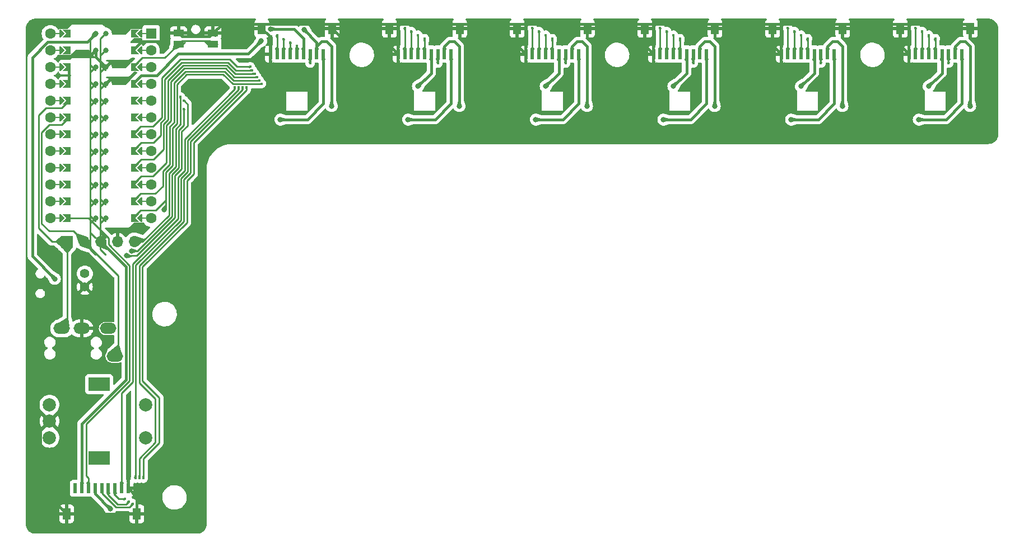
<source format=gbl>
G04 #@! TF.GenerationSoftware,KiCad,Pcbnew,7.0.8*
G04 #@! TF.CreationDate,2023-10-17T17:27:16-07:00*
G04 #@! TF.ProjectId,Seismos_CoreR,53656973-6d6f-4735-9f43-6f7265522e6b,rev?*
G04 #@! TF.SameCoordinates,Original*
G04 #@! TF.FileFunction,Copper,L2,Bot*
G04 #@! TF.FilePolarity,Positive*
%FSLAX46Y46*%
G04 Gerber Fmt 4.6, Leading zero omitted, Abs format (unit mm)*
G04 Created by KiCad (PCBNEW 7.0.8) date 2023-10-17 17:27:16*
%MOMM*%
%LPD*%
G01*
G04 APERTURE LIST*
G04 Aperture macros list*
%AMFreePoly0*
4,1,5,0.125000,-0.500000,-0.125000,-0.500000,-0.125000,0.500000,0.125000,0.500000,0.125000,-0.500000,0.125000,-0.500000,$1*%
%AMFreePoly1*
4,1,6,0.600000,0.200000,0.000000,-0.400000,-0.600000,0.200000,-0.600000,0.400000,0.600000,0.400000,0.600000,0.200000,0.600000,0.200000,$1*%
%AMFreePoly2*
4,1,49,0.004652,0.123753,0.008918,0.124682,0.028635,0.117327,0.062500,0.108253,0.068172,0.102580,0.074910,0.100068,0.087486,0.083266,0.108253,0.062500,0.111163,0.051639,0.117119,0.043683,0.118510,0.024217,0.125000,0.000000,0.121245,-0.014013,0.122144,-0.026571,0.113772,-0.041901,0.108253,-0.062500,0.095633,-0.075119,0.088389,-0.088388,-0.641000,-0.817776,-0.641000,-4.770223,
0.088389,-5.499612,0.109711,-5.528094,0.124682,-5.596918,0.100068,-5.662910,0.043683,-5.705119,-0.026571,-5.710144,-0.088388,-5.676389,-0.854388,-4.910388,-0.867764,-4.892519,-0.871157,-4.889580,-0.871926,-4.886960,-0.875710,-4.881906,-0.882285,-4.851677,-0.891000,-4.822000,-0.891000,-0.766000,-0.887823,-0.743906,-0.888144,-0.739429,-0.886835,-0.737032,-0.885937,-0.730783,-0.869209,-0.704755,
-0.854388,-0.677612,-0.088388,0.088389,-0.064427,0.106325,-0.062500,0.108253,-0.061491,0.108523,-0.059906,0.109711,-0.044779,0.113001,0.000000,0.125000,0.004652,0.123753,0.004652,0.123753,$1*%
%AMFreePoly3*
4,1,6,0.600000,-0.250000,-0.600000,-0.250000,-0.600000,1.000000,0.000000,0.400000,0.600000,1.000000,0.600000,-0.250000,0.600000,-0.250000,$1*%
G04 Aperture macros list end*
G04 #@! TA.AperFunction,ComponentPad*
%ADD10C,2.000000*%
G04 #@! TD*
G04 #@! TA.AperFunction,ComponentPad*
%ADD11R,3.200000X2.000000*%
G04 #@! TD*
G04 #@! TA.AperFunction,ComponentPad*
%ADD12O,2.500000X1.700000*%
G04 #@! TD*
G04 #@! TA.AperFunction,ComponentPad*
%ADD13R,1.700000X1.700000*%
G04 #@! TD*
G04 #@! TA.AperFunction,ComponentPad*
%ADD14O,1.700000X1.700000*%
G04 #@! TD*
G04 #@! TA.AperFunction,ComponentPad*
%ADD15C,1.400000*%
G04 #@! TD*
G04 #@! TA.AperFunction,ComponentPad*
%ADD16C,1.600000*%
G04 #@! TD*
G04 #@! TA.AperFunction,ComponentPad*
%ADD17R,1.600000X1.600000*%
G04 #@! TD*
G04 #@! TA.AperFunction,SMDPad,CuDef*
%ADD18FreePoly0,270.000000*%
G04 #@! TD*
G04 #@! TA.AperFunction,SMDPad,CuDef*
%ADD19FreePoly1,270.000000*%
G04 #@! TD*
G04 #@! TA.AperFunction,SMDPad,CuDef*
%ADD20FreePoly1,90.000000*%
G04 #@! TD*
G04 #@! TA.AperFunction,SMDPad,CuDef*
%ADD21FreePoly0,90.000000*%
G04 #@! TD*
G04 #@! TA.AperFunction,SMDPad,CuDef*
%ADD22FreePoly2,270.000000*%
G04 #@! TD*
G04 #@! TA.AperFunction,ComponentPad*
%ADD23C,0.800000*%
G04 #@! TD*
G04 #@! TA.AperFunction,SMDPad,CuDef*
%ADD24FreePoly3,90.000000*%
G04 #@! TD*
G04 #@! TA.AperFunction,SMDPad,CuDef*
%ADD25FreePoly3,270.000000*%
G04 #@! TD*
G04 #@! TA.AperFunction,SMDPad,CuDef*
%ADD26FreePoly2,90.000000*%
G04 #@! TD*
G04 #@! TA.AperFunction,SMDPad,CuDef*
%ADD27R,0.600000X1.550000*%
G04 #@! TD*
G04 #@! TA.AperFunction,SMDPad,CuDef*
%ADD28R,1.200000X1.800000*%
G04 #@! TD*
G04 #@! TA.AperFunction,SMDPad,CuDef*
%ADD29R,1.550000X1.000000*%
G04 #@! TD*
G04 #@! TA.AperFunction,ViaPad*
%ADD30C,0.800000*%
G04 #@! TD*
G04 #@! TA.AperFunction,ViaPad*
%ADD31C,0.400000*%
G04 #@! TD*
G04 #@! TA.AperFunction,Conductor*
%ADD32C,0.254000*%
G04 #@! TD*
G04 #@! TA.AperFunction,Conductor*
%ADD33C,0.381000*%
G04 #@! TD*
G04 APERTURE END LIST*
D10*
X33610000Y-78460000D03*
X33610000Y-83460000D03*
X33610000Y-80960000D03*
D11*
X41110000Y-75360000D03*
X41110000Y-86560000D03*
D10*
X48110000Y-83460000D03*
X48110000Y-78460000D03*
D12*
X42470000Y-66925000D03*
X38470000Y-66925000D03*
X35470000Y-66925000D03*
X43470000Y-71125000D03*
D13*
X36284000Y-53766000D03*
D14*
X38824000Y-53766000D03*
X41364000Y-53766000D03*
X43904000Y-53766000D03*
X46444000Y-53766000D03*
D15*
X38949500Y-60632000D03*
X38949500Y-58632000D03*
D16*
X48970000Y-22286000D03*
D17*
X48970000Y-22286000D03*
D18*
X47700000Y-22286000D03*
D19*
X47192000Y-22286000D03*
D20*
X35508000Y-22286000D03*
D21*
X35000000Y-22286000D03*
D16*
X33730000Y-22286000D03*
X48970000Y-24826000D03*
D18*
X47700000Y-24826000D03*
D19*
X47192000Y-24826000D03*
D20*
X35508000Y-24826000D03*
D21*
X35000000Y-24826000D03*
D16*
X33730000Y-24826000D03*
X48970000Y-27366000D03*
D18*
X47700000Y-27366000D03*
D19*
X47192000Y-27366000D03*
D20*
X35508000Y-27366000D03*
D21*
X35000000Y-27366000D03*
D16*
X33730000Y-27366000D03*
X48970000Y-29906000D03*
D18*
X47700000Y-29906000D03*
D19*
X47192000Y-29906000D03*
D20*
X35508000Y-29906000D03*
D21*
X35000000Y-29906000D03*
D16*
X33730000Y-29906000D03*
X48970000Y-32446000D03*
D18*
X47700000Y-32446000D03*
D19*
X47192000Y-32446000D03*
D20*
X35508000Y-32446000D03*
D21*
X35000000Y-32446000D03*
D16*
X33730000Y-32446000D03*
X48970000Y-34986000D03*
D18*
X47700000Y-34986000D03*
D19*
X47192000Y-34986000D03*
D20*
X35508000Y-34986000D03*
D21*
X35000000Y-34986000D03*
D16*
X33730000Y-34986000D03*
X48970000Y-37526000D03*
D18*
X47700000Y-37526000D03*
D19*
X47192000Y-37526000D03*
D20*
X35508000Y-37526000D03*
D21*
X35000000Y-37526000D03*
D16*
X33730000Y-37526000D03*
X48970000Y-40066000D03*
D18*
X47700000Y-40066000D03*
D19*
X47192000Y-40066000D03*
D20*
X35508000Y-40066000D03*
D21*
X35000000Y-40066000D03*
D16*
X33730000Y-40066000D03*
X48970000Y-42606000D03*
D18*
X47700000Y-42606000D03*
D19*
X47192000Y-42606000D03*
D20*
X35508000Y-42606000D03*
D21*
X35000000Y-42606000D03*
D16*
X33730000Y-42606000D03*
X48970000Y-45146000D03*
D18*
X47700000Y-45146000D03*
D19*
X47192000Y-45146000D03*
D20*
X35508000Y-45146000D03*
D21*
X35000000Y-45146000D03*
D16*
X33730000Y-45146000D03*
X48970000Y-47686000D03*
D18*
X47700000Y-47686000D03*
D19*
X47192000Y-47686000D03*
D20*
X35508000Y-47686000D03*
D21*
X35000000Y-47686000D03*
D16*
X33730000Y-47686000D03*
X48970000Y-50226000D03*
D18*
X47700000Y-50226000D03*
D19*
X47192000Y-50226000D03*
D20*
X35508000Y-50226000D03*
D21*
X35000000Y-50226000D03*
D16*
X33730000Y-50226000D03*
D22*
X42112000Y-22286000D03*
D23*
X42112000Y-22286000D03*
D24*
X36524000Y-22286000D03*
D22*
X42112000Y-24826000D03*
D23*
X42112000Y-24826000D03*
D24*
X36524000Y-24826000D03*
D22*
X42112000Y-27366000D03*
D23*
X42112000Y-27366000D03*
D24*
X36524000Y-27366000D03*
D22*
X42112000Y-29906000D03*
D23*
X42112000Y-29906000D03*
D24*
X36524000Y-29906000D03*
D22*
X42112000Y-32446000D03*
D23*
X42112000Y-32446000D03*
D24*
X36524000Y-32446000D03*
D22*
X42112000Y-34986000D03*
D23*
X42112000Y-34986000D03*
D24*
X36524000Y-34986000D03*
D22*
X42112000Y-37526000D03*
D23*
X42112000Y-37526000D03*
D24*
X36524000Y-37526000D03*
D22*
X42112000Y-40066000D03*
D23*
X42112000Y-40066000D03*
D24*
X36524000Y-40066000D03*
D22*
X42112000Y-42606000D03*
D23*
X42112000Y-42606000D03*
D24*
X36524000Y-42606000D03*
D22*
X42112000Y-45146000D03*
D23*
X42112000Y-45146000D03*
D24*
X36524000Y-45146000D03*
D22*
X42112000Y-47686000D03*
D23*
X42112000Y-47686000D03*
D24*
X36524000Y-47686000D03*
D22*
X42112000Y-50226000D03*
D23*
X42112000Y-50226000D03*
D24*
X36524000Y-50226000D03*
D25*
X46176000Y-50226000D03*
D26*
X40588000Y-50226000D03*
D23*
X40588000Y-50226000D03*
D25*
X46176000Y-47686000D03*
D26*
X40588000Y-47686000D03*
D23*
X40588000Y-47686000D03*
D25*
X46176000Y-45146000D03*
D26*
X40588000Y-45146000D03*
D23*
X40588000Y-45146000D03*
D25*
X46176000Y-42606000D03*
D26*
X40588000Y-42606000D03*
D23*
X40588000Y-42606000D03*
D25*
X46176000Y-40066000D03*
D26*
X40588000Y-40066000D03*
D23*
X40588000Y-40066000D03*
D25*
X46176000Y-37526000D03*
D26*
X40588000Y-37526000D03*
D23*
X40588000Y-37526000D03*
D25*
X46176000Y-34986000D03*
D26*
X40588000Y-34986000D03*
D23*
X40588000Y-34986000D03*
D25*
X46176000Y-32446000D03*
D26*
X40588000Y-32446000D03*
D23*
X40588000Y-32446000D03*
D25*
X46176000Y-29906000D03*
D26*
X40588000Y-29906000D03*
D23*
X40588000Y-29906000D03*
D25*
X46176000Y-27366000D03*
D26*
X40588000Y-27366000D03*
D23*
X40588000Y-27366000D03*
D25*
X46176000Y-24826000D03*
D26*
X40588000Y-24826000D03*
D23*
X40588000Y-24826000D03*
D25*
X46176000Y-22286000D03*
D26*
X40588000Y-22286000D03*
D23*
X40588000Y-22286000D03*
D27*
X67000000Y-25375000D03*
X68000000Y-25375000D03*
X69000000Y-25375000D03*
X70000000Y-25375000D03*
X71000000Y-25375000D03*
X72000000Y-25375000D03*
X73000000Y-25375000D03*
X74000000Y-25375000D03*
X75000000Y-25375000D03*
D28*
X65700000Y-21500000D03*
X76300000Y-21500000D03*
D27*
X86300000Y-25375000D03*
X87300000Y-25375000D03*
X88300000Y-25375000D03*
X89300000Y-25375000D03*
X90300000Y-25375000D03*
X91300000Y-25375000D03*
X92300000Y-25375000D03*
X93300000Y-25375000D03*
X94300000Y-25375000D03*
D28*
X85000000Y-21500000D03*
X95600000Y-21500000D03*
D29*
X58312500Y-23899500D03*
X58312500Y-22199500D03*
X53112500Y-23899500D03*
X53112500Y-22199500D03*
D27*
X45500000Y-91125000D03*
X44500000Y-91125000D03*
X43500000Y-91125000D03*
X42500000Y-91125000D03*
X41500000Y-91125000D03*
X40500000Y-91125000D03*
X39500000Y-91125000D03*
X38500000Y-91125000D03*
X37500000Y-91125000D03*
D28*
X46800000Y-95000000D03*
X36200000Y-95000000D03*
D27*
X163500000Y-25375000D03*
X164500000Y-25375000D03*
X165500000Y-25375000D03*
X166500000Y-25375000D03*
X167500000Y-25375000D03*
X168500000Y-25375000D03*
X169500000Y-25375000D03*
X170500000Y-25375000D03*
X171500000Y-25375000D03*
D28*
X162200000Y-21500000D03*
X172800000Y-21500000D03*
D27*
X124900000Y-25375000D03*
X125900000Y-25375000D03*
X126900000Y-25375000D03*
X127900000Y-25375000D03*
X128900000Y-25375000D03*
X129900000Y-25375000D03*
X130900000Y-25375000D03*
X131900000Y-25375000D03*
X132900000Y-25375000D03*
D28*
X123600000Y-21500000D03*
X134200000Y-21500000D03*
D27*
X105600000Y-25375000D03*
X106600000Y-25375000D03*
X107600000Y-25375000D03*
X108600000Y-25375000D03*
X109600000Y-25375000D03*
X110600000Y-25375000D03*
X111600000Y-25375000D03*
X112600000Y-25375000D03*
X113600000Y-25375000D03*
D28*
X104300000Y-21500000D03*
X114900000Y-21500000D03*
D27*
X144200000Y-25375000D03*
X145200000Y-25375000D03*
X146200000Y-25375000D03*
X147200000Y-25375000D03*
X148200000Y-25375000D03*
X149200000Y-25375000D03*
X150200000Y-25375000D03*
X151200000Y-25375000D03*
X152200000Y-25375000D03*
D28*
X142900000Y-21500000D03*
X153500000Y-21500000D03*
D30*
X142905200Y-31750000D03*
X62050000Y-23450000D03*
X123605200Y-31750000D03*
X162205200Y-31750000D03*
X55700000Y-29975000D03*
X77600000Y-30600000D03*
X104305200Y-31750000D03*
X85005200Y-31750000D03*
D31*
X125900000Y-21400000D03*
X87300000Y-21400000D03*
X61601491Y-30441891D03*
X68000000Y-22550000D03*
X106600000Y-21400000D03*
X145200000Y-21400000D03*
X164500000Y-21400000D03*
X146200000Y-21950000D03*
X165500000Y-21950000D03*
X62200994Y-30441891D03*
X126900000Y-21950000D03*
X44997750Y-92747750D03*
X107600000Y-21950000D03*
X88300000Y-21950000D03*
X69000000Y-23100000D03*
X46600000Y-89600000D03*
X108600000Y-22500000D03*
X147200000Y-22500000D03*
X62800497Y-30441891D03*
X166500000Y-22500000D03*
X47200000Y-89600000D03*
X127900000Y-22500000D03*
X89300000Y-22500000D03*
X70000000Y-23626500D03*
X45600000Y-93100000D03*
X90300000Y-23050000D03*
X47800000Y-89600000D03*
X63400000Y-30441891D03*
X167500000Y-23050000D03*
X71000000Y-24153000D03*
X109600000Y-23050000D03*
X46210000Y-93450000D03*
X128900000Y-23050000D03*
X148200000Y-23050000D03*
D30*
X172748100Y-33250700D03*
X114848100Y-33250700D03*
X76248100Y-33250700D03*
X134148100Y-33250700D03*
X153448100Y-33250700D03*
X72100000Y-21700000D03*
X95548100Y-33250700D03*
X65600000Y-23400000D03*
X67000000Y-21590000D03*
D31*
X63950000Y-27302500D03*
X73000000Y-26750000D03*
X64259579Y-27829000D03*
X92300000Y-26750000D03*
X111600000Y-26750000D03*
X64618966Y-28355500D03*
X130900000Y-26750000D03*
X64966804Y-28882000D03*
X150200000Y-26750000D03*
X65287696Y-29388391D03*
D30*
X50927500Y-48926500D03*
D31*
X65665466Y-29853894D03*
X169500000Y-26750000D03*
D30*
X34400000Y-59400000D03*
X45278634Y-55921350D03*
D31*
X53926500Y-32400000D03*
D30*
X46004645Y-55194858D03*
D31*
X53926500Y-33664000D03*
D30*
X68500000Y-35298800D03*
X89300000Y-30250000D03*
X87800000Y-35298800D03*
X108600000Y-30250000D03*
X107100000Y-35298800D03*
X127900000Y-30250000D03*
X126400000Y-35298800D03*
X147200000Y-30250000D03*
X145700000Y-35298800D03*
X166500000Y-30250000D03*
X165000000Y-35298800D03*
X42800000Y-94210000D03*
D31*
X53400000Y-31873500D03*
D32*
X53400000Y-36002131D02*
X52670000Y-36732131D01*
X52670000Y-42425976D02*
X51654000Y-43441975D01*
X51654000Y-43441975D02*
X51654000Y-49758081D01*
X51654000Y-49758081D02*
X47646081Y-53766000D01*
X53400000Y-31873500D02*
X53400000Y-36002131D01*
X52670000Y-36732131D02*
X52670000Y-42425976D01*
X47646081Y-53766000D02*
X46444000Y-53766000D01*
X39500000Y-91125000D02*
X39500000Y-89600000D01*
X39500000Y-89600000D02*
X39183000Y-89283000D01*
X39183000Y-81399856D02*
X45717500Y-74865356D01*
X39183000Y-89283000D02*
X39183000Y-81399856D01*
X45717500Y-74865356D02*
X45717501Y-57387645D01*
X42541000Y-53278470D02*
X39488530Y-50226000D01*
X45717501Y-57387645D02*
X42541000Y-54211144D01*
X42541000Y-54211144D02*
X42541000Y-53278470D01*
X39488530Y-50226000D02*
X36524000Y-50226000D01*
D33*
X51800500Y-22199500D02*
X50523500Y-23476500D01*
X50523500Y-23476500D02*
X47525500Y-23476500D01*
X162203300Y-24078300D02*
X162203300Y-24075000D01*
X142903300Y-21500700D02*
X142903300Y-31748100D01*
X36200000Y-95000000D02*
X46800000Y-95000000D01*
X53612500Y-22699500D02*
X53112500Y-22199500D01*
X77600000Y-22800000D02*
X76300000Y-21500000D01*
X59712000Y-20800000D02*
X172100000Y-20800000D01*
X40588000Y-25842000D02*
X42112000Y-27366000D01*
X40588000Y-24826000D02*
X40588000Y-25842000D01*
X32219500Y-82350500D02*
X33610000Y-80960000D01*
X51800500Y-22199500D02*
X53112500Y-22199500D01*
X67000000Y-25375000D02*
X67000000Y-22800000D01*
X46800000Y-95000000D02*
X46800000Y-92425000D01*
X123603300Y-21500700D02*
X123603300Y-31748100D01*
X85003300Y-21500700D02*
X85003300Y-31748100D01*
X144200000Y-25375000D02*
X142903300Y-24078300D01*
X105600000Y-25375000D02*
X104303300Y-24078300D01*
X163500000Y-25375000D02*
X162203300Y-24078300D01*
X46800000Y-92425000D02*
X45500000Y-91125000D01*
X77600000Y-30600000D02*
X77600000Y-22800000D01*
X58609500Y-22540000D02*
X58950000Y-22199500D01*
X124900000Y-25375000D02*
X123603300Y-24078300D01*
X36524000Y-27366000D02*
X36524000Y-29906000D01*
X162203300Y-24075000D02*
X162203300Y-31748100D01*
X57812500Y-22699500D02*
X53612500Y-22699500D01*
X58312500Y-22199500D02*
X57812500Y-22699500D01*
X67000000Y-22800000D02*
X65700000Y-21500000D01*
X104303300Y-21500700D02*
X104303300Y-31748100D01*
X86300000Y-25375000D02*
X85003300Y-24078300D01*
X36200000Y-95000000D02*
X32219500Y-91019500D01*
X172100000Y-20800000D02*
X172800000Y-21500000D01*
X162203300Y-21500700D02*
X162203300Y-24075000D01*
X58312500Y-22199500D02*
X59712000Y-20800000D01*
X32219500Y-91019500D02*
X32219500Y-82350500D01*
X47525500Y-23476500D02*
X46176000Y-24826000D01*
D32*
X44500000Y-91125000D02*
X44500000Y-76724908D01*
X46200000Y-75024908D02*
X46200000Y-57138239D01*
X87300000Y-25375000D02*
X87300000Y-21400000D01*
X145200000Y-25375000D02*
X145200000Y-21400000D01*
X164500000Y-25375000D02*
X164500000Y-21400000D01*
X44500000Y-76724908D02*
X46200000Y-75024908D01*
X53016000Y-44006133D02*
X54032000Y-42990138D01*
X106600000Y-25375000D02*
X106600000Y-21400000D01*
X46200000Y-57138239D02*
X53016000Y-50322239D01*
X53016000Y-50322239D02*
X53016000Y-44006133D01*
X61601491Y-30672353D02*
X61601491Y-30441891D01*
X125900000Y-25375000D02*
X125900000Y-21400000D01*
X54032000Y-38241844D02*
X61601491Y-30672353D01*
X68000000Y-22550000D02*
X68000000Y-25375000D01*
X54032000Y-42990138D02*
X54032000Y-38241844D01*
X46654000Y-75212961D02*
X46654000Y-57326291D01*
X44997750Y-92747750D02*
X44093750Y-92747750D01*
X43500000Y-92154000D02*
X43500000Y-91125000D01*
X46654000Y-57326291D02*
X53470000Y-50510291D01*
X46600000Y-89600000D02*
X46600000Y-75266961D01*
X62200994Y-30714902D02*
X62200994Y-30441891D01*
X88300000Y-25375000D02*
X88300000Y-21950000D01*
X146200000Y-25375000D02*
X146200000Y-21950000D01*
X69000000Y-23100000D02*
X69000000Y-25375000D01*
X53470000Y-50510291D02*
X53470000Y-44194191D01*
X53470000Y-44194191D02*
X54486000Y-43178191D01*
X126900000Y-25375000D02*
X126900000Y-21950000D01*
X44093750Y-92747750D02*
X43500000Y-92154000D01*
X46600000Y-75266961D02*
X46654000Y-75212961D01*
X54486000Y-43178191D02*
X54486000Y-38429896D01*
X165500000Y-25375000D02*
X165500000Y-21950000D01*
X107600000Y-25375000D02*
X107600000Y-21950000D01*
X54486000Y-38429896D02*
X62200994Y-30714902D01*
X53924000Y-50698343D02*
X47200000Y-57422343D01*
X49600000Y-77600000D02*
X49600000Y-84200000D01*
X62800497Y-30757451D02*
X54940000Y-38617948D01*
X54940000Y-38617948D02*
X54940000Y-43366244D01*
X147200000Y-25375000D02*
X147200000Y-22500000D01*
X47200000Y-57422343D02*
X47200000Y-75200000D01*
X62800497Y-30441891D02*
X62800497Y-30757451D01*
X42500000Y-92154000D02*
X42500000Y-91125000D01*
X45600000Y-93100000D02*
X45169000Y-93531000D01*
X53924000Y-44382243D02*
X53924000Y-50698343D01*
X49600000Y-84200000D02*
X47200000Y-86600000D01*
X43877000Y-93531000D02*
X42500000Y-92154000D01*
X127900000Y-25375000D02*
X127900000Y-22500000D01*
X47200000Y-86600000D02*
X47200000Y-89600000D01*
X47200000Y-75200000D02*
X49600000Y-77600000D01*
X54940000Y-43366244D02*
X53924000Y-44382243D01*
X89300000Y-25375000D02*
X89300000Y-22500000D01*
X166500000Y-25375000D02*
X166500000Y-22500000D01*
X70000000Y-23626500D02*
X70000000Y-25375000D01*
X108600000Y-25375000D02*
X108600000Y-22500000D01*
X45169000Y-93531000D02*
X43877000Y-93531000D01*
X47800000Y-86642052D02*
X47800000Y-89600000D01*
X55394000Y-43554298D02*
X54378000Y-44570296D01*
X109600000Y-25375000D02*
X109600000Y-23050000D01*
X55394000Y-38806000D02*
X55394000Y-43554298D01*
X47654000Y-57610395D02*
X47654000Y-74854000D01*
X71000000Y-25375000D02*
X71000000Y-24153000D01*
X45675000Y-93985000D02*
X43631000Y-93985000D01*
X50200000Y-77400000D02*
X50200000Y-84242052D01*
X128900000Y-25375000D02*
X128900000Y-23050000D01*
X63400000Y-30800000D02*
X55394000Y-38806000D01*
X63400000Y-30441891D02*
X63400000Y-30800000D01*
X90300000Y-25375000D02*
X90300000Y-23050000D01*
X43631000Y-93985000D02*
X41500000Y-91854000D01*
X148200000Y-25375000D02*
X148200000Y-23050000D01*
X46210000Y-93450000D02*
X45675000Y-93985000D01*
X41500000Y-91854000D02*
X41500000Y-91125000D01*
X47654000Y-74854000D02*
X50200000Y-77400000D01*
X167500000Y-25375000D02*
X167500000Y-23050000D01*
X54378000Y-50886395D02*
X47654000Y-57610395D01*
X54378000Y-44570296D02*
X54378000Y-50886395D01*
X50200000Y-84242052D02*
X47800000Y-86642052D01*
D33*
X153448100Y-24250700D02*
X153448100Y-33250700D01*
X76248100Y-24250700D02*
X76248100Y-33250700D01*
X95548100Y-24250700D02*
X95548100Y-33250700D01*
X171248100Y-23500700D02*
X171998100Y-23500700D01*
X74748100Y-23500700D02*
X75498100Y-23500700D01*
X45200000Y-74651000D02*
X45200000Y-57602000D01*
X171998100Y-23500700D02*
X172748100Y-24250700D01*
X134148100Y-24250700D02*
X134148100Y-33250700D01*
X131898100Y-24250700D02*
X132648100Y-23500700D01*
X45200000Y-57602000D02*
X41364000Y-53766000D01*
X74000000Y-23600000D02*
X72100000Y-21700000D01*
X75498100Y-23500700D02*
X76248100Y-24250700D01*
X94798100Y-23500700D02*
X95548100Y-24250700D01*
X73998100Y-24250700D02*
X74748100Y-23500700D01*
X152698100Y-23500700D02*
X153448100Y-24250700D01*
X114098100Y-23500700D02*
X114848100Y-24250700D01*
X94048100Y-23500700D02*
X94798100Y-23500700D01*
X73998100Y-25375700D02*
X73998100Y-24250700D01*
X114848100Y-24250700D02*
X114848100Y-33250700D01*
X38500000Y-91125000D02*
X38500000Y-81351000D01*
X38500000Y-81351000D02*
X45200000Y-74651000D01*
X49800000Y-28600000D02*
X47482000Y-28600000D01*
X93298100Y-25375700D02*
X93298100Y-24250700D01*
X131898100Y-25375700D02*
X131898100Y-24250700D01*
X172748100Y-24250700D02*
X172748100Y-33250700D01*
X151198100Y-24250700D02*
X151948100Y-23500700D01*
X170498100Y-24250700D02*
X171248100Y-23500700D01*
X112598100Y-25375700D02*
X112598100Y-24250700D01*
X63660000Y-25340000D02*
X53060000Y-25340000D01*
X170498100Y-25375700D02*
X170498100Y-24250700D01*
X151198100Y-25375700D02*
X151198100Y-24250700D01*
X53060000Y-25340000D02*
X49800000Y-28600000D01*
X133398100Y-23500700D02*
X134148100Y-24250700D01*
X93298100Y-24250700D02*
X94048100Y-23500700D01*
X74000000Y-25375000D02*
X74000000Y-23600000D01*
X65600000Y-23400000D02*
X63660000Y-25340000D01*
X47482000Y-28600000D02*
X46176000Y-29906000D01*
X151948100Y-23500700D02*
X152698100Y-23500700D01*
X113348100Y-23500700D02*
X114098100Y-23500700D01*
X112598100Y-24250700D02*
X113348100Y-23500700D01*
X132648100Y-23500700D02*
X133398100Y-23500700D01*
D32*
X38824000Y-53766000D02*
X37258000Y-52200000D01*
X33600000Y-52200000D02*
X32425500Y-51025500D01*
X32425500Y-51025500D02*
X32425500Y-37236681D01*
X37258000Y-52200000D02*
X33600000Y-52200000D01*
X33549181Y-36113000D02*
X35397000Y-36113000D01*
X43470000Y-71125000D02*
X43997000Y-70598000D01*
X35397000Y-36113000D02*
X36524000Y-34986000D01*
X32425500Y-37236681D02*
X33549181Y-36113000D01*
X43997000Y-70598000D02*
X43997000Y-58939000D01*
X43997000Y-58939000D02*
X38824000Y-53766000D01*
X36284000Y-53766000D02*
X33966000Y-53766000D01*
X31971500Y-51771500D02*
X31971500Y-34628500D01*
X36284000Y-66111000D02*
X35470000Y-66925000D01*
X35397000Y-33573000D02*
X36524000Y-32446000D01*
X31971500Y-34628500D02*
X33027000Y-33573000D01*
X33027000Y-33573000D02*
X35397000Y-33573000D01*
X36284000Y-53766000D02*
X36284000Y-66111000D01*
X33966000Y-53766000D02*
X31971500Y-51771500D01*
X35470000Y-54580000D02*
X36284000Y-53766000D01*
D33*
X70538883Y-21590000D02*
X72000000Y-23051117D01*
X67000000Y-21590000D02*
X70538883Y-21590000D01*
X72000000Y-23051117D02*
X72000000Y-25375000D01*
D32*
X47402000Y-36300000D02*
X46176000Y-37526000D01*
X53400000Y-26200000D02*
X50600000Y-29000000D01*
X50600000Y-34949819D02*
X49249819Y-36300000D01*
X49249819Y-36300000D02*
X47402000Y-36300000D01*
X50600000Y-29000000D02*
X50600000Y-34949819D01*
X61952500Y-27302500D02*
X60850000Y-26200000D01*
X73000000Y-26750000D02*
X73000000Y-25375000D01*
X60850000Y-26200000D02*
X53400000Y-26200000D01*
X63950000Y-27302500D02*
X61952500Y-27302500D01*
X60611948Y-26654000D02*
X53588052Y-26654000D01*
X92300000Y-26750000D02*
X92300000Y-25375000D01*
X50400000Y-35791871D02*
X50400000Y-37689819D01*
X64259579Y-27829000D02*
X61786948Y-27829000D01*
X51054000Y-29188052D02*
X51054000Y-35137871D01*
X47442000Y-38800000D02*
X46176000Y-40066000D01*
X50400000Y-37689819D02*
X49289819Y-38800000D01*
X49289819Y-38800000D02*
X47442000Y-38800000D01*
X53588052Y-26654000D02*
X51054000Y-29188052D01*
X51054000Y-35137871D02*
X50400000Y-35791871D01*
X61786948Y-27829000D02*
X60611948Y-26654000D01*
X61671397Y-28355500D02*
X60423896Y-27108000D01*
X53776104Y-27108000D02*
X51508000Y-29376104D01*
X50854000Y-39775819D02*
X49329819Y-41300000D01*
X47482000Y-41300000D02*
X46176000Y-42606000D01*
X51508000Y-29376104D02*
X51508000Y-35325923D01*
X51508000Y-35325923D02*
X50854000Y-35979923D01*
X60423896Y-27108000D02*
X53776104Y-27108000D01*
X64618966Y-28355500D02*
X61671397Y-28355500D01*
X49329819Y-41300000D02*
X47482000Y-41300000D01*
X50854000Y-35979923D02*
X50854000Y-39775819D01*
X111600000Y-26750000D02*
X111600000Y-25375000D01*
X51962000Y-35513975D02*
X51308000Y-36167975D01*
X47422000Y-43900000D02*
X46176000Y-45146000D01*
X51308000Y-41861819D02*
X49269819Y-43900000D01*
X51962000Y-29564156D02*
X51962000Y-35513975D01*
X60235844Y-27562000D02*
X53964156Y-27562000D01*
X130900000Y-26750000D02*
X130900000Y-25375000D01*
X64966804Y-28882000D02*
X61555845Y-28882000D01*
X53964156Y-27562000D02*
X51962000Y-29564156D01*
X49269819Y-43900000D02*
X47422000Y-43900000D01*
X61555845Y-28882000D02*
X60235845Y-27562000D01*
X60235845Y-27562000D02*
X60200000Y-27562000D01*
X51308000Y-36167975D02*
X51308000Y-41861819D01*
X51762000Y-42049871D02*
X50746000Y-43065871D01*
X49600000Y-46500000D02*
X47362000Y-46500000D01*
X51762000Y-36356027D02*
X51762000Y-42049871D01*
X61440792Y-29409000D02*
X60047792Y-28016000D01*
X50746000Y-43065871D02*
X50746000Y-45354000D01*
X60047792Y-28016000D02*
X54152208Y-28016000D01*
X50746000Y-45354000D02*
X49600000Y-46500000D01*
X54152208Y-28016000D02*
X52416000Y-29752208D01*
X65267087Y-29409000D02*
X61440792Y-29409000D01*
X52416000Y-29752208D02*
X52416000Y-35702027D01*
X150200000Y-26750000D02*
X150200000Y-25375000D01*
X52416000Y-35702027D02*
X51762000Y-36356027D01*
X47362000Y-46500000D02*
X46176000Y-47686000D01*
X65287696Y-29388391D02*
X65267087Y-29409000D01*
X54340260Y-28470000D02*
X52870000Y-29940260D01*
X61305131Y-29915391D02*
X59859740Y-28470000D01*
X52216000Y-42237923D02*
X51200000Y-43253923D01*
X169500000Y-26750000D02*
X169500000Y-25375000D01*
X47402000Y-49000000D02*
X46176000Y-50226000D01*
X50927500Y-48926500D02*
X51200000Y-48654000D01*
X52870000Y-29940260D02*
X52870000Y-35890079D01*
X51200000Y-47500000D02*
X49700000Y-49000000D01*
X65665466Y-29853894D02*
X65603969Y-29915391D01*
X52216000Y-36544079D02*
X52216000Y-42237923D01*
X49700000Y-49000000D02*
X47402000Y-49000000D01*
X52870000Y-35890079D02*
X52216000Y-36544079D01*
X65603969Y-29915391D02*
X61305131Y-29915391D01*
X51200000Y-43253923D02*
X51200000Y-47500000D01*
X51200000Y-48654000D02*
X51200000Y-47500000D01*
X59859740Y-28470000D02*
X54340260Y-28470000D01*
D33*
X39329500Y-23544500D02*
X40588000Y-22286000D01*
X34400000Y-59400000D02*
X31000000Y-56000000D01*
X31000000Y-56000000D02*
X31000000Y-25872378D01*
X31000000Y-25872378D02*
X33327878Y-23544500D01*
X33327878Y-23544500D02*
X39329500Y-23544500D01*
D32*
X51059000Y-25953000D02*
X47589000Y-25953000D01*
X58950000Y-23899500D02*
X58673000Y-23622500D01*
X47589000Y-25953000D02*
X46176000Y-27366000D01*
X53112500Y-23899500D02*
X51059000Y-25953000D01*
X54027000Y-23622500D02*
X53750000Y-23899500D01*
X57812500Y-23399500D02*
X53612500Y-23399500D01*
X58312500Y-23899500D02*
X57812500Y-23399500D01*
X53612500Y-23399500D02*
X53112500Y-23899500D01*
X53578000Y-37108235D02*
X53578000Y-42802084D01*
X52562000Y-43818080D02*
X52562000Y-50134187D01*
X46774837Y-55921350D02*
X45278634Y-55921350D01*
X54453500Y-32927000D02*
X54453500Y-36232735D01*
X53926500Y-32400000D02*
X54453500Y-32927000D01*
X52562000Y-50134187D02*
X46774837Y-55921350D01*
X54453500Y-36232735D02*
X53578000Y-37108235D01*
X53578000Y-42802084D02*
X52562000Y-43818080D01*
X53124000Y-36920183D02*
X53124000Y-42614030D01*
X53124000Y-42614030D02*
X52108000Y-43630027D01*
X46859275Y-55194858D02*
X46004645Y-55194858D01*
X53926500Y-33664000D02*
X53926500Y-36117683D01*
X52108000Y-43630027D02*
X52108000Y-49946134D01*
X52108000Y-49946134D02*
X46859275Y-55194858D01*
X53926500Y-36117683D02*
X53124000Y-36920183D01*
D33*
X75000000Y-25373800D02*
X75000000Y-32898800D01*
X72600000Y-35298800D02*
X68500000Y-35298800D01*
X75000000Y-32898800D02*
X72600000Y-35298800D01*
X89300000Y-30250000D02*
X91300000Y-28250000D01*
X91300000Y-28250000D02*
X91300000Y-25375000D01*
X94300000Y-32898800D02*
X91900000Y-35298800D01*
X94300000Y-25373800D02*
X94300000Y-32898800D01*
X91900000Y-35298800D02*
X87800000Y-35298800D01*
X108600000Y-30250000D02*
X110600000Y-28250000D01*
X110600000Y-28250000D02*
X110600000Y-25375000D01*
X113600000Y-25373800D02*
X113600000Y-32898800D01*
X111200000Y-35298800D02*
X107100000Y-35298800D01*
X113600000Y-32898800D02*
X111200000Y-35298800D01*
X129900000Y-28250000D02*
X129900000Y-25375000D01*
X127900000Y-30250000D02*
X129900000Y-28250000D01*
X130500000Y-35298800D02*
X126400000Y-35298800D01*
X132900000Y-25373800D02*
X132900000Y-32898800D01*
X132900000Y-32898800D02*
X130500000Y-35298800D01*
X149200000Y-28250000D02*
X149200000Y-25375000D01*
X147200000Y-30250000D02*
X149200000Y-28250000D01*
X152200000Y-32898800D02*
X149800000Y-35298800D01*
X149800000Y-35298800D02*
X145700000Y-35298800D01*
X152200000Y-25373800D02*
X152200000Y-32898800D01*
X166500000Y-30250000D02*
X168500000Y-28250000D01*
X168500000Y-28250000D02*
X168500000Y-25375000D01*
X171500000Y-25373800D02*
X171500000Y-32898800D01*
X171500000Y-32898800D02*
X169100000Y-35298800D01*
X169100000Y-35298800D02*
X165000000Y-35298800D01*
X42800000Y-94210000D02*
X42729000Y-94210000D01*
X40500000Y-91981000D02*
X40500000Y-91125000D01*
X42729000Y-94210000D02*
X40500000Y-91981000D01*
G04 #@! TA.AperFunction,Conductor*
G36*
X64760979Y-20020185D02*
G01*
X64806734Y-20072989D01*
X64816678Y-20142147D01*
X64787653Y-20205703D01*
X64768252Y-20223766D01*
X64742809Y-20242812D01*
X64656649Y-20357906D01*
X64656645Y-20357913D01*
X64606403Y-20492620D01*
X64606401Y-20492627D01*
X64600000Y-20552155D01*
X64600000Y-21250000D01*
X65826000Y-21250000D01*
X65893039Y-21269685D01*
X65938794Y-21322489D01*
X65950000Y-21374000D01*
X65950000Y-21626000D01*
X65930315Y-21693039D01*
X65877511Y-21738794D01*
X65826000Y-21750000D01*
X64600000Y-21750000D01*
X64600000Y-22447844D01*
X64606401Y-22507372D01*
X64606403Y-22507379D01*
X64656645Y-22642086D01*
X64656649Y-22642093D01*
X64742809Y-22757186D01*
X64779877Y-22784936D01*
X64821748Y-22840870D01*
X64826732Y-22910562D01*
X64812953Y-22946204D01*
X64787384Y-22990490D01*
X64782739Y-22997415D01*
X64778566Y-23002812D01*
X64778565Y-23002814D01*
X64778564Y-23002816D01*
X64703894Y-23134637D01*
X64486249Y-23518860D01*
X64466037Y-23545425D01*
X63406783Y-24604681D01*
X63345460Y-24638166D01*
X63319102Y-24641000D01*
X59713311Y-24641000D01*
X59646272Y-24621315D01*
X59600517Y-24568511D01*
X59590022Y-24503744D01*
X59595999Y-24448154D01*
X59596000Y-24448137D01*
X59596000Y-23350862D01*
X59595999Y-23350845D01*
X59592657Y-23319770D01*
X59589489Y-23290299D01*
X59588458Y-23287536D01*
X59567652Y-23231752D01*
X59538389Y-23153296D01*
X59538386Y-23153292D01*
X59511008Y-23116718D01*
X59486591Y-23051254D01*
X59501443Y-22982981D01*
X59511009Y-22968095D01*
X59530852Y-22941588D01*
X59581097Y-22806876D01*
X59581098Y-22806872D01*
X59587499Y-22747344D01*
X59587500Y-22747327D01*
X59587500Y-22449500D01*
X57037500Y-22449500D01*
X57037500Y-22640000D01*
X57017815Y-22707039D01*
X56965011Y-22752794D01*
X56913500Y-22764000D01*
X54511500Y-22764000D01*
X54444461Y-22744315D01*
X54398706Y-22691511D01*
X54387500Y-22640000D01*
X54387500Y-22449500D01*
X51837500Y-22449500D01*
X51837500Y-22747344D01*
X51843901Y-22806872D01*
X51843903Y-22806879D01*
X51894145Y-22941586D01*
X51894146Y-22941588D01*
X51913992Y-22968099D01*
X51938408Y-23033564D01*
X51923556Y-23101837D01*
X51913992Y-23116718D01*
X51886613Y-23153292D01*
X51886610Y-23153299D01*
X51835511Y-23290295D01*
X51835511Y-23290297D01*
X51829000Y-23350845D01*
X51829000Y-23870704D01*
X51825523Y-23899862D01*
X51811324Y-23958551D01*
X51709923Y-24377663D01*
X51677081Y-24436184D01*
X50832086Y-25281181D01*
X50770763Y-25314666D01*
X50744405Y-25317500D01*
X50354561Y-25317500D01*
X50287522Y-25297815D01*
X50241767Y-25245011D01*
X50231823Y-25175853D01*
X50234783Y-25161417D01*
X50263543Y-25054087D01*
X50283498Y-24826000D01*
X50263543Y-24597913D01*
X50204284Y-24376757D01*
X50199996Y-24367562D01*
X50133986Y-24226001D01*
X50107523Y-24169251D01*
X49976198Y-23981700D01*
X49814300Y-23819802D01*
X49806627Y-23814429D01*
X49763006Y-23759853D01*
X49755814Y-23690355D01*
X49787338Y-23628001D01*
X49847568Y-23592588D01*
X49864489Y-23589570D01*
X49879201Y-23587989D01*
X50016204Y-23536889D01*
X50133261Y-23449261D01*
X50220889Y-23332204D01*
X50271989Y-23195201D01*
X50276494Y-23153296D01*
X50278499Y-23134654D01*
X50278500Y-23134637D01*
X50278500Y-22345833D01*
X50278736Y-22340427D01*
X50279243Y-22334640D01*
X50283498Y-22286000D01*
X50278735Y-22231568D01*
X50278500Y-22226165D01*
X50278500Y-21949500D01*
X51837500Y-21949500D01*
X52862500Y-21949500D01*
X52862500Y-21199500D01*
X53362500Y-21199500D01*
X53362500Y-21949500D01*
X54387500Y-21949500D01*
X54387500Y-21734556D01*
X55012000Y-21734556D01*
X55023003Y-21779199D01*
X55052710Y-21899726D01*
X55131763Y-22050349D01*
X55131766Y-22050352D01*
X55244571Y-22177683D01*
X55314809Y-22226165D01*
X55384568Y-22274317D01*
X55384569Y-22274317D01*
X55384570Y-22274318D01*
X55485858Y-22312731D01*
X55528086Y-22328746D01*
X55543628Y-22334640D01*
X55613524Y-22343127D01*
X55670126Y-22350000D01*
X55670128Y-22350000D01*
X55754874Y-22350000D01*
X55805554Y-22343846D01*
X55881372Y-22334640D01*
X56040430Y-22274318D01*
X56180429Y-22177683D01*
X56293234Y-22050352D01*
X56305634Y-22026727D01*
X56346166Y-21949500D01*
X57037500Y-21949500D01*
X58062500Y-21949500D01*
X58062500Y-21199500D01*
X58562500Y-21199500D01*
X58562500Y-21949500D01*
X59587500Y-21949500D01*
X59587500Y-21651672D01*
X59587499Y-21651655D01*
X59581098Y-21592127D01*
X59581096Y-21592120D01*
X59530854Y-21457413D01*
X59530850Y-21457406D01*
X59444690Y-21342312D01*
X59444687Y-21342309D01*
X59329593Y-21256149D01*
X59329586Y-21256145D01*
X59194879Y-21205903D01*
X59194872Y-21205901D01*
X59135344Y-21199500D01*
X58562500Y-21199500D01*
X58062500Y-21199500D01*
X57489655Y-21199500D01*
X57430127Y-21205901D01*
X57430120Y-21205903D01*
X57295413Y-21256145D01*
X57295406Y-21256149D01*
X57180312Y-21342309D01*
X57180309Y-21342312D01*
X57094149Y-21457406D01*
X57094145Y-21457413D01*
X57043903Y-21592120D01*
X57043901Y-21592127D01*
X57037500Y-21651655D01*
X57037500Y-21949500D01*
X56346166Y-21949500D01*
X56372290Y-21899725D01*
X56413000Y-21734556D01*
X56413000Y-21564444D01*
X56372290Y-21399275D01*
X56368830Y-21392682D01*
X56293236Y-21248650D01*
X56255365Y-21205903D01*
X56180429Y-21121317D01*
X56124653Y-21082817D01*
X56040431Y-21024682D01*
X55881374Y-20964360D01*
X55881368Y-20964359D01*
X55754874Y-20949000D01*
X55754872Y-20949000D01*
X55670128Y-20949000D01*
X55670126Y-20949000D01*
X55543631Y-20964359D01*
X55543625Y-20964360D01*
X55384568Y-21024682D01*
X55244572Y-21121316D01*
X55131763Y-21248650D01*
X55052710Y-21399273D01*
X55018679Y-21537347D01*
X55012000Y-21564444D01*
X55012000Y-21734556D01*
X54387500Y-21734556D01*
X54387500Y-21651672D01*
X54387499Y-21651655D01*
X54381098Y-21592127D01*
X54381096Y-21592120D01*
X54330854Y-21457413D01*
X54330850Y-21457406D01*
X54244690Y-21342312D01*
X54244687Y-21342309D01*
X54129593Y-21256149D01*
X54129586Y-21256145D01*
X53994879Y-21205903D01*
X53994872Y-21205901D01*
X53935344Y-21199500D01*
X53362500Y-21199500D01*
X52862500Y-21199500D01*
X52289655Y-21199500D01*
X52230127Y-21205901D01*
X52230120Y-21205903D01*
X52095413Y-21256145D01*
X52095406Y-21256149D01*
X51980312Y-21342309D01*
X51980309Y-21342312D01*
X51894149Y-21457406D01*
X51894145Y-21457413D01*
X51843903Y-21592120D01*
X51843901Y-21592127D01*
X51837500Y-21651655D01*
X51837500Y-21949500D01*
X50278500Y-21949500D01*
X50278500Y-21437362D01*
X50278499Y-21437345D01*
X50274405Y-21399273D01*
X50271989Y-21376799D01*
X50266705Y-21362633D01*
X50245616Y-21306091D01*
X50220889Y-21239796D01*
X50133261Y-21122739D01*
X50016204Y-21035111D01*
X49993737Y-21026731D01*
X49879203Y-20984011D01*
X49818654Y-20977500D01*
X49818638Y-20977500D01*
X49029833Y-20977500D01*
X49024432Y-20977264D01*
X48985433Y-20973852D01*
X48970001Y-20972502D01*
X48969999Y-20972502D01*
X48954566Y-20973852D01*
X48915567Y-20977264D01*
X48910167Y-20977500D01*
X48121345Y-20977500D01*
X48060797Y-20984011D01*
X48060795Y-20984011D01*
X47923795Y-21035111D01*
X47806739Y-21122739D01*
X47719111Y-21239795D01*
X47668011Y-21376795D01*
X47668011Y-21376797D01*
X47661500Y-21437345D01*
X47661500Y-21459531D01*
X47641815Y-21526570D01*
X47589011Y-21572325D01*
X47537500Y-21583531D01*
X47391998Y-21583531D01*
X47352791Y-21591329D01*
X47341507Y-21596004D01*
X47341075Y-21594962D01*
X47286203Y-21612139D01*
X47226586Y-21595779D01*
X47226493Y-21596004D01*
X47224701Y-21595261D01*
X47218824Y-21593649D01*
X47215228Y-21591337D01*
X47215208Y-21591329D01*
X47176002Y-21583531D01*
X47176000Y-21583531D01*
X45926000Y-21583531D01*
X45925998Y-21583531D01*
X45886791Y-21591329D01*
X45886785Y-21591332D01*
X45853542Y-21613542D01*
X45831332Y-21646785D01*
X45831329Y-21646791D01*
X45823531Y-21685997D01*
X45823531Y-21691509D01*
X45803846Y-21758548D01*
X45773844Y-21790774D01*
X45750310Y-21808391D01*
X45750293Y-21808406D01*
X45181749Y-22376952D01*
X45120426Y-22410437D01*
X45094068Y-22413271D01*
X43149504Y-22413271D01*
X43082465Y-22393586D01*
X43036710Y-22340782D01*
X43026198Y-22292462D01*
X43026183Y-22292464D01*
X43026168Y-22292325D01*
X43025504Y-22289271D01*
X43025504Y-22286003D01*
X43025504Y-22286000D01*
X43005542Y-22096072D01*
X42946527Y-21914444D01*
X42851040Y-21749056D01*
X42727760Y-21612139D01*
X42723254Y-21607135D01*
X42707623Y-21595778D01*
X42568752Y-21494882D01*
X42394288Y-21417206D01*
X42394286Y-21417205D01*
X42207487Y-21377500D01*
X42158160Y-21377500D01*
X42091121Y-21357815D01*
X42070479Y-21341181D01*
X41851385Y-21122087D01*
X41834750Y-21101444D01*
X41832706Y-21098264D01*
X41795852Y-21066330D01*
X41792611Y-21063313D01*
X41784949Y-21055650D01*
X41784944Y-21055646D01*
X41784941Y-21055643D01*
X41779695Y-21051716D01*
X41776252Y-21049138D01*
X41772821Y-21046374D01*
X41722197Y-21002509D01*
X41722196Y-21002508D01*
X41722191Y-21002504D01*
X41684418Y-20978229D01*
X41660444Y-20962822D01*
X41660442Y-20962821D01*
X41660437Y-20962818D01*
X41649841Y-20957979D01*
X41645891Y-20956002D01*
X41619862Y-20941792D01*
X41592116Y-20931444D01*
X41588039Y-20929756D01*
X41527437Y-20902081D01*
X41524227Y-20901619D01*
X41517745Y-20900687D01*
X41492074Y-20894135D01*
X41482893Y-20890711D01*
X41482885Y-20890710D01*
X41416395Y-20885955D01*
X41411993Y-20885482D01*
X41382704Y-20881271D01*
X41382703Y-20881271D01*
X41377905Y-20881271D01*
X41353113Y-20881271D01*
X41348690Y-20881113D01*
X41343729Y-20880758D01*
X41337041Y-20880280D01*
X41337040Y-20880280D01*
X41325392Y-20881113D01*
X41320970Y-20881271D01*
X37365983Y-20881271D01*
X37339626Y-20878437D01*
X37337919Y-20878065D01*
X37335940Y-20877635D01*
X37335934Y-20877634D01*
X37290419Y-20880890D01*
X37287301Y-20881113D01*
X37282879Y-20881271D01*
X37272012Y-20881271D01*
X37261256Y-20882817D01*
X37256863Y-20883289D01*
X37190086Y-20888067D01*
X37118371Y-20903668D01*
X37118291Y-20903685D01*
X37118281Y-20903688D01*
X37107262Y-20907800D01*
X37103052Y-20909201D01*
X37079483Y-20916120D01*
X37074877Y-20917472D01*
X37074821Y-20917488D01*
X37074818Y-20917489D01*
X37074812Y-20917491D01*
X37047893Y-20929784D01*
X37043815Y-20931474D01*
X36981293Y-20954806D01*
X36981290Y-20954807D01*
X36973491Y-20960648D01*
X36950689Y-20974179D01*
X36941822Y-20978229D01*
X36941815Y-20978233D01*
X36891366Y-21021947D01*
X36887930Y-21024717D01*
X36864260Y-21042442D01*
X36864237Y-21042462D01*
X36843414Y-21063292D01*
X36840172Y-21066311D01*
X36831311Y-21073989D01*
X36831307Y-21073993D01*
X36823660Y-21082817D01*
X36820647Y-21086053D01*
X36359488Y-21547212D01*
X36298165Y-21580697D01*
X36271807Y-21583531D01*
X35523998Y-21583531D01*
X35484791Y-21591329D01*
X35473507Y-21596004D01*
X35473075Y-21594963D01*
X35418196Y-21612140D01*
X35358586Y-21595778D01*
X35358493Y-21596004D01*
X35356692Y-21595258D01*
X35350819Y-21593646D01*
X35347224Y-21591336D01*
X35347208Y-21591329D01*
X35308002Y-21583531D01*
X35308000Y-21583531D01*
X35108000Y-21583531D01*
X35107998Y-21583531D01*
X35068791Y-21591329D01*
X35068785Y-21591332D01*
X35025386Y-21620329D01*
X35024202Y-21618558D01*
X34976810Y-21644437D01*
X34950452Y-21647271D01*
X34944691Y-21647271D01*
X34877652Y-21627586D01*
X34843116Y-21594395D01*
X34842592Y-21593646D01*
X34736198Y-21441700D01*
X34574300Y-21279802D01*
X34386749Y-21148477D01*
X34386745Y-21148475D01*
X34179249Y-21051718D01*
X34179238Y-21051714D01*
X33958089Y-20992457D01*
X33958081Y-20992456D01*
X33730002Y-20972502D01*
X33729998Y-20972502D01*
X33501918Y-20992456D01*
X33501910Y-20992457D01*
X33280761Y-21051714D01*
X33280750Y-21051718D01*
X33073254Y-21148475D01*
X33073252Y-21148476D01*
X33016451Y-21188249D01*
X32885700Y-21279802D01*
X32885698Y-21279803D01*
X32885695Y-21279806D01*
X32723806Y-21441695D01*
X32723803Y-21441698D01*
X32723802Y-21441700D01*
X32641767Y-21558856D01*
X32592476Y-21629252D01*
X32592475Y-21629254D01*
X32495718Y-21836750D01*
X32495714Y-21836761D01*
X32436457Y-22057910D01*
X32436456Y-22057918D01*
X32416502Y-22285998D01*
X32416502Y-22286001D01*
X32436456Y-22514081D01*
X32436457Y-22514089D01*
X32495714Y-22735238D01*
X32495718Y-22735249D01*
X32592475Y-22942745D01*
X32592479Y-22942753D01*
X32676370Y-23062561D01*
X32698697Y-23128767D01*
X32681687Y-23196534D01*
X32662476Y-23221365D01*
X30521985Y-25361855D01*
X30519258Y-25364422D01*
X30472950Y-25405449D01*
X30472947Y-25405451D01*
X30437794Y-25456379D01*
X30435575Y-25459394D01*
X30397418Y-25508100D01*
X30397414Y-25508107D01*
X30393277Y-25517299D01*
X30382256Y-25536840D01*
X30376519Y-25545150D01*
X30354571Y-25603020D01*
X30353139Y-25606478D01*
X30327748Y-25662895D01*
X30325930Y-25672819D01*
X30319906Y-25694427D01*
X30316329Y-25703860D01*
X30316326Y-25703868D01*
X30308867Y-25765299D01*
X30308304Y-25769002D01*
X30297151Y-25829860D01*
X30297151Y-25829863D01*
X30300887Y-25891627D01*
X30301000Y-25895372D01*
X30301000Y-55977004D01*
X30300887Y-55980748D01*
X30297150Y-56042512D01*
X30297151Y-56042515D01*
X30308304Y-56103375D01*
X30308867Y-56107078D01*
X30316327Y-56168510D01*
X30319906Y-56177949D01*
X30325930Y-56199558D01*
X30327749Y-56209482D01*
X30327750Y-56209485D01*
X30353141Y-56265904D01*
X30354574Y-56269364D01*
X30376518Y-56327225D01*
X30376519Y-56327226D01*
X30382252Y-56335532D01*
X30393277Y-56355080D01*
X30397414Y-56364272D01*
X30435578Y-56412988D01*
X30437797Y-56416003D01*
X30472946Y-56466925D01*
X30472947Y-56466926D01*
X30472948Y-56466927D01*
X30519277Y-56507971D01*
X30521969Y-56510505D01*
X31430348Y-57418884D01*
X31853579Y-57842115D01*
X31887064Y-57903438D01*
X31882080Y-57973130D01*
X31840208Y-58029063D01*
X31836356Y-58031833D01*
X31732071Y-58103817D01*
X31732070Y-58103818D01*
X31619263Y-58231150D01*
X31540210Y-58381773D01*
X31518850Y-58468438D01*
X31499500Y-58546944D01*
X31499500Y-58717056D01*
X31519855Y-58799640D01*
X31540210Y-58882226D01*
X31619263Y-59032849D01*
X31619266Y-59032852D01*
X31732071Y-59160183D01*
X31804347Y-59210072D01*
X31872068Y-59256817D01*
X31872069Y-59256817D01*
X31872070Y-59256818D01*
X32031128Y-59317140D01*
X32107028Y-59326356D01*
X32157626Y-59332500D01*
X32157628Y-59332500D01*
X32242374Y-59332500D01*
X32284538Y-59327380D01*
X32368872Y-59317140D01*
X32527930Y-59256818D01*
X32667929Y-59160183D01*
X32780734Y-59032852D01*
X32793141Y-59009211D01*
X32841723Y-58958999D01*
X32909741Y-58943022D01*
X32975600Y-58966355D01*
X32990619Y-58979154D01*
X33266037Y-59254572D01*
X33286249Y-59281137D01*
X33306643Y-59317140D01*
X33564047Y-59771556D01*
X33578564Y-59797183D01*
X33590310Y-59816882D01*
X33593286Y-59821047D01*
X33592917Y-59821310D01*
X33600061Y-59831465D01*
X33660959Y-59936942D01*
X33660958Y-59936942D01*
X33715550Y-59997572D01*
X33788747Y-60078866D01*
X33943248Y-60191118D01*
X34117712Y-60268794D01*
X34304513Y-60308500D01*
X34495487Y-60308500D01*
X34682288Y-60268794D01*
X34856752Y-60191118D01*
X35011253Y-60078866D01*
X35139040Y-59936944D01*
X35234527Y-59771556D01*
X35293542Y-59589928D01*
X35313504Y-59400000D01*
X35293542Y-59210072D01*
X35234527Y-59028444D01*
X35139040Y-58863056D01*
X35011253Y-58721134D01*
X34959752Y-58683716D01*
X34856750Y-58608880D01*
X34822379Y-58593578D01*
X34801008Y-58580810D01*
X34800872Y-58581016D01*
X34797186Y-58578565D01*
X34281137Y-58286249D01*
X34254572Y-58266037D01*
X31735319Y-55746783D01*
X31701834Y-55685460D01*
X31699000Y-55659102D01*
X31699000Y-52697094D01*
X31718685Y-52630055D01*
X31771489Y-52584300D01*
X31840647Y-52574356D01*
X31904203Y-52603381D01*
X31910679Y-52609411D01*
X32736469Y-53435202D01*
X33457342Y-54156075D01*
X33467267Y-54168463D01*
X33467474Y-54168292D01*
X33472445Y-54174301D01*
X33523692Y-54222426D01*
X33544907Y-54243640D01*
X33550501Y-54247979D01*
X33554949Y-54251777D01*
X33589487Y-54284211D01*
X33589490Y-54284213D01*
X33589494Y-54284217D01*
X33589497Y-54284219D01*
X33589499Y-54284220D01*
X33607462Y-54294095D01*
X33623726Y-54304778D01*
X33639933Y-54317350D01*
X33683422Y-54336169D01*
X33688665Y-54338736D01*
X33730197Y-54361569D01*
X33730201Y-54361570D01*
X33750054Y-54366667D01*
X33768469Y-54372972D01*
X33787286Y-54381115D01*
X33787288Y-54381115D01*
X33787292Y-54381117D01*
X33820358Y-54386353D01*
X33834098Y-54388530D01*
X33839817Y-54389714D01*
X33885718Y-54401500D01*
X33906226Y-54401500D01*
X33925623Y-54403026D01*
X33945877Y-54406234D01*
X33945878Y-54406235D01*
X33945878Y-54406234D01*
X33945879Y-54406235D01*
X33967987Y-54404145D01*
X33993061Y-54401775D01*
X33998899Y-54401500D01*
X34343668Y-54401500D01*
X34410707Y-54421185D01*
X34424008Y-54431047D01*
X34693813Y-54660539D01*
X34850748Y-54794026D01*
X34855691Y-54798230D01*
X34892020Y-54850680D01*
X34899265Y-54870804D01*
X34899265Y-54870805D01*
X34961105Y-54961800D01*
X34989515Y-55003604D01*
X35109957Y-55109787D01*
X35159366Y-55134962D01*
X35211263Y-55161405D01*
X35249421Y-55191549D01*
X35618953Y-55625991D01*
X35647394Y-55689809D01*
X35648500Y-55706331D01*
X35648500Y-64979957D01*
X35628815Y-65046996D01*
X35590433Y-65084975D01*
X34788215Y-65588624D01*
X34753529Y-65603604D01*
X34615798Y-65639468D01*
X34615779Y-65639475D01*
X34405080Y-65734716D01*
X34405068Y-65734723D01*
X34213486Y-65864209D01*
X34213477Y-65864217D01*
X34046528Y-66024223D01*
X34046525Y-66024227D01*
X34046524Y-66024228D01*
X34030640Y-66045705D01*
X33909013Y-66210155D01*
X33804905Y-66416641D01*
X33737188Y-66637759D01*
X33707816Y-66867135D01*
X33717630Y-67098172D01*
X33717630Y-67098178D01*
X33766351Y-67324240D01*
X33792170Y-67388492D01*
X33852574Y-67538813D01*
X33973821Y-67735730D01*
X34126602Y-67909324D01*
X34126605Y-67909327D01*
X34306517Y-68054595D01*
X34306523Y-68054600D01*
X34415142Y-68115278D01*
X34508409Y-68167380D01*
X34726450Y-68244419D01*
X34726456Y-68244420D01*
X34954365Y-68283499D01*
X34954373Y-68283499D01*
X34954375Y-68283500D01*
X34954376Y-68283500D01*
X35927719Y-68283500D01*
X36100413Y-68268802D01*
X36100416Y-68268801D01*
X36100418Y-68268801D01*
X36324207Y-68210530D01*
X36324208Y-68210529D01*
X36324210Y-68210529D01*
X36534919Y-68115283D01*
X36534922Y-68115280D01*
X36534929Y-68115278D01*
X36674562Y-68020901D01*
X36726513Y-67985790D01*
X36726514Y-67985788D01*
X36726523Y-67985783D01*
X36891675Y-67827497D01*
X36953691Y-67795324D01*
X37023262Y-67801786D01*
X37065153Y-67829341D01*
X37198920Y-67963108D01*
X37198926Y-67963113D01*
X37392420Y-68098599D01*
X37392422Y-68098600D01*
X37606507Y-68198429D01*
X37606516Y-68198433D01*
X37834673Y-68259567D01*
X37834683Y-68259569D01*
X38011055Y-68275000D01*
X38220000Y-68275000D01*
X38220000Y-67425000D01*
X38720000Y-67425000D01*
X38720000Y-68275000D01*
X38928945Y-68275000D01*
X39105316Y-68259569D01*
X39105326Y-68259567D01*
X39333483Y-68198433D01*
X39333492Y-68198429D01*
X39547577Y-68098600D01*
X39547579Y-68098599D01*
X39741073Y-67963113D01*
X39741079Y-67963108D01*
X39908105Y-67796082D01*
X40043600Y-67602578D01*
X40143429Y-67388492D01*
X40143432Y-67388486D01*
X40200636Y-67175000D01*
X39153686Y-67175000D01*
X39179493Y-67134844D01*
X39220000Y-66996889D01*
X39220000Y-66853111D01*
X39179493Y-66715156D01*
X39153686Y-66675000D01*
X40200636Y-66675000D01*
X40200635Y-66674999D01*
X40143432Y-66461513D01*
X40143429Y-66461507D01*
X40043600Y-66247422D01*
X40043599Y-66247420D01*
X39908113Y-66053926D01*
X39908108Y-66053920D01*
X39741079Y-65886891D01*
X39741073Y-65886886D01*
X39547579Y-65751400D01*
X39547577Y-65751399D01*
X39333492Y-65651570D01*
X39333483Y-65651566D01*
X39105326Y-65590432D01*
X39105316Y-65590430D01*
X38928945Y-65575000D01*
X38720000Y-65575000D01*
X38720000Y-66425000D01*
X38220000Y-66425000D01*
X38220000Y-65575000D01*
X38011055Y-65575000D01*
X37834683Y-65590430D01*
X37834673Y-65590432D01*
X37606516Y-65651566D01*
X37606507Y-65651570D01*
X37392422Y-65751399D01*
X37392420Y-65751400D01*
X37205617Y-65882201D01*
X37139411Y-65904528D01*
X37071644Y-65887518D01*
X37023831Y-65836570D01*
X37012293Y-65801668D01*
X36921298Y-65273108D01*
X36919500Y-65252070D01*
X36919500Y-58632001D01*
X37736384Y-58632001D01*
X37754813Y-58842649D01*
X37754815Y-58842660D01*
X37809541Y-59046902D01*
X37809543Y-59046906D01*
X37809544Y-59046910D01*
X37862364Y-59160183D01*
X37898910Y-59238556D01*
X37898911Y-59238558D01*
X38020200Y-59411778D01*
X38169721Y-59561299D01*
X38169724Y-59561301D01*
X38342942Y-59682589D01*
X38343169Y-59682695D01*
X38343371Y-59682836D01*
X38347633Y-59685297D01*
X38347417Y-59685669D01*
X38378451Y-59707398D01*
X38861268Y-60190215D01*
X38815362Y-60197135D01*
X38693143Y-60255993D01*
X38593702Y-60348260D01*
X38525875Y-60465740D01*
X38508000Y-60544053D01*
X37940638Y-59976691D01*
X37940637Y-59976691D01*
X37924868Y-59997574D01*
X37825740Y-60196649D01*
X37764878Y-60410560D01*
X37744359Y-60631999D01*
X37744359Y-60632000D01*
X37764878Y-60853439D01*
X37825740Y-61067350D01*
X37924869Y-61266428D01*
X37940637Y-61287308D01*
X37940638Y-61287308D01*
X38505050Y-60722896D01*
X38505827Y-60733265D01*
X38555387Y-60859541D01*
X38639965Y-60965599D01*
X38752047Y-61042016D01*
X38859799Y-61075253D01*
X38296172Y-61638879D01*
X38296172Y-61638880D01*
X38412321Y-61710797D01*
X38412322Y-61710798D01*
X38619695Y-61791134D01*
X38838307Y-61832000D01*
X39060693Y-61832000D01*
X39279309Y-61791133D01*
X39486668Y-61710801D01*
X39486681Y-61710795D01*
X39602826Y-61638879D01*
X39037732Y-61073784D01*
X39083638Y-61066865D01*
X39205857Y-61008007D01*
X39305298Y-60915740D01*
X39373125Y-60798260D01*
X39390999Y-60719946D01*
X39958361Y-61287308D01*
X39974131Y-61266425D01*
X39974133Y-61266422D01*
X40073259Y-61067350D01*
X40134121Y-60853439D01*
X40154641Y-60632000D01*
X40154641Y-60631999D01*
X40134121Y-60410560D01*
X40073259Y-60196649D01*
X39974135Y-59997580D01*
X39974130Y-59997572D01*
X39958360Y-59976690D01*
X39393949Y-60541101D01*
X39393173Y-60530735D01*
X39343613Y-60404459D01*
X39259035Y-60298401D01*
X39146953Y-60221984D01*
X39039200Y-60188747D01*
X39520545Y-59707400D01*
X39551586Y-59685667D01*
X39551371Y-59685295D01*
X39555632Y-59682834D01*
X39555835Y-59682693D01*
X39555837Y-59682691D01*
X39556058Y-59682589D01*
X39729276Y-59561301D01*
X39878801Y-59411776D01*
X40000089Y-59238558D01*
X40089456Y-59046910D01*
X40144186Y-58842655D01*
X40162616Y-58632000D01*
X40160593Y-58608882D01*
X40157350Y-58571812D01*
X40144186Y-58421345D01*
X40089456Y-58217090D01*
X40000089Y-58025442D01*
X39906327Y-57891535D01*
X39878799Y-57852221D01*
X39729278Y-57702700D01*
X39556058Y-57581411D01*
X39556056Y-57581410D01*
X39534571Y-57571391D01*
X39364410Y-57492044D01*
X39364406Y-57492043D01*
X39364402Y-57492041D01*
X39160160Y-57437315D01*
X39160156Y-57437314D01*
X39160155Y-57437314D01*
X39160154Y-57437313D01*
X39160149Y-57437313D01*
X38949502Y-57418884D01*
X38949498Y-57418884D01*
X38738850Y-57437313D01*
X38738839Y-57437315D01*
X38534597Y-57492041D01*
X38534588Y-57492045D01*
X38342943Y-57581410D01*
X38342941Y-57581411D01*
X38169721Y-57702700D01*
X38020200Y-57852221D01*
X37898911Y-58025441D01*
X37898910Y-58025443D01*
X37809545Y-58217088D01*
X37809541Y-58217097D01*
X37754815Y-58421339D01*
X37754813Y-58421350D01*
X37736384Y-58631998D01*
X37736384Y-58632001D01*
X36919500Y-58632001D01*
X36919500Y-55706331D01*
X36939185Y-55639292D01*
X36949042Y-55625996D01*
X37518153Y-54956916D01*
X37539404Y-54930179D01*
X37549090Y-54912257D01*
X37558899Y-54896921D01*
X37584889Y-54862204D01*
X37602860Y-54814018D01*
X37606411Y-54806200D01*
X37608899Y-54801600D01*
X37611687Y-54794026D01*
X37611689Y-54794021D01*
X37612609Y-54790637D01*
X37614651Y-54783139D01*
X37616377Y-54777779D01*
X37630138Y-54740886D01*
X37672009Y-54684955D01*
X37737474Y-54660539D01*
X37805746Y-54675392D01*
X37837546Y-54700238D01*
X37900760Y-54768906D01*
X37900761Y-54768907D01*
X37933027Y-54794021D01*
X38078424Y-54907189D01*
X38276426Y-55014342D01*
X38276429Y-55014343D01*
X38310482Y-55026033D01*
X38327663Y-55033422D01*
X38339687Y-55039707D01*
X38716980Y-55172662D01*
X39639996Y-55497926D01*
X39686463Y-55527195D01*
X43325181Y-59165913D01*
X43358666Y-59227236D01*
X43361500Y-59253594D01*
X43361500Y-65859036D01*
X43341815Y-65926075D01*
X43289011Y-65971830D01*
X43219853Y-65981774D01*
X43188603Y-65972988D01*
X43171060Y-65965460D01*
X42971741Y-65924500D01*
X42019258Y-65924500D01*
X42019257Y-65924500D01*
X41867560Y-65939925D01*
X41673420Y-66000837D01*
X41673405Y-66000844D01*
X41495500Y-66099589D01*
X41495495Y-66099592D01*
X41341106Y-66232132D01*
X41341104Y-66232134D01*
X41216554Y-66393037D01*
X41216553Y-66393040D01*
X41126940Y-66575728D01*
X41075937Y-66772714D01*
X41065631Y-66975936D01*
X41096442Y-67177063D01*
X41096445Y-67177075D01*
X41167111Y-67367881D01*
X41167113Y-67367884D01*
X41167114Y-67367887D01*
X41213005Y-67441513D01*
X41274745Y-67540567D01*
X41274747Y-67540569D01*
X41274748Y-67540571D01*
X41414941Y-67688053D01*
X41543344Y-67777424D01*
X41581949Y-67804294D01*
X41581950Y-67804294D01*
X41581951Y-67804295D01*
X41768942Y-67884540D01*
X41968259Y-67925500D01*
X42920743Y-67925500D01*
X42996590Y-67917787D01*
X43072438Y-67910074D01*
X43200379Y-67869931D01*
X43270236Y-67868644D01*
X43329700Y-67905329D01*
X43359892Y-67968339D01*
X43361500Y-67988245D01*
X43361500Y-69148984D01*
X43341815Y-69216023D01*
X43317253Y-69243934D01*
X43006322Y-69505102D01*
X42510125Y-69921884D01*
X42474868Y-69954425D01*
X42410263Y-70041946D01*
X42388062Y-70072021D01*
X42383969Y-70079639D01*
X42383968Y-70079641D01*
X42378046Y-70093932D01*
X42344619Y-70174598D01*
X42322807Y-70319120D01*
X42331635Y-70383719D01*
X42321208Y-70452806D01*
X42306835Y-70476404D01*
X42216552Y-70593042D01*
X42216551Y-70593043D01*
X42216551Y-70593044D01*
X42126940Y-70775728D01*
X42075937Y-70972714D01*
X42065631Y-71175936D01*
X42096442Y-71377063D01*
X42096445Y-71377075D01*
X42167111Y-71567881D01*
X42167113Y-71567884D01*
X42167114Y-71567887D01*
X42203024Y-71625499D01*
X42274745Y-71740567D01*
X42274747Y-71740569D01*
X42274748Y-71740571D01*
X42414941Y-71888053D01*
X42504531Y-71950409D01*
X42581949Y-72004294D01*
X42581950Y-72004294D01*
X42581951Y-72004295D01*
X42768942Y-72084540D01*
X42968259Y-72125500D01*
X43920743Y-72125500D01*
X44072439Y-72110074D01*
X44266579Y-72049162D01*
X44266580Y-72049161D01*
X44266588Y-72049159D01*
X44316822Y-72021277D01*
X44384990Y-72005953D01*
X44450622Y-72029916D01*
X44492879Y-72085559D01*
X44501000Y-72129695D01*
X44501000Y-74310102D01*
X44481315Y-74377141D01*
X44464681Y-74397783D01*
X43430181Y-75432283D01*
X43368858Y-75465768D01*
X43299166Y-75460784D01*
X43243233Y-75418912D01*
X43218816Y-75353448D01*
X43218500Y-75344602D01*
X43218500Y-74311362D01*
X43218499Y-74311345D01*
X43215157Y-74280270D01*
X43211989Y-74250799D01*
X43160889Y-74113796D01*
X43073261Y-73996739D01*
X42956204Y-73909111D01*
X42819203Y-73858011D01*
X42758654Y-73851500D01*
X42758638Y-73851500D01*
X39461362Y-73851500D01*
X39461345Y-73851500D01*
X39400797Y-73858011D01*
X39400795Y-73858011D01*
X39263795Y-73909111D01*
X39146739Y-73996739D01*
X39059111Y-74113795D01*
X39008011Y-74250795D01*
X39008011Y-74250797D01*
X39001500Y-74311345D01*
X39001500Y-76408654D01*
X39008011Y-76469202D01*
X39008011Y-76469204D01*
X39059111Y-76606204D01*
X39146739Y-76723261D01*
X39263796Y-76810889D01*
X39400799Y-76861989D01*
X39428050Y-76864918D01*
X39461345Y-76868499D01*
X39461362Y-76868500D01*
X41694602Y-76868500D01*
X41761641Y-76888185D01*
X41807396Y-76940989D01*
X41817340Y-77010147D01*
X41788315Y-77073703D01*
X41782283Y-77080181D01*
X38021985Y-80840477D01*
X38019258Y-80843044D01*
X37972950Y-80884071D01*
X37972947Y-80884073D01*
X37937794Y-80935001D01*
X37935575Y-80938016D01*
X37897418Y-80986722D01*
X37897414Y-80986729D01*
X37893277Y-80995921D01*
X37882256Y-81015462D01*
X37876519Y-81023772D01*
X37854571Y-81081642D01*
X37853139Y-81085100D01*
X37827748Y-81141517D01*
X37825930Y-81151441D01*
X37819906Y-81173049D01*
X37816329Y-81182482D01*
X37816326Y-81182490D01*
X37808867Y-81243921D01*
X37808304Y-81247624D01*
X37797151Y-81308482D01*
X37797151Y-81308485D01*
X37800887Y-81370249D01*
X37801000Y-81373994D01*
X37801000Y-89717500D01*
X37781315Y-89784539D01*
X37728511Y-89830294D01*
X37677000Y-89841500D01*
X37151345Y-89841500D01*
X37090797Y-89848011D01*
X37090795Y-89848011D01*
X36953795Y-89899111D01*
X36836739Y-89986739D01*
X36749111Y-90103795D01*
X36698011Y-90240795D01*
X36698011Y-90240797D01*
X36691500Y-90301345D01*
X36691500Y-91948654D01*
X36698011Y-92009202D01*
X36698011Y-92009204D01*
X36728602Y-92091218D01*
X36749111Y-92146204D01*
X36836739Y-92263261D01*
X36953796Y-92350889D01*
X37090799Y-92401989D01*
X37118050Y-92404918D01*
X37151345Y-92408499D01*
X37151362Y-92408500D01*
X37848638Y-92408500D01*
X37848654Y-92408499D01*
X37895277Y-92403485D01*
X37909201Y-92401989D01*
X37956666Y-92384284D01*
X38026357Y-92379300D01*
X38043329Y-92384283D01*
X38090799Y-92401989D01*
X38097760Y-92402737D01*
X38151345Y-92408499D01*
X38151362Y-92408500D01*
X38848638Y-92408500D01*
X38848654Y-92408499D01*
X38895277Y-92403485D01*
X38909201Y-92401989D01*
X38956666Y-92384284D01*
X39026357Y-92379300D01*
X39043329Y-92384283D01*
X39090799Y-92401989D01*
X39097760Y-92402737D01*
X39151345Y-92408499D01*
X39151362Y-92408500D01*
X39848638Y-92408500D01*
X39848651Y-92408499D01*
X39866612Y-92406568D01*
X39935372Y-92418972D01*
X39967035Y-92443290D01*
X39967334Y-92442953D01*
X39972138Y-92447209D01*
X39972681Y-92447626D01*
X39972944Y-92447923D01*
X39972947Y-92447925D01*
X39972948Y-92447927D01*
X40019277Y-92488971D01*
X40021969Y-92491505D01*
X40878853Y-93348389D01*
X41648993Y-94118529D01*
X41664637Y-94137654D01*
X41997250Y-94638961D01*
X41999956Y-94642999D01*
X42001034Y-94644375D01*
X42005912Y-94651599D01*
X42060960Y-94746944D01*
X42188747Y-94888866D01*
X42343248Y-95001118D01*
X42517712Y-95078794D01*
X42704513Y-95118500D01*
X42895487Y-95118500D01*
X43082288Y-95078794D01*
X43256752Y-95001118D01*
X43411253Y-94888866D01*
X43539040Y-94746944D01*
X43576247Y-94682500D01*
X43626814Y-94634284D01*
X43683634Y-94620500D01*
X45576000Y-94620500D01*
X45643039Y-94640185D01*
X45688794Y-94692989D01*
X45700000Y-94744500D01*
X45700000Y-94750000D01*
X47900000Y-94750000D01*
X47900000Y-94052172D01*
X47899999Y-94052155D01*
X47893598Y-93992627D01*
X47893596Y-93992620D01*
X47843354Y-93857913D01*
X47843350Y-93857906D01*
X47757190Y-93742812D01*
X47757187Y-93742809D01*
X47642093Y-93656649D01*
X47642086Y-93656645D01*
X47507379Y-93606403D01*
X47507372Y-93606401D01*
X47447844Y-93600000D01*
X47045458Y-93600000D01*
X46978419Y-93580315D01*
X46932664Y-93527511D01*
X46922362Y-93461055D01*
X46923704Y-93450001D01*
X46923704Y-93449999D01*
X46902965Y-93279198D01*
X46841954Y-93118326D01*
X46841954Y-93118325D01*
X46744215Y-92976727D01*
X46744213Y-92976725D01*
X46744210Y-92976722D01*
X46615432Y-92862634D01*
X46463079Y-92782673D01*
X46296028Y-92741500D01*
X46278518Y-92741500D01*
X46211479Y-92721815D01*
X46176469Y-92687941D01*
X46134218Y-92626731D01*
X46134216Y-92626729D01*
X46134215Y-92626727D01*
X46134212Y-92626724D01*
X46134210Y-92626722D01*
X46067659Y-92567763D01*
X50645787Y-92567763D01*
X50675413Y-92837013D01*
X50675415Y-92837024D01*
X50743926Y-93099082D01*
X50743928Y-93099088D01*
X50849870Y-93348390D01*
X50990979Y-93579605D01*
X50990986Y-93579615D01*
X51164253Y-93787819D01*
X51164259Y-93787824D01*
X51269240Y-93881887D01*
X51365998Y-93968582D01*
X51591910Y-94118044D01*
X51837176Y-94233020D01*
X51837183Y-94233022D01*
X51837185Y-94233023D01*
X52096557Y-94311057D01*
X52096564Y-94311058D01*
X52096569Y-94311060D01*
X52364561Y-94350500D01*
X52364566Y-94350500D01*
X52567636Y-94350500D01*
X52619133Y-94346730D01*
X52770156Y-94335677D01*
X52882758Y-94310593D01*
X53034546Y-94276782D01*
X53034548Y-94276781D01*
X53034553Y-94276780D01*
X53287558Y-94180014D01*
X53523777Y-94047441D01*
X53738177Y-93881888D01*
X53926186Y-93686881D01*
X54083799Y-93466579D01*
X54157787Y-93322669D01*
X54207649Y-93225690D01*
X54207651Y-93225684D01*
X54207656Y-93225675D01*
X54295118Y-92969305D01*
X54344319Y-92702933D01*
X54354212Y-92432235D01*
X54324586Y-92162982D01*
X54256072Y-91900912D01*
X54150130Y-91651610D01*
X54009018Y-91420390D01*
X54007845Y-91418981D01*
X53835746Y-91212180D01*
X53835740Y-91212175D01*
X53634002Y-91031418D01*
X53408092Y-90881957D01*
X53408090Y-90881956D01*
X53162824Y-90766980D01*
X53162819Y-90766978D01*
X53162814Y-90766976D01*
X52903442Y-90688942D01*
X52903428Y-90688939D01*
X52787791Y-90671921D01*
X52635439Y-90649500D01*
X52432369Y-90649500D01*
X52432364Y-90649500D01*
X52229844Y-90664323D01*
X52229831Y-90664325D01*
X51965453Y-90723217D01*
X51965446Y-90723220D01*
X51712439Y-90819987D01*
X51476226Y-90952557D01*
X51261822Y-91118112D01*
X51073822Y-91313109D01*
X51073816Y-91313116D01*
X50916202Y-91533419D01*
X50916199Y-91533424D01*
X50792350Y-91774309D01*
X50792343Y-91774327D01*
X50704884Y-92030685D01*
X50704882Y-92030695D01*
X50661926Y-92263260D01*
X50655681Y-92297068D01*
X50655680Y-92297075D01*
X50645787Y-92567763D01*
X46067659Y-92567763D01*
X46032544Y-92536654D01*
X45995417Y-92477465D01*
X45996185Y-92407599D01*
X46034602Y-92349240D01*
X46040460Y-92344572D01*
X46157190Y-92257186D01*
X46243350Y-92142093D01*
X46243354Y-92142086D01*
X46293596Y-92007379D01*
X46293598Y-92007372D01*
X46299999Y-91947844D01*
X46300000Y-91947827D01*
X46300000Y-91375000D01*
X45432500Y-91375000D01*
X45365461Y-91355315D01*
X45319706Y-91302511D01*
X45308500Y-91251000D01*
X45308500Y-90301365D01*
X45308487Y-90301241D01*
X45307847Y-90295296D01*
X45307497Y-90287894D01*
X45307506Y-90287229D01*
X45306341Y-90278350D01*
X45306034Y-90276701D01*
X45305342Y-90271985D01*
X45301989Y-90240800D01*
X45301988Y-90240797D01*
X45298630Y-90231796D01*
X45297173Y-90227390D01*
X45296292Y-90224351D01*
X45296292Y-90224346D01*
X45289724Y-90207917D01*
X45282059Y-90187367D01*
X45257818Y-90122374D01*
X45250000Y-90079040D01*
X45250000Y-89850000D01*
X45246050Y-89846050D01*
X45192461Y-89830315D01*
X45146706Y-89777511D01*
X45135500Y-89726000D01*
X45135500Y-77039502D01*
X45155185Y-76972463D01*
X45171819Y-76951821D01*
X45752819Y-76370821D01*
X45814142Y-76337336D01*
X45883834Y-76342320D01*
X45939767Y-76384192D01*
X45964184Y-76449656D01*
X45964500Y-76458502D01*
X45964500Y-89114906D01*
X45962485Y-89137169D01*
X45913216Y-89407124D01*
X45907181Y-89428811D01*
X45907036Y-89429192D01*
X45907035Y-89429195D01*
X45902975Y-89462634D01*
X45902419Y-89466291D01*
X45897349Y-89494077D01*
X45895314Y-89505226D01*
X45892234Y-89527657D01*
X45891003Y-89540951D01*
X45891078Y-89556550D01*
X45890627Y-89564329D01*
X45886296Y-89599999D01*
X45886296Y-89600000D01*
X45899780Y-89711054D01*
X45888319Y-89779977D01*
X45841415Y-89831763D01*
X45776684Y-89850000D01*
X45750000Y-89850000D01*
X45750000Y-90875000D01*
X46300000Y-90875000D01*
X46300000Y-90414035D01*
X46319685Y-90346996D01*
X46372489Y-90301241D01*
X46441647Y-90291297D01*
X46453670Y-90293637D01*
X46513972Y-90308500D01*
X46686028Y-90308500D01*
X46853083Y-90267325D01*
X46853091Y-90267320D01*
X46856018Y-90266211D01*
X46858325Y-90266033D01*
X46860366Y-90265530D01*
X46860449Y-90265869D01*
X46925681Y-90260837D01*
X46943982Y-90266211D01*
X46946910Y-90267321D01*
X46946917Y-90267325D01*
X47113972Y-90308500D01*
X47286028Y-90308500D01*
X47453083Y-90267325D01*
X47453091Y-90267320D01*
X47456018Y-90266211D01*
X47458325Y-90266033D01*
X47460366Y-90265530D01*
X47460449Y-90265869D01*
X47525681Y-90260837D01*
X47543982Y-90266211D01*
X47546910Y-90267321D01*
X47546917Y-90267325D01*
X47713972Y-90308500D01*
X47886028Y-90308500D01*
X48053079Y-90267326D01*
X48053079Y-90267325D01*
X48053083Y-90267325D01*
X48205430Y-90187367D01*
X48334215Y-90073273D01*
X48431954Y-89931675D01*
X48492965Y-89770801D01*
X48513704Y-89600000D01*
X48503772Y-89518216D01*
X48503367Y-89513101D01*
X48502650Y-89494077D01*
X48497579Y-89466291D01*
X48497025Y-89462642D01*
X48496830Y-89461038D01*
X48492965Y-89429199D01*
X48492822Y-89428823D01*
X48486778Y-89407111D01*
X48437515Y-89137172D01*
X48435500Y-89114910D01*
X48435500Y-86956646D01*
X48455185Y-86889607D01*
X48471819Y-86868965D01*
X50590075Y-84750708D01*
X50602458Y-84740790D01*
X50602286Y-84740582D01*
X50608292Y-84735611D01*
X50608303Y-84735605D01*
X50656426Y-84684358D01*
X50677639Y-84663146D01*
X50681983Y-84657544D01*
X50685770Y-84653109D01*
X50718217Y-84618558D01*
X50728099Y-84600581D01*
X50738771Y-84584334D01*
X50751350Y-84568118D01*
X50770174Y-84524615D01*
X50772739Y-84519381D01*
X50795566Y-84477861D01*
X50795566Y-84477859D01*
X50795569Y-84477855D01*
X50800669Y-84457987D01*
X50806967Y-84439590D01*
X50815117Y-84420759D01*
X50822530Y-84373953D01*
X50823715Y-84368229D01*
X50828546Y-84349416D01*
X50835500Y-84322334D01*
X50835500Y-84301825D01*
X50837027Y-84282425D01*
X50840235Y-84262172D01*
X50835775Y-84214990D01*
X50835500Y-84209152D01*
X50835500Y-77483851D01*
X50837242Y-77468069D01*
X50836975Y-77468044D01*
X50837707Y-77460288D01*
X50837709Y-77460281D01*
X50835500Y-77389996D01*
X50835500Y-77360017D01*
X50834610Y-77352982D01*
X50834153Y-77347164D01*
X50832665Y-77299795D01*
X50826941Y-77280093D01*
X50822997Y-77261049D01*
X50820427Y-77240701D01*
X50802973Y-77196618D01*
X50801098Y-77191142D01*
X50787869Y-77145607D01*
X50777427Y-77127951D01*
X50768869Y-77110482D01*
X50761318Y-77091410D01*
X50753159Y-77080181D01*
X50733448Y-77053052D01*
X50730257Y-77048192D01*
X50706138Y-77007407D01*
X50706129Y-77007397D01*
X50691639Y-76992907D01*
X50679000Y-76978110D01*
X50666942Y-76961513D01*
X50666940Y-76961511D01*
X50666937Y-76961508D01*
X50630419Y-76931297D01*
X50626097Y-76927364D01*
X48325819Y-74627086D01*
X48292334Y-74565763D01*
X48289500Y-74539405D01*
X48289500Y-64817763D01*
X49145787Y-64817763D01*
X49175413Y-65087013D01*
X49175415Y-65087024D01*
X49218564Y-65252070D01*
X49243928Y-65349088D01*
X49349870Y-65598390D01*
X49443251Y-65751400D01*
X49490979Y-65829605D01*
X49490986Y-65829615D01*
X49664253Y-66037819D01*
X49664259Y-66037824D01*
X49733197Y-66099592D01*
X49865998Y-66218582D01*
X50091910Y-66368044D01*
X50337176Y-66483020D01*
X50337183Y-66483022D01*
X50337185Y-66483023D01*
X50596557Y-66561057D01*
X50596564Y-66561058D01*
X50596569Y-66561060D01*
X50864561Y-66600500D01*
X50864566Y-66600500D01*
X51067636Y-66600500D01*
X51119133Y-66596730D01*
X51270156Y-66585677D01*
X51382758Y-66560593D01*
X51534546Y-66526782D01*
X51534548Y-66526781D01*
X51534553Y-66526780D01*
X51787558Y-66430014D01*
X52023777Y-66297441D01*
X52238177Y-66131888D01*
X52426186Y-65936881D01*
X52583799Y-65716579D01*
X52657787Y-65572669D01*
X52707649Y-65475690D01*
X52707651Y-65475684D01*
X52707656Y-65475675D01*
X52795118Y-65219305D01*
X52844319Y-64952933D01*
X52854212Y-64682235D01*
X52824586Y-64412982D01*
X52756072Y-64150912D01*
X52650130Y-63901610D01*
X52509018Y-63670390D01*
X52419747Y-63563119D01*
X52335746Y-63462180D01*
X52335740Y-63462175D01*
X52134002Y-63281418D01*
X51908092Y-63131957D01*
X51908090Y-63131956D01*
X51662824Y-63016980D01*
X51662819Y-63016978D01*
X51662814Y-63016976D01*
X51403442Y-62938942D01*
X51403428Y-62938939D01*
X51287791Y-62921921D01*
X51135439Y-62899500D01*
X50932369Y-62899500D01*
X50932364Y-62899500D01*
X50729844Y-62914323D01*
X50729831Y-62914325D01*
X50465453Y-62973217D01*
X50465446Y-62973220D01*
X50212439Y-63069987D01*
X49976226Y-63202557D01*
X49761822Y-63368112D01*
X49573822Y-63563109D01*
X49573816Y-63563116D01*
X49416202Y-63783419D01*
X49416199Y-63783424D01*
X49292350Y-64024309D01*
X49292343Y-64024327D01*
X49204884Y-64280685D01*
X49204881Y-64280699D01*
X49155681Y-64547068D01*
X49155680Y-64547075D01*
X49145787Y-64817763D01*
X48289500Y-64817763D01*
X48289500Y-57924989D01*
X48309185Y-57857950D01*
X48325819Y-57837308D01*
X51540080Y-54623047D01*
X54768075Y-51395051D01*
X54780458Y-51385133D01*
X54780286Y-51384925D01*
X54786292Y-51379954D01*
X54786303Y-51379948D01*
X54834426Y-51328701D01*
X54855639Y-51307489D01*
X54859993Y-51301874D01*
X54863768Y-51297453D01*
X54896217Y-51262901D01*
X54906094Y-51244932D01*
X54916779Y-51228667D01*
X54929350Y-51212462D01*
X54948183Y-51168938D01*
X54950732Y-51163736D01*
X54973569Y-51122198D01*
X54978670Y-51102325D01*
X54984969Y-51083929D01*
X54993117Y-51065103D01*
X54997995Y-51034298D01*
X55000530Y-51018297D01*
X55001715Y-51012573D01*
X55002137Y-51010926D01*
X55013500Y-50966677D01*
X55013500Y-50946169D01*
X55015027Y-50926769D01*
X55015993Y-50920669D01*
X55018235Y-50906516D01*
X55016999Y-50893441D01*
X55013775Y-50859334D01*
X55013500Y-50853496D01*
X55013500Y-44884891D01*
X55033185Y-44817852D01*
X55049819Y-44797210D01*
X55403498Y-44443531D01*
X55784074Y-44062955D01*
X55796458Y-44053036D01*
X55796286Y-44052828D01*
X55802292Y-44047857D01*
X55802303Y-44047851D01*
X55850426Y-43996604D01*
X55871639Y-43975392D01*
X55875993Y-43969777D01*
X55879768Y-43965356D01*
X55912217Y-43930804D01*
X55922094Y-43912835D01*
X55932779Y-43896570D01*
X55945350Y-43880365D01*
X55964183Y-43836841D01*
X55966732Y-43831639D01*
X55989569Y-43790101D01*
X55994670Y-43770228D01*
X56000969Y-43751832D01*
X56009117Y-43733006D01*
X56013995Y-43702201D01*
X56016530Y-43686200D01*
X56017715Y-43680476D01*
X56018137Y-43678829D01*
X56029500Y-43634580D01*
X56029500Y-43614072D01*
X56031027Y-43594672D01*
X56034235Y-43574419D01*
X56029775Y-43527234D01*
X56029500Y-43521397D01*
X56029500Y-39120594D01*
X56049185Y-39053555D01*
X56065819Y-39032913D01*
X59922804Y-35175928D01*
X61200443Y-33898289D01*
X69373816Y-33898289D01*
X69373859Y-33922401D01*
X69373900Y-33922499D01*
X69374016Y-33922782D01*
X69374018Y-33922784D01*
X69374208Y-33922862D01*
X69374400Y-33922941D01*
X69374402Y-33922939D01*
X69399016Y-33922924D01*
X69399016Y-33922928D01*
X69399160Y-33922900D01*
X72550040Y-33922900D01*
X72550183Y-33922928D01*
X72550184Y-33922924D01*
X72574797Y-33922939D01*
X72574800Y-33922941D01*
X72575183Y-33922783D01*
X72575300Y-33922499D01*
X72575341Y-33922400D01*
X72575340Y-33922397D01*
X72575383Y-33898289D01*
X72575300Y-33897867D01*
X72575300Y-31102359D01*
X72575328Y-31102216D01*
X72575324Y-31102216D01*
X72575339Y-31077602D01*
X72575341Y-31077600D01*
X72575262Y-31077408D01*
X72575184Y-31077218D01*
X72575182Y-31077216D01*
X72574899Y-31077100D01*
X72574800Y-31077059D01*
X72550246Y-31077059D01*
X72550040Y-31077100D01*
X69399160Y-31077100D01*
X69398954Y-31077059D01*
X69374400Y-31077059D01*
X69374301Y-31077100D01*
X69374017Y-31077216D01*
X69374015Y-31077218D01*
X69373859Y-31077599D01*
X69373876Y-31102216D01*
X69373871Y-31102216D01*
X69373900Y-31102359D01*
X69373900Y-33897867D01*
X69373816Y-33898289D01*
X61200443Y-33898289D01*
X63790075Y-31308656D01*
X63802458Y-31298738D01*
X63802286Y-31298530D01*
X63808292Y-31293559D01*
X63808303Y-31293553D01*
X63856426Y-31242306D01*
X63877639Y-31221094D01*
X63881993Y-31215479D01*
X63885768Y-31211058D01*
X63918217Y-31176506D01*
X63928094Y-31158537D01*
X63938779Y-31142272D01*
X63940321Y-31140284D01*
X63951350Y-31126067D01*
X63970183Y-31082543D01*
X63972732Y-31077341D01*
X63995569Y-31035803D01*
X64000670Y-31015930D01*
X64006969Y-30997534D01*
X64015117Y-30978708D01*
X64021604Y-30937749D01*
X64022530Y-30931902D01*
X64023715Y-30926178D01*
X64025615Y-30918778D01*
X64035500Y-30880282D01*
X64035500Y-30859774D01*
X64037027Y-30840374D01*
X64038801Y-30829173D01*
X64040235Y-30820121D01*
X64039894Y-30816516D01*
X64044928Y-30768055D01*
X64071996Y-30680943D01*
X64076276Y-30665580D01*
X64081569Y-30646586D01*
X64081633Y-30646603D01*
X64086121Y-30630737D01*
X64086203Y-30630523D01*
X64128572Y-30574965D01*
X64194252Y-30551133D01*
X64201994Y-30550891D01*
X65233766Y-30550891D01*
X65255045Y-30552730D01*
X65257798Y-30553209D01*
X65273824Y-30556001D01*
X65641402Y-30566906D01*
X65644852Y-30566966D01*
X65644857Y-30566966D01*
X65656831Y-30566458D01*
X65706115Y-30564368D01*
X65706120Y-30564366D01*
X65710932Y-30563671D01*
X65728682Y-30562394D01*
X65751494Y-30562394D01*
X65918545Y-30521220D01*
X65918545Y-30521219D01*
X65918549Y-30521219D01*
X66070896Y-30441261D01*
X66199681Y-30327167D01*
X66297420Y-30185569D01*
X66358431Y-30024695D01*
X66379170Y-29853894D01*
X66374851Y-29818319D01*
X66358431Y-29683092D01*
X66304818Y-29541727D01*
X66297420Y-29522219D01*
X66199681Y-29380621D01*
X66199679Y-29380619D01*
X66199676Y-29380616D01*
X66070896Y-29266527D01*
X66070897Y-29266527D01*
X66023047Y-29241413D01*
X65972835Y-29192827D01*
X65964732Y-29175588D01*
X65919650Y-29056717D01*
X65919650Y-29056716D01*
X65821911Y-28915118D01*
X65821909Y-28915116D01*
X65821906Y-28915113D01*
X65703169Y-28809921D01*
X65666042Y-28750732D01*
X65662300Y-28732048D01*
X65659769Y-28711199D01*
X65652245Y-28691361D01*
X65621219Y-28609551D01*
X65598758Y-28550325D01*
X65501019Y-28408727D01*
X65501017Y-28408725D01*
X65501014Y-28408722D01*
X65372237Y-28294635D01*
X65366911Y-28290959D01*
X65322922Y-28236675D01*
X65314257Y-28203856D01*
X65311931Y-28184702D01*
X65311930Y-28184696D01*
X65283826Y-28110591D01*
X65250920Y-28023825D01*
X65153181Y-27882227D01*
X65153179Y-27882225D01*
X65153176Y-27882222D01*
X65024400Y-27768136D01*
X65024394Y-27768132D01*
X65019530Y-27765579D01*
X64969320Y-27716991D01*
X64954065Y-27670727D01*
X64952544Y-27658199D01*
X64891533Y-27497325D01*
X64793794Y-27355727D01*
X64704682Y-27276780D01*
X64690464Y-27264184D01*
X64653338Y-27204994D01*
X64649596Y-27186314D01*
X64648568Y-27177845D01*
X64642965Y-27131699D01*
X64581954Y-26970825D01*
X64484215Y-26829227D01*
X64484213Y-26829225D01*
X64484210Y-26829222D01*
X64355432Y-26715134D01*
X64301600Y-26686881D01*
X64203083Y-26635175D01*
X64203082Y-26635174D01*
X64203079Y-26635173D01*
X64036028Y-26594000D01*
X63863972Y-26594000D01*
X63863968Y-26594000D01*
X63836643Y-26600735D01*
X63831136Y-26602092D01*
X63827438Y-26602885D01*
X63604357Y-26643598D01*
X63509066Y-26660989D01*
X63487170Y-26664985D01*
X63464907Y-26667000D01*
X62267095Y-26667000D01*
X62200056Y-26647315D01*
X62179414Y-26630681D01*
X61799414Y-26250681D01*
X61765929Y-26189358D01*
X61770913Y-26119666D01*
X61812785Y-26063733D01*
X61878249Y-26039316D01*
X61887095Y-26039000D01*
X63637004Y-26039000D01*
X63640748Y-26039113D01*
X63702513Y-26042849D01*
X63702513Y-26042848D01*
X63702515Y-26042849D01*
X63714785Y-26040600D01*
X63763383Y-26031694D01*
X63767081Y-26031131D01*
X63828510Y-26023673D01*
X63837949Y-26020092D01*
X63859560Y-26014069D01*
X63869483Y-26012251D01*
X63925925Y-25986847D01*
X63929338Y-25985433D01*
X63987227Y-25963480D01*
X63995533Y-25957745D01*
X64015078Y-25946722D01*
X64024275Y-25942584D01*
X64072999Y-25904410D01*
X64075991Y-25902209D01*
X64126927Y-25867052D01*
X64167987Y-25820703D01*
X64170506Y-25818028D01*
X64363534Y-25625000D01*
X66200000Y-25625000D01*
X66200000Y-26197844D01*
X66206401Y-26257372D01*
X66206403Y-26257379D01*
X66256645Y-26392086D01*
X66256649Y-26392093D01*
X66342809Y-26507187D01*
X66342812Y-26507190D01*
X66457906Y-26593350D01*
X66457913Y-26593354D01*
X66592620Y-26643596D01*
X66592627Y-26643598D01*
X66652155Y-26649999D01*
X66652172Y-26650000D01*
X66750000Y-26650000D01*
X66750000Y-25625000D01*
X66200000Y-25625000D01*
X64363534Y-25625000D01*
X65454581Y-24533952D01*
X65481137Y-24513747D01*
X65997180Y-24221437D01*
X66016875Y-24209693D01*
X66016878Y-24209689D01*
X66019139Y-24208342D01*
X66025672Y-24204954D01*
X66056752Y-24191118D01*
X66086849Y-24169251D01*
X66104715Y-24156271D01*
X66170521Y-24132790D01*
X66238575Y-24148615D01*
X66287270Y-24198720D01*
X66301146Y-24267198D01*
X66276868Y-24330899D01*
X66256647Y-24357910D01*
X66256645Y-24357913D01*
X66206403Y-24492620D01*
X66206401Y-24492627D01*
X66200000Y-24552155D01*
X66200000Y-25125000D01*
X66750000Y-25125000D01*
X66750000Y-24100000D01*
X66652155Y-24100000D01*
X66592627Y-24106401D01*
X66592617Y-24106403D01*
X66455064Y-24157707D01*
X66385373Y-24162691D01*
X66324050Y-24129205D01*
X66290566Y-24067882D01*
X66295551Y-23998190D01*
X66319581Y-23958554D01*
X66339040Y-23936944D01*
X66434527Y-23771556D01*
X66493542Y-23589928D01*
X66513504Y-23400000D01*
X66493542Y-23210072D01*
X66434527Y-23028444D01*
X66434524Y-23028438D01*
X66432833Y-23024641D01*
X66423543Y-22955392D01*
X66453167Y-22892113D01*
X66502779Y-22858014D01*
X66542086Y-22843354D01*
X66542093Y-22843350D01*
X66657187Y-22757190D01*
X66657190Y-22757187D01*
X66743350Y-22642093D01*
X66743355Y-22642084D01*
X66767444Y-22577498D01*
X66809314Y-22521564D01*
X66874778Y-22497146D01*
X66897956Y-22498750D01*
X66898054Y-22497821D01*
X66904512Y-22498500D01*
X66904513Y-22498500D01*
X67095486Y-22498500D01*
X67095487Y-22498500D01*
X67142856Y-22488431D01*
X67212521Y-22493746D01*
X67268255Y-22535883D01*
X67291732Y-22594775D01*
X67296221Y-22631751D01*
X67296629Y-22636885D01*
X67297348Y-22655915D01*
X67302417Y-22683693D01*
X67302972Y-22687347D01*
X67307033Y-22720795D01*
X67307034Y-22720799D01*
X67307035Y-22720801D01*
X67307180Y-22721184D01*
X67313217Y-22742876D01*
X67326750Y-22817026D01*
X67362485Y-23012827D01*
X67364500Y-23035090D01*
X67364500Y-23976000D01*
X67344815Y-24043039D01*
X67292011Y-24088794D01*
X67252641Y-24097358D01*
X67250000Y-24100000D01*
X67250000Y-24325569D01*
X67240716Y-24372646D01*
X67213111Y-24439913D01*
X67211887Y-24447188D01*
X67205791Y-24469937D01*
X67198010Y-24490800D01*
X67191500Y-24551345D01*
X67191500Y-24558076D01*
X67189783Y-24578642D01*
X67188873Y-24584049D01*
X67188661Y-24592990D01*
X67188661Y-24592994D01*
X67190296Y-24647939D01*
X67190992Y-24653345D01*
X67191500Y-24661265D01*
X67191500Y-26198654D01*
X67198011Y-26259202D01*
X67198012Y-26259207D01*
X67242181Y-26377626D01*
X67250000Y-26420960D01*
X67250000Y-26650000D01*
X67347828Y-26650000D01*
X67347844Y-26649999D01*
X67407372Y-26643598D01*
X67407375Y-26643597D01*
X67444504Y-26629749D01*
X67514195Y-26624763D01*
X67531163Y-26629746D01*
X67590799Y-26651989D01*
X67597760Y-26652737D01*
X67651345Y-26658499D01*
X67651362Y-26658500D01*
X68348638Y-26658500D01*
X68348654Y-26658499D01*
X68395277Y-26653485D01*
X68409201Y-26651989D01*
X68456666Y-26634284D01*
X68526357Y-26629300D01*
X68543329Y-26634283D01*
X68590799Y-26651989D01*
X68597760Y-26652737D01*
X68651345Y-26658499D01*
X68651362Y-26658500D01*
X69348638Y-26658500D01*
X69348654Y-26658499D01*
X69395277Y-26653485D01*
X69409201Y-26651989D01*
X69456666Y-26634284D01*
X69526357Y-26629300D01*
X69543329Y-26634283D01*
X69590799Y-26651989D01*
X69597760Y-26652737D01*
X69651345Y-26658499D01*
X69651362Y-26658500D01*
X70348638Y-26658500D01*
X70348654Y-26658499D01*
X70395277Y-26653485D01*
X70409201Y-26651989D01*
X70456666Y-26634284D01*
X70526357Y-26629300D01*
X70543329Y-26634283D01*
X70590799Y-26651989D01*
X70597760Y-26652737D01*
X70651345Y-26658499D01*
X70651362Y-26658500D01*
X71348638Y-26658500D01*
X71348654Y-26658499D01*
X71395277Y-26653485D01*
X71409201Y-26651989D01*
X71456666Y-26634284D01*
X71526357Y-26629300D01*
X71543329Y-26634283D01*
X71590799Y-26651989D01*
X71597760Y-26652737D01*
X71651345Y-26658499D01*
X71651362Y-26658500D01*
X72165331Y-26658500D01*
X72232370Y-26678185D01*
X72278125Y-26730989D01*
X72288427Y-26767553D01*
X72307035Y-26920802D01*
X72347534Y-27027589D01*
X72368046Y-27081675D01*
X72440274Y-27186314D01*
X72465786Y-27223274D01*
X72465789Y-27223277D01*
X72594567Y-27337365D01*
X72594568Y-27337365D01*
X72594570Y-27337367D01*
X72746917Y-27417325D01*
X72746919Y-27417325D01*
X72746920Y-27417326D01*
X72913972Y-27458500D01*
X73086028Y-27458500D01*
X73253079Y-27417326D01*
X73253079Y-27417325D01*
X73253083Y-27417325D01*
X73405430Y-27337367D01*
X73534215Y-27223273D01*
X73631954Y-27081675D01*
X73692965Y-26920801D01*
X73711572Y-26767552D01*
X73739194Y-26703376D01*
X73797127Y-26664319D01*
X73834668Y-26658500D01*
X74177000Y-26658500D01*
X74244039Y-26678185D01*
X74289794Y-26730989D01*
X74301000Y-26782500D01*
X74301000Y-32557902D01*
X74281315Y-32624941D01*
X74264681Y-32645583D01*
X72346783Y-34563481D01*
X72285460Y-34596966D01*
X72259102Y-34599800D01*
X69404662Y-34599800D01*
X69371586Y-34595307D01*
X68804262Y-34438287D01*
X68786915Y-34432065D01*
X68782294Y-34430008D01*
X68782286Y-34430005D01*
X68595487Y-34390300D01*
X68404513Y-34390300D01*
X68217714Y-34430005D01*
X68043246Y-34507683D01*
X67888745Y-34619935D01*
X67760959Y-34761857D01*
X67665473Y-34927243D01*
X67665470Y-34927250D01*
X67606459Y-35108868D01*
X67606458Y-35108872D01*
X67586496Y-35298800D01*
X67606458Y-35488728D01*
X67606459Y-35488731D01*
X67665470Y-35670349D01*
X67665473Y-35670356D01*
X67760960Y-35835744D01*
X67888747Y-35977666D01*
X68043248Y-36089918D01*
X68217712Y-36167594D01*
X68404513Y-36207300D01*
X68595487Y-36207300D01*
X68782288Y-36167594D01*
X68786906Y-36165537D01*
X68804260Y-36159311D01*
X69371582Y-36002292D01*
X69404658Y-35997800D01*
X72577004Y-35997800D01*
X72580748Y-35997913D01*
X72642513Y-36001649D01*
X72642513Y-36001648D01*
X72642515Y-36001649D01*
X72663517Y-35997800D01*
X72703383Y-35990494D01*
X72707081Y-35989931D01*
X72768510Y-35982473D01*
X72777949Y-35978892D01*
X72799560Y-35972869D01*
X72809483Y-35971051D01*
X72865925Y-35945647D01*
X72869338Y-35944233D01*
X72927227Y-35922280D01*
X72935533Y-35916545D01*
X72955078Y-35905522D01*
X72964275Y-35901384D01*
X73012999Y-35863210D01*
X73015991Y-35861009D01*
X73066927Y-35825852D01*
X73107987Y-35779503D01*
X73110506Y-35776828D01*
X75244953Y-33642380D01*
X75306274Y-33608897D01*
X75375966Y-33613881D01*
X75431899Y-33655753D01*
X75440019Y-33668063D01*
X75509058Y-33787642D01*
X75630867Y-33922924D01*
X75636847Y-33929566D01*
X75791348Y-34041818D01*
X75965812Y-34119494D01*
X76152613Y-34159200D01*
X76343587Y-34159200D01*
X76530388Y-34119494D01*
X76704852Y-34041818D01*
X76859353Y-33929566D01*
X76987140Y-33787644D01*
X77082627Y-33622256D01*
X77141642Y-33440628D01*
X77161604Y-33250700D01*
X77141642Y-33060772D01*
X77115921Y-32981613D01*
X77110857Y-32959036D01*
X77109792Y-32950706D01*
X77109790Y-32950697D01*
X77109790Y-32950696D01*
X76951593Y-32379121D01*
X76947100Y-32346045D01*
X76947100Y-25567763D01*
X78945787Y-25567763D01*
X78975413Y-25837013D01*
X78975415Y-25837024D01*
X79043378Y-26096984D01*
X79043928Y-26099088D01*
X79149870Y-26348390D01*
X79245652Y-26505334D01*
X79290979Y-26579605D01*
X79290986Y-26579615D01*
X79464253Y-26787819D01*
X79464259Y-26787824D01*
X79510466Y-26829225D01*
X79665998Y-26968582D01*
X79891910Y-27118044D01*
X80137176Y-27233020D01*
X80137183Y-27233022D01*
X80137185Y-27233023D01*
X80396557Y-27311057D01*
X80396564Y-27311058D01*
X80396569Y-27311060D01*
X80664561Y-27350500D01*
X80664566Y-27350500D01*
X80867636Y-27350500D01*
X80919133Y-27346730D01*
X81070156Y-27335677D01*
X81182758Y-27310593D01*
X81334546Y-27276782D01*
X81334548Y-27276781D01*
X81334553Y-27276780D01*
X81587558Y-27180014D01*
X81823777Y-27047441D01*
X82038177Y-26881888D01*
X82226186Y-26686881D01*
X82383799Y-26466579D01*
X82477086Y-26285135D01*
X82507649Y-26225690D01*
X82507651Y-26225684D01*
X82507656Y-26225675D01*
X82595118Y-25969305D01*
X82644319Y-25702933D01*
X82647167Y-25625000D01*
X85500000Y-25625000D01*
X85500000Y-26197844D01*
X85506401Y-26257372D01*
X85506403Y-26257379D01*
X85556645Y-26392086D01*
X85556649Y-26392093D01*
X85642809Y-26507187D01*
X85642812Y-26507190D01*
X85757906Y-26593350D01*
X85757913Y-26593354D01*
X85892620Y-26643596D01*
X85892627Y-26643598D01*
X85952155Y-26649999D01*
X85952172Y-26650000D01*
X86050000Y-26650000D01*
X86050000Y-25625000D01*
X85500000Y-25625000D01*
X82647167Y-25625000D01*
X82654212Y-25432235D01*
X82624586Y-25162982D01*
X82614656Y-25125000D01*
X85500000Y-25125000D01*
X86050000Y-25125000D01*
X86050000Y-24592994D01*
X86488661Y-24592994D01*
X86490296Y-24647939D01*
X86490992Y-24653345D01*
X86491500Y-24661265D01*
X86491500Y-26198654D01*
X86498011Y-26259202D01*
X86498012Y-26259207D01*
X86542181Y-26377626D01*
X86550000Y-26420960D01*
X86550000Y-26650000D01*
X86647828Y-26650000D01*
X86647844Y-26649999D01*
X86707372Y-26643598D01*
X86707375Y-26643597D01*
X86744504Y-26629749D01*
X86814195Y-26624763D01*
X86831163Y-26629746D01*
X86890799Y-26651989D01*
X86897760Y-26652737D01*
X86951345Y-26658499D01*
X86951362Y-26658500D01*
X87648638Y-26658500D01*
X87648654Y-26658499D01*
X87695277Y-26653485D01*
X87709201Y-26651989D01*
X87756666Y-26634284D01*
X87826357Y-26629300D01*
X87843329Y-26634283D01*
X87890799Y-26651989D01*
X87897760Y-26652737D01*
X87951345Y-26658499D01*
X87951362Y-26658500D01*
X88648638Y-26658500D01*
X88648654Y-26658499D01*
X88695277Y-26653485D01*
X88709201Y-26651989D01*
X88756666Y-26634284D01*
X88826357Y-26629300D01*
X88843329Y-26634283D01*
X88890799Y-26651989D01*
X88897760Y-26652737D01*
X88951345Y-26658499D01*
X88951362Y-26658500D01*
X89648638Y-26658500D01*
X89648654Y-26658499D01*
X89695277Y-26653485D01*
X89709201Y-26651989D01*
X89756666Y-26634284D01*
X89826357Y-26629300D01*
X89843329Y-26634283D01*
X89890799Y-26651989D01*
X89897760Y-26652737D01*
X89951345Y-26658499D01*
X89951362Y-26658500D01*
X90477000Y-26658500D01*
X90544039Y-26678185D01*
X90589794Y-26730989D01*
X90601000Y-26782500D01*
X90601000Y-27909102D01*
X90581315Y-27976141D01*
X90564681Y-27996783D01*
X89445426Y-29116037D01*
X89418861Y-29136249D01*
X89150821Y-29288081D01*
X88902815Y-29428564D01*
X88902812Y-29428566D01*
X88880861Y-29441656D01*
X88874320Y-29445047D01*
X88843250Y-29458880D01*
X88688745Y-29571135D01*
X88560959Y-29713057D01*
X88465473Y-29878443D01*
X88465470Y-29878450D01*
X88416087Y-30030437D01*
X88406458Y-30060072D01*
X88386496Y-30250000D01*
X88406458Y-30439928D01*
X88406459Y-30439931D01*
X88465470Y-30621549D01*
X88465473Y-30621556D01*
X88560960Y-30786944D01*
X88673317Y-30911729D01*
X88703547Y-30974720D01*
X88694922Y-31044056D01*
X88676571Y-31071022D01*
X88673859Y-31077599D01*
X88673876Y-31102216D01*
X88673871Y-31102216D01*
X88673900Y-31102359D01*
X88673900Y-33897867D01*
X88673816Y-33898289D01*
X88673859Y-33922401D01*
X88673900Y-33922499D01*
X88674016Y-33922782D01*
X88674018Y-33922784D01*
X88674208Y-33922862D01*
X88674400Y-33922941D01*
X88674402Y-33922939D01*
X88699016Y-33922924D01*
X88699016Y-33922928D01*
X88699160Y-33922900D01*
X91850040Y-33922900D01*
X91850183Y-33922928D01*
X91850184Y-33922924D01*
X91874797Y-33922939D01*
X91874800Y-33922941D01*
X91875183Y-33922783D01*
X91875300Y-33922499D01*
X91875341Y-33922400D01*
X91875340Y-33922397D01*
X91875383Y-33898289D01*
X91875300Y-33897867D01*
X91875300Y-31102359D01*
X91875328Y-31102216D01*
X91875324Y-31102216D01*
X91875339Y-31077602D01*
X91875341Y-31077600D01*
X91875262Y-31077408D01*
X91875184Y-31077218D01*
X91875182Y-31077216D01*
X91874899Y-31077100D01*
X91874800Y-31077059D01*
X91850246Y-31077059D01*
X91850040Y-31077100D01*
X90056291Y-31077100D01*
X89989252Y-31057415D01*
X89943497Y-31004611D01*
X89933553Y-30935453D01*
X89962578Y-30871897D01*
X89964141Y-30870128D01*
X89973464Y-30859774D01*
X90039040Y-30786944D01*
X90112618Y-30659501D01*
X90117269Y-30652570D01*
X90121437Y-30647180D01*
X90413747Y-30131138D01*
X90433952Y-30104582D01*
X91778019Y-28760514D01*
X91780694Y-28757995D01*
X91827052Y-28716927D01*
X91862221Y-28665973D01*
X91864407Y-28663002D01*
X91902584Y-28614275D01*
X91906722Y-28605078D01*
X91917745Y-28585533D01*
X91923480Y-28577227D01*
X91945433Y-28519338D01*
X91946847Y-28515925D01*
X91972251Y-28459483D01*
X91974069Y-28449560D01*
X91980092Y-28427949D01*
X91983673Y-28418510D01*
X91991131Y-28357081D01*
X91991694Y-28353383D01*
X92002849Y-28292516D01*
X92002849Y-28292513D01*
X91999113Y-28230748D01*
X91999000Y-28227004D01*
X91999000Y-27563788D01*
X92018685Y-27496749D01*
X92071489Y-27450994D01*
X92140647Y-27441050D01*
X92152656Y-27443387D01*
X92213972Y-27458500D01*
X92213974Y-27458500D01*
X92386028Y-27458500D01*
X92553079Y-27417326D01*
X92553079Y-27417325D01*
X92553083Y-27417325D01*
X92705430Y-27337367D01*
X92834215Y-27223273D01*
X92931954Y-27081675D01*
X92992965Y-26920801D01*
X93011572Y-26767552D01*
X93039194Y-26703376D01*
X93097127Y-26664319D01*
X93134668Y-26658500D01*
X93477000Y-26658500D01*
X93544039Y-26678185D01*
X93589794Y-26730989D01*
X93601000Y-26782500D01*
X93601000Y-32557902D01*
X93581315Y-32624941D01*
X93564681Y-32645583D01*
X91646783Y-34563481D01*
X91585460Y-34596966D01*
X91559102Y-34599800D01*
X88704662Y-34599800D01*
X88671586Y-34595307D01*
X88104262Y-34438287D01*
X88086915Y-34432065D01*
X88082294Y-34430008D01*
X88082286Y-34430005D01*
X87895487Y-34390300D01*
X87704513Y-34390300D01*
X87517714Y-34430005D01*
X87343246Y-34507683D01*
X87188745Y-34619935D01*
X87060959Y-34761857D01*
X86965473Y-34927243D01*
X86965470Y-34927250D01*
X86906459Y-35108868D01*
X86906458Y-35108872D01*
X86886496Y-35298800D01*
X86906458Y-35488728D01*
X86906459Y-35488731D01*
X86965470Y-35670349D01*
X86965473Y-35670356D01*
X87060960Y-35835744D01*
X87188747Y-35977666D01*
X87343248Y-36089918D01*
X87517712Y-36167594D01*
X87704513Y-36207300D01*
X87895487Y-36207300D01*
X88082288Y-36167594D01*
X88086906Y-36165537D01*
X88104260Y-36159311D01*
X88671582Y-36002292D01*
X88704658Y-35997800D01*
X91877004Y-35997800D01*
X91880748Y-35997913D01*
X91942513Y-36001649D01*
X91942513Y-36001648D01*
X91942515Y-36001649D01*
X91963517Y-35997800D01*
X92003383Y-35990494D01*
X92007081Y-35989931D01*
X92068510Y-35982473D01*
X92077949Y-35978892D01*
X92099560Y-35972869D01*
X92109483Y-35971051D01*
X92165925Y-35945647D01*
X92169338Y-35944233D01*
X92227227Y-35922280D01*
X92235533Y-35916545D01*
X92255078Y-35905522D01*
X92264275Y-35901384D01*
X92312999Y-35863210D01*
X92315991Y-35861009D01*
X92366927Y-35825852D01*
X92407987Y-35779503D01*
X92410506Y-35776828D01*
X94544953Y-33642380D01*
X94606274Y-33608897D01*
X94675966Y-33613881D01*
X94731899Y-33655753D01*
X94740019Y-33668063D01*
X94809058Y-33787642D01*
X94930867Y-33922924D01*
X94936847Y-33929566D01*
X95091348Y-34041818D01*
X95265812Y-34119494D01*
X95452613Y-34159200D01*
X95643587Y-34159200D01*
X95830388Y-34119494D01*
X96004852Y-34041818D01*
X96159353Y-33929566D01*
X96287140Y-33787644D01*
X96382627Y-33622256D01*
X96441642Y-33440628D01*
X96461604Y-33250700D01*
X96441642Y-33060772D01*
X96415921Y-32981613D01*
X96410857Y-32959036D01*
X96409792Y-32950706D01*
X96409790Y-32950697D01*
X96409790Y-32950696D01*
X96251593Y-32379121D01*
X96247100Y-32346045D01*
X96247100Y-25625000D01*
X104800000Y-25625000D01*
X104800000Y-26197844D01*
X104806401Y-26257372D01*
X104806403Y-26257379D01*
X104856645Y-26392086D01*
X104856649Y-26392093D01*
X104942809Y-26507187D01*
X104942812Y-26507190D01*
X105057906Y-26593350D01*
X105057913Y-26593354D01*
X105192620Y-26643596D01*
X105192627Y-26643598D01*
X105252155Y-26649999D01*
X105252172Y-26650000D01*
X105350000Y-26650000D01*
X105350000Y-25625000D01*
X104800000Y-25625000D01*
X96247100Y-25625000D01*
X96247100Y-25125000D01*
X104800000Y-25125000D01*
X105350000Y-25125000D01*
X105350000Y-24592994D01*
X105788661Y-24592994D01*
X105790296Y-24647939D01*
X105790992Y-24653345D01*
X105791500Y-24661265D01*
X105791500Y-26198654D01*
X105798011Y-26259202D01*
X105798012Y-26259207D01*
X105842181Y-26377626D01*
X105850000Y-26420960D01*
X105850000Y-26650000D01*
X105947828Y-26650000D01*
X105947844Y-26649999D01*
X106007372Y-26643598D01*
X106007375Y-26643597D01*
X106044504Y-26629749D01*
X106114195Y-26624763D01*
X106131163Y-26629746D01*
X106190799Y-26651989D01*
X106197760Y-26652737D01*
X106251345Y-26658499D01*
X106251362Y-26658500D01*
X106948638Y-26658500D01*
X106948654Y-26658499D01*
X106995277Y-26653485D01*
X107009201Y-26651989D01*
X107056666Y-26634284D01*
X107126357Y-26629300D01*
X107143329Y-26634283D01*
X107190799Y-26651989D01*
X107197760Y-26652737D01*
X107251345Y-26658499D01*
X107251362Y-26658500D01*
X107948638Y-26658500D01*
X107948654Y-26658499D01*
X107995277Y-26653485D01*
X108009201Y-26651989D01*
X108056666Y-26634284D01*
X108126357Y-26629300D01*
X108143329Y-26634283D01*
X108190799Y-26651989D01*
X108197760Y-26652737D01*
X108251345Y-26658499D01*
X108251362Y-26658500D01*
X108948638Y-26658500D01*
X108948654Y-26658499D01*
X108995277Y-26653485D01*
X109009201Y-26651989D01*
X109056666Y-26634284D01*
X109126357Y-26629300D01*
X109143329Y-26634283D01*
X109190799Y-26651989D01*
X109197760Y-26652737D01*
X109251345Y-26658499D01*
X109251362Y-26658500D01*
X109777000Y-26658500D01*
X109844039Y-26678185D01*
X109889794Y-26730989D01*
X109901000Y-26782500D01*
X109901000Y-27909102D01*
X109881315Y-27976141D01*
X109864681Y-27996783D01*
X108745426Y-29116037D01*
X108718861Y-29136249D01*
X108450821Y-29288081D01*
X108202815Y-29428564D01*
X108202812Y-29428566D01*
X108180861Y-29441656D01*
X108174320Y-29445047D01*
X108143250Y-29458880D01*
X107988745Y-29571135D01*
X107860959Y-29713057D01*
X107765473Y-29878443D01*
X107765470Y-29878450D01*
X107716087Y-30030437D01*
X107706458Y-30060072D01*
X107686496Y-30250000D01*
X107706458Y-30439928D01*
X107706459Y-30439931D01*
X107765470Y-30621549D01*
X107765473Y-30621556D01*
X107860960Y-30786944D01*
X107973317Y-30911729D01*
X108003547Y-30974720D01*
X107994922Y-31044056D01*
X107976571Y-31071022D01*
X107973859Y-31077599D01*
X107973876Y-31102216D01*
X107973871Y-31102216D01*
X107973900Y-31102359D01*
X107973900Y-33897867D01*
X107973816Y-33898289D01*
X107973859Y-33922401D01*
X107973900Y-33922499D01*
X107974016Y-33922782D01*
X107974018Y-33922784D01*
X107974208Y-33922862D01*
X107974400Y-33922941D01*
X107974402Y-33922939D01*
X107999016Y-33922924D01*
X107999016Y-33922928D01*
X107999160Y-33922900D01*
X111150040Y-33922900D01*
X111150183Y-33922928D01*
X111150184Y-33922924D01*
X111174797Y-33922939D01*
X111174800Y-33922941D01*
X111175183Y-33922783D01*
X111175300Y-33922499D01*
X111175341Y-33922400D01*
X111175340Y-33922397D01*
X111175383Y-33898289D01*
X111175300Y-33897867D01*
X111175300Y-31102359D01*
X111175328Y-31102216D01*
X111175324Y-31102216D01*
X111175339Y-31077602D01*
X111175341Y-31077600D01*
X111175262Y-31077408D01*
X111175184Y-31077218D01*
X111175182Y-31077216D01*
X111174899Y-31077100D01*
X111174800Y-31077059D01*
X111150246Y-31077059D01*
X111150040Y-31077100D01*
X109356291Y-31077100D01*
X109289252Y-31057415D01*
X109243497Y-31004611D01*
X109233553Y-30935453D01*
X109262578Y-30871897D01*
X109264141Y-30870128D01*
X109273464Y-30859774D01*
X109339040Y-30786944D01*
X109412618Y-30659501D01*
X109417269Y-30652570D01*
X109421437Y-30647180D01*
X109713747Y-30131138D01*
X109733952Y-30104582D01*
X111078019Y-28760514D01*
X111080694Y-28757995D01*
X111127052Y-28716927D01*
X111162221Y-28665973D01*
X111164407Y-28663002D01*
X111202584Y-28614275D01*
X111206722Y-28605078D01*
X111217745Y-28585533D01*
X111223480Y-28577227D01*
X111245433Y-28519338D01*
X111246847Y-28515925D01*
X111272251Y-28459483D01*
X111274069Y-28449560D01*
X111280092Y-28427949D01*
X111283673Y-28418510D01*
X111291131Y-28357081D01*
X111291694Y-28353383D01*
X111302849Y-28292516D01*
X111302849Y-28292513D01*
X111299113Y-28230748D01*
X111299000Y-28227004D01*
X111299000Y-27563788D01*
X111318685Y-27496749D01*
X111371489Y-27450994D01*
X111440647Y-27441050D01*
X111452656Y-27443387D01*
X111513972Y-27458500D01*
X111513974Y-27458500D01*
X111686028Y-27458500D01*
X111853079Y-27417326D01*
X111853079Y-27417325D01*
X111853083Y-27417325D01*
X112005430Y-27337367D01*
X112134215Y-27223273D01*
X112231954Y-27081675D01*
X112292965Y-26920801D01*
X112311572Y-26767552D01*
X112339194Y-26703376D01*
X112397127Y-26664319D01*
X112434668Y-26658500D01*
X112777000Y-26658500D01*
X112844039Y-26678185D01*
X112889794Y-26730989D01*
X112901000Y-26782500D01*
X112901000Y-32557902D01*
X112881315Y-32624941D01*
X112864681Y-32645583D01*
X110946783Y-34563481D01*
X110885460Y-34596966D01*
X110859102Y-34599800D01*
X108004662Y-34599800D01*
X107971586Y-34595307D01*
X107404262Y-34438287D01*
X107386915Y-34432065D01*
X107382294Y-34430008D01*
X107382286Y-34430005D01*
X107195487Y-34390300D01*
X107004513Y-34390300D01*
X106817714Y-34430005D01*
X106643246Y-34507683D01*
X106488745Y-34619935D01*
X106360959Y-34761857D01*
X106265473Y-34927243D01*
X106265470Y-34927250D01*
X106206459Y-35108868D01*
X106206458Y-35108872D01*
X106186496Y-35298800D01*
X106206458Y-35488728D01*
X106206459Y-35488731D01*
X106265470Y-35670349D01*
X106265473Y-35670356D01*
X106360960Y-35835744D01*
X106488747Y-35977666D01*
X106643248Y-36089918D01*
X106817712Y-36167594D01*
X107004513Y-36207300D01*
X107195487Y-36207300D01*
X107382288Y-36167594D01*
X107386906Y-36165537D01*
X107404260Y-36159311D01*
X107971582Y-36002292D01*
X108004658Y-35997800D01*
X111177004Y-35997800D01*
X111180748Y-35997913D01*
X111242513Y-36001649D01*
X111242513Y-36001648D01*
X111242515Y-36001649D01*
X111263517Y-35997800D01*
X111303383Y-35990494D01*
X111307081Y-35989931D01*
X111368510Y-35982473D01*
X111377949Y-35978892D01*
X111399560Y-35972869D01*
X111409483Y-35971051D01*
X111465925Y-35945647D01*
X111469338Y-35944233D01*
X111527227Y-35922280D01*
X111535533Y-35916545D01*
X111555078Y-35905522D01*
X111564275Y-35901384D01*
X111612999Y-35863210D01*
X111615991Y-35861009D01*
X111666927Y-35825852D01*
X111707987Y-35779503D01*
X111710506Y-35776828D01*
X113844953Y-33642380D01*
X113906274Y-33608897D01*
X113975966Y-33613881D01*
X114031899Y-33655753D01*
X114040019Y-33668063D01*
X114109058Y-33787642D01*
X114230867Y-33922924D01*
X114236847Y-33929566D01*
X114391348Y-34041818D01*
X114565812Y-34119494D01*
X114752613Y-34159200D01*
X114943587Y-34159200D01*
X115130388Y-34119494D01*
X115304852Y-34041818D01*
X115459353Y-33929566D01*
X115587140Y-33787644D01*
X115682627Y-33622256D01*
X115741642Y-33440628D01*
X115761604Y-33250700D01*
X115741642Y-33060772D01*
X115715921Y-32981613D01*
X115710857Y-32959036D01*
X115709792Y-32950706D01*
X115709790Y-32950697D01*
X115709790Y-32950696D01*
X115551593Y-32379121D01*
X115547100Y-32346045D01*
X115547100Y-25567763D01*
X117545787Y-25567763D01*
X117575413Y-25837013D01*
X117575415Y-25837024D01*
X117643378Y-26096984D01*
X117643928Y-26099088D01*
X117749870Y-26348390D01*
X117845652Y-26505334D01*
X117890979Y-26579605D01*
X117890986Y-26579615D01*
X118064253Y-26787819D01*
X118064259Y-26787824D01*
X118110466Y-26829225D01*
X118265998Y-26968582D01*
X118491910Y-27118044D01*
X118737176Y-27233020D01*
X118737183Y-27233022D01*
X118737185Y-27233023D01*
X118996557Y-27311057D01*
X118996564Y-27311058D01*
X118996569Y-27311060D01*
X119264561Y-27350500D01*
X119264566Y-27350500D01*
X119467636Y-27350500D01*
X119519133Y-27346730D01*
X119670156Y-27335677D01*
X119782758Y-27310593D01*
X119934546Y-27276782D01*
X119934548Y-27276781D01*
X119934553Y-27276780D01*
X120187558Y-27180014D01*
X120423777Y-27047441D01*
X120638177Y-26881888D01*
X120826186Y-26686881D01*
X120983799Y-26466579D01*
X121077086Y-26285135D01*
X121107649Y-26225690D01*
X121107651Y-26225684D01*
X121107656Y-26225675D01*
X121195118Y-25969305D01*
X121244319Y-25702933D01*
X121247167Y-25625000D01*
X124100000Y-25625000D01*
X124100000Y-26197844D01*
X124106401Y-26257372D01*
X124106403Y-26257379D01*
X124156645Y-26392086D01*
X124156649Y-26392093D01*
X124242809Y-26507187D01*
X124242812Y-26507190D01*
X124357906Y-26593350D01*
X124357913Y-26593354D01*
X124492620Y-26643596D01*
X124492627Y-26643598D01*
X124552155Y-26649999D01*
X124552172Y-26650000D01*
X124650000Y-26650000D01*
X124650000Y-25625000D01*
X124100000Y-25625000D01*
X121247167Y-25625000D01*
X121254212Y-25432235D01*
X121224586Y-25162982D01*
X121214656Y-25125000D01*
X124100000Y-25125000D01*
X124650000Y-25125000D01*
X124650000Y-24592994D01*
X125088661Y-24592994D01*
X125090296Y-24647939D01*
X125090992Y-24653345D01*
X125091500Y-24661265D01*
X125091500Y-26198654D01*
X125098011Y-26259202D01*
X125098012Y-26259207D01*
X125142181Y-26377626D01*
X125150000Y-26420960D01*
X125150000Y-26650000D01*
X125247828Y-26650000D01*
X125247844Y-26649999D01*
X125307372Y-26643598D01*
X125307375Y-26643597D01*
X125344504Y-26629749D01*
X125414195Y-26624763D01*
X125431163Y-26629746D01*
X125490799Y-26651989D01*
X125497760Y-26652737D01*
X125551345Y-26658499D01*
X125551362Y-26658500D01*
X126248638Y-26658500D01*
X126248654Y-26658499D01*
X126295277Y-26653485D01*
X126309201Y-26651989D01*
X126356666Y-26634284D01*
X126426357Y-26629300D01*
X126443329Y-26634283D01*
X126490799Y-26651989D01*
X126497760Y-26652737D01*
X126551345Y-26658499D01*
X126551362Y-26658500D01*
X127248638Y-26658500D01*
X127248654Y-26658499D01*
X127295277Y-26653485D01*
X127309201Y-26651989D01*
X127356666Y-26634284D01*
X127426357Y-26629300D01*
X127443329Y-26634283D01*
X127490799Y-26651989D01*
X127497760Y-26652737D01*
X127551345Y-26658499D01*
X127551362Y-26658500D01*
X128248638Y-26658500D01*
X128248654Y-26658499D01*
X128295277Y-26653485D01*
X128309201Y-26651989D01*
X128356666Y-26634284D01*
X128426357Y-26629300D01*
X128443329Y-26634283D01*
X128490799Y-26651989D01*
X128497760Y-26652737D01*
X128551345Y-26658499D01*
X128551362Y-26658500D01*
X129077000Y-26658500D01*
X129144039Y-26678185D01*
X129189794Y-26730989D01*
X129201000Y-26782500D01*
X129201000Y-27909102D01*
X129181315Y-27976141D01*
X129164681Y-27996783D01*
X128045426Y-29116037D01*
X128018861Y-29136249D01*
X127750821Y-29288081D01*
X127502815Y-29428564D01*
X127502812Y-29428566D01*
X127480861Y-29441656D01*
X127474320Y-29445047D01*
X127443250Y-29458880D01*
X127288745Y-29571135D01*
X127160959Y-29713057D01*
X127065473Y-29878443D01*
X127065470Y-29878450D01*
X127016087Y-30030437D01*
X127006458Y-30060072D01*
X126986496Y-30250000D01*
X127006458Y-30439928D01*
X127006459Y-30439931D01*
X127065470Y-30621549D01*
X127065473Y-30621556D01*
X127160960Y-30786944D01*
X127273317Y-30911729D01*
X127303547Y-30974720D01*
X127294922Y-31044056D01*
X127276571Y-31071022D01*
X127273859Y-31077599D01*
X127273876Y-31102216D01*
X127273871Y-31102216D01*
X127273900Y-31102359D01*
X127273900Y-33897867D01*
X127273816Y-33898289D01*
X127273859Y-33922401D01*
X127273900Y-33922499D01*
X127274016Y-33922782D01*
X127274018Y-33922784D01*
X127274208Y-33922862D01*
X127274400Y-33922941D01*
X127274402Y-33922939D01*
X127299016Y-33922924D01*
X127299016Y-33922928D01*
X127299160Y-33922900D01*
X130450040Y-33922900D01*
X130450183Y-33922928D01*
X130450184Y-33922924D01*
X130474797Y-33922939D01*
X130474800Y-33922941D01*
X130475183Y-33922783D01*
X130475300Y-33922499D01*
X130475341Y-33922400D01*
X130475340Y-33922397D01*
X130475383Y-33898289D01*
X130475300Y-33897867D01*
X130475300Y-31102359D01*
X130475328Y-31102216D01*
X130475324Y-31102216D01*
X130475339Y-31077602D01*
X130475341Y-31077600D01*
X130475262Y-31077408D01*
X130475184Y-31077218D01*
X130475182Y-31077216D01*
X130474899Y-31077100D01*
X130474800Y-31077059D01*
X130450246Y-31077059D01*
X130450040Y-31077100D01*
X128656291Y-31077100D01*
X128589252Y-31057415D01*
X128543497Y-31004611D01*
X128533553Y-30935453D01*
X128562578Y-30871897D01*
X128564141Y-30870128D01*
X128573464Y-30859774D01*
X128639040Y-30786944D01*
X128712618Y-30659501D01*
X128717269Y-30652570D01*
X128721437Y-30647180D01*
X129013747Y-30131138D01*
X129033952Y-30104582D01*
X130378019Y-28760514D01*
X130380694Y-28757995D01*
X130427052Y-28716927D01*
X130462221Y-28665973D01*
X130464407Y-28663002D01*
X130502584Y-28614275D01*
X130506722Y-28605078D01*
X130517745Y-28585533D01*
X130523480Y-28577227D01*
X130545433Y-28519338D01*
X130546847Y-28515925D01*
X130572251Y-28459483D01*
X130574069Y-28449560D01*
X130580092Y-28427949D01*
X130583673Y-28418510D01*
X130591131Y-28357081D01*
X130591694Y-28353383D01*
X130602849Y-28292516D01*
X130602849Y-28292513D01*
X130599113Y-28230748D01*
X130599000Y-28227004D01*
X130599000Y-27563788D01*
X130618685Y-27496749D01*
X130671489Y-27450994D01*
X130740647Y-27441050D01*
X130752656Y-27443387D01*
X130813972Y-27458500D01*
X130813974Y-27458500D01*
X130986028Y-27458500D01*
X131153079Y-27417326D01*
X131153079Y-27417325D01*
X131153083Y-27417325D01*
X131305430Y-27337367D01*
X131434215Y-27223273D01*
X131531954Y-27081675D01*
X131592965Y-26920801D01*
X131611572Y-26767552D01*
X131639194Y-26703376D01*
X131697127Y-26664319D01*
X131734668Y-26658500D01*
X132077000Y-26658500D01*
X132144039Y-26678185D01*
X132189794Y-26730989D01*
X132201000Y-26782500D01*
X132201000Y-32557902D01*
X132181315Y-32624941D01*
X132164681Y-32645583D01*
X130246783Y-34563481D01*
X130185460Y-34596966D01*
X130159102Y-34599800D01*
X127304662Y-34599800D01*
X127271586Y-34595307D01*
X126704262Y-34438287D01*
X126686915Y-34432065D01*
X126682294Y-34430008D01*
X126682286Y-34430005D01*
X126495487Y-34390300D01*
X126304513Y-34390300D01*
X126117714Y-34430005D01*
X125943246Y-34507683D01*
X125788745Y-34619935D01*
X125660959Y-34761857D01*
X125565473Y-34927243D01*
X125565470Y-34927250D01*
X125506459Y-35108868D01*
X125506458Y-35108872D01*
X125486496Y-35298800D01*
X125506458Y-35488728D01*
X125506459Y-35488731D01*
X125565470Y-35670349D01*
X125565473Y-35670356D01*
X125660960Y-35835744D01*
X125788747Y-35977666D01*
X125943248Y-36089918D01*
X126117712Y-36167594D01*
X126304513Y-36207300D01*
X126495487Y-36207300D01*
X126682288Y-36167594D01*
X126686906Y-36165537D01*
X126704260Y-36159311D01*
X127271582Y-36002292D01*
X127304658Y-35997800D01*
X130477004Y-35997800D01*
X130480748Y-35997913D01*
X130542513Y-36001649D01*
X130542513Y-36001648D01*
X130542515Y-36001649D01*
X130563517Y-35997800D01*
X130603383Y-35990494D01*
X130607081Y-35989931D01*
X130668510Y-35982473D01*
X130677949Y-35978892D01*
X130699560Y-35972869D01*
X130709483Y-35971051D01*
X130765925Y-35945647D01*
X130769338Y-35944233D01*
X130827227Y-35922280D01*
X130835533Y-35916545D01*
X130855078Y-35905522D01*
X130864275Y-35901384D01*
X130912999Y-35863210D01*
X130915991Y-35861009D01*
X130966927Y-35825852D01*
X131007987Y-35779503D01*
X131010506Y-35776828D01*
X133144953Y-33642380D01*
X133206274Y-33608897D01*
X133275966Y-33613881D01*
X133331899Y-33655753D01*
X133340019Y-33668063D01*
X133409058Y-33787642D01*
X133530867Y-33922924D01*
X133536847Y-33929566D01*
X133691348Y-34041818D01*
X133865812Y-34119494D01*
X134052613Y-34159200D01*
X134243587Y-34159200D01*
X134430388Y-34119494D01*
X134604852Y-34041818D01*
X134759353Y-33929566D01*
X134887140Y-33787644D01*
X134982627Y-33622256D01*
X135041642Y-33440628D01*
X135061604Y-33250700D01*
X135041642Y-33060772D01*
X135015921Y-32981613D01*
X135010857Y-32959036D01*
X135009792Y-32950706D01*
X135009790Y-32950697D01*
X135009790Y-32950696D01*
X134851593Y-32379121D01*
X134847100Y-32346045D01*
X134847100Y-25625000D01*
X143400000Y-25625000D01*
X143400000Y-26197844D01*
X143406401Y-26257372D01*
X143406403Y-26257379D01*
X143456645Y-26392086D01*
X143456649Y-26392093D01*
X143542809Y-26507187D01*
X143542812Y-26507190D01*
X143657906Y-26593350D01*
X143657913Y-26593354D01*
X143792620Y-26643596D01*
X143792627Y-26643598D01*
X143852155Y-26649999D01*
X143852172Y-26650000D01*
X143950000Y-26650000D01*
X143950000Y-25625000D01*
X143400000Y-25625000D01*
X134847100Y-25625000D01*
X134847100Y-25125000D01*
X143400000Y-25125000D01*
X143950000Y-25125000D01*
X143950000Y-24592994D01*
X144388661Y-24592994D01*
X144390296Y-24647939D01*
X144390992Y-24653345D01*
X144391500Y-24661265D01*
X144391500Y-26198654D01*
X144398011Y-26259202D01*
X144398012Y-26259207D01*
X144442181Y-26377626D01*
X144450000Y-26420960D01*
X144450000Y-26650000D01*
X144547828Y-26650000D01*
X144547844Y-26649999D01*
X144607372Y-26643598D01*
X144607375Y-26643597D01*
X144644504Y-26629749D01*
X144714195Y-26624763D01*
X144731163Y-26629746D01*
X144790799Y-26651989D01*
X144797760Y-26652737D01*
X144851345Y-26658499D01*
X144851362Y-26658500D01*
X145548638Y-26658500D01*
X145548654Y-26658499D01*
X145595277Y-26653485D01*
X145609201Y-26651989D01*
X145656666Y-26634284D01*
X145726357Y-26629300D01*
X145743329Y-26634283D01*
X145790799Y-26651989D01*
X145797760Y-26652737D01*
X145851345Y-26658499D01*
X145851362Y-26658500D01*
X146548638Y-26658500D01*
X146548654Y-26658499D01*
X146595277Y-26653485D01*
X146609201Y-26651989D01*
X146656666Y-26634284D01*
X146726357Y-26629300D01*
X146743329Y-26634283D01*
X146790799Y-26651989D01*
X146797760Y-26652737D01*
X146851345Y-26658499D01*
X146851362Y-26658500D01*
X147548638Y-26658500D01*
X147548654Y-26658499D01*
X147595277Y-26653485D01*
X147609201Y-26651989D01*
X147656666Y-26634284D01*
X147726357Y-26629300D01*
X147743329Y-26634283D01*
X147790799Y-26651989D01*
X147797760Y-26652737D01*
X147851345Y-26658499D01*
X147851362Y-26658500D01*
X148377000Y-26658500D01*
X148444039Y-26678185D01*
X148489794Y-26730989D01*
X148501000Y-26782500D01*
X148501000Y-27909102D01*
X148481315Y-27976141D01*
X148464681Y-27996783D01*
X147345426Y-29116037D01*
X147318861Y-29136249D01*
X147050821Y-29288081D01*
X146802815Y-29428564D01*
X146802812Y-29428566D01*
X146780861Y-29441656D01*
X146774320Y-29445047D01*
X146743250Y-29458880D01*
X146588745Y-29571135D01*
X146460959Y-29713057D01*
X146365473Y-29878443D01*
X146365470Y-29878450D01*
X146316087Y-30030437D01*
X146306458Y-30060072D01*
X146286496Y-30250000D01*
X146306458Y-30439928D01*
X146306459Y-30439931D01*
X146365470Y-30621549D01*
X146365473Y-30621556D01*
X146460960Y-30786944D01*
X146573317Y-30911729D01*
X146603547Y-30974720D01*
X146594922Y-31044056D01*
X146576571Y-31071022D01*
X146573859Y-31077599D01*
X146573876Y-31102216D01*
X146573871Y-31102216D01*
X146573900Y-31102359D01*
X146573900Y-33897867D01*
X146573816Y-33898289D01*
X146573859Y-33922401D01*
X146573900Y-33922499D01*
X146574016Y-33922782D01*
X146574018Y-33922784D01*
X146574208Y-33922862D01*
X146574400Y-33922941D01*
X146574402Y-33922939D01*
X146599016Y-33922924D01*
X146599016Y-33922928D01*
X146599160Y-33922900D01*
X149750040Y-33922900D01*
X149750183Y-33922928D01*
X149750184Y-33922924D01*
X149774797Y-33922939D01*
X149774800Y-33922941D01*
X149775183Y-33922783D01*
X149775300Y-33922499D01*
X149775341Y-33922400D01*
X149775340Y-33922397D01*
X149775383Y-33898289D01*
X149775300Y-33897867D01*
X149775300Y-31102359D01*
X149775328Y-31102216D01*
X149775324Y-31102216D01*
X149775339Y-31077602D01*
X149775341Y-31077600D01*
X149775262Y-31077408D01*
X149775184Y-31077218D01*
X149775182Y-31077216D01*
X149774899Y-31077100D01*
X149774800Y-31077059D01*
X149750246Y-31077059D01*
X149750040Y-31077100D01*
X147956291Y-31077100D01*
X147889252Y-31057415D01*
X147843497Y-31004611D01*
X147833553Y-30935453D01*
X147862578Y-30871897D01*
X147864141Y-30870128D01*
X147873464Y-30859774D01*
X147939040Y-30786944D01*
X148012618Y-30659501D01*
X148017269Y-30652570D01*
X148021437Y-30647180D01*
X148313747Y-30131138D01*
X148333952Y-30104582D01*
X149678019Y-28760514D01*
X149680694Y-28757995D01*
X149727052Y-28716927D01*
X149762221Y-28665973D01*
X149764407Y-28663002D01*
X149802584Y-28614275D01*
X149806722Y-28605078D01*
X149817745Y-28585533D01*
X149823480Y-28577227D01*
X149845433Y-28519338D01*
X149846847Y-28515925D01*
X149872251Y-28459483D01*
X149874069Y-28449560D01*
X149880092Y-28427949D01*
X149883673Y-28418510D01*
X149891131Y-28357081D01*
X149891694Y-28353383D01*
X149902849Y-28292516D01*
X149902849Y-28292513D01*
X149899113Y-28230748D01*
X149899000Y-28227004D01*
X149899000Y-27563788D01*
X149918685Y-27496749D01*
X149971489Y-27450994D01*
X150040647Y-27441050D01*
X150052656Y-27443387D01*
X150113972Y-27458500D01*
X150113974Y-27458500D01*
X150286028Y-27458500D01*
X150453079Y-27417326D01*
X150453079Y-27417325D01*
X150453083Y-27417325D01*
X150605430Y-27337367D01*
X150734215Y-27223273D01*
X150831954Y-27081675D01*
X150892965Y-26920801D01*
X150911572Y-26767552D01*
X150939194Y-26703376D01*
X150997127Y-26664319D01*
X151034668Y-26658500D01*
X151377000Y-26658500D01*
X151444039Y-26678185D01*
X151489794Y-26730989D01*
X151501000Y-26782500D01*
X151501000Y-32557902D01*
X151481315Y-32624941D01*
X151464681Y-32645583D01*
X149546783Y-34563481D01*
X149485460Y-34596966D01*
X149459102Y-34599800D01*
X146604662Y-34599800D01*
X146571586Y-34595307D01*
X146004262Y-34438287D01*
X145986915Y-34432065D01*
X145982294Y-34430008D01*
X145982286Y-34430005D01*
X145795487Y-34390300D01*
X145604513Y-34390300D01*
X145417714Y-34430005D01*
X145243246Y-34507683D01*
X145088745Y-34619935D01*
X144960959Y-34761857D01*
X144865473Y-34927243D01*
X144865470Y-34927250D01*
X144806459Y-35108868D01*
X144806458Y-35108872D01*
X144786496Y-35298800D01*
X144806458Y-35488728D01*
X144806459Y-35488731D01*
X144865470Y-35670349D01*
X144865473Y-35670356D01*
X144960960Y-35835744D01*
X145088747Y-35977666D01*
X145243248Y-36089918D01*
X145417712Y-36167594D01*
X145604513Y-36207300D01*
X145795487Y-36207300D01*
X145982288Y-36167594D01*
X145986906Y-36165537D01*
X146004260Y-36159311D01*
X146571582Y-36002292D01*
X146604658Y-35997800D01*
X149777004Y-35997800D01*
X149780748Y-35997913D01*
X149842513Y-36001649D01*
X149842513Y-36001648D01*
X149842515Y-36001649D01*
X149863517Y-35997800D01*
X149903383Y-35990494D01*
X149907081Y-35989931D01*
X149968510Y-35982473D01*
X149977949Y-35978892D01*
X149999560Y-35972869D01*
X150009483Y-35971051D01*
X150065925Y-35945647D01*
X150069338Y-35944233D01*
X150127227Y-35922280D01*
X150135533Y-35916545D01*
X150155078Y-35905522D01*
X150164275Y-35901384D01*
X150212999Y-35863210D01*
X150215991Y-35861009D01*
X150266927Y-35825852D01*
X150307987Y-35779503D01*
X150310506Y-35776828D01*
X152444953Y-33642380D01*
X152506274Y-33608897D01*
X152575966Y-33613881D01*
X152631899Y-33655753D01*
X152640019Y-33668063D01*
X152709058Y-33787642D01*
X152830867Y-33922924D01*
X152836847Y-33929566D01*
X152991348Y-34041818D01*
X153165812Y-34119494D01*
X153352613Y-34159200D01*
X153543587Y-34159200D01*
X153730388Y-34119494D01*
X153904852Y-34041818D01*
X154059353Y-33929566D01*
X154187140Y-33787644D01*
X154282627Y-33622256D01*
X154341642Y-33440628D01*
X154361604Y-33250700D01*
X154341642Y-33060772D01*
X154315921Y-32981613D01*
X154310857Y-32959036D01*
X154309792Y-32950706D01*
X154309790Y-32950697D01*
X154309790Y-32950696D01*
X154151593Y-32379121D01*
X154147100Y-32346045D01*
X154147100Y-25567763D01*
X156145787Y-25567763D01*
X156175413Y-25837013D01*
X156175415Y-25837024D01*
X156243378Y-26096984D01*
X156243928Y-26099088D01*
X156349870Y-26348390D01*
X156445652Y-26505334D01*
X156490979Y-26579605D01*
X156490986Y-26579615D01*
X156664253Y-26787819D01*
X156664259Y-26787824D01*
X156710466Y-26829225D01*
X156865998Y-26968582D01*
X157091910Y-27118044D01*
X157337176Y-27233020D01*
X157337183Y-27233022D01*
X157337185Y-27233023D01*
X157596557Y-27311057D01*
X157596564Y-27311058D01*
X157596569Y-27311060D01*
X157864561Y-27350500D01*
X157864566Y-27350500D01*
X158067636Y-27350500D01*
X158119133Y-27346730D01*
X158270156Y-27335677D01*
X158382758Y-27310593D01*
X158534546Y-27276782D01*
X158534548Y-27276781D01*
X158534553Y-27276780D01*
X158787558Y-27180014D01*
X159023777Y-27047441D01*
X159238177Y-26881888D01*
X159426186Y-26686881D01*
X159583799Y-26466579D01*
X159677086Y-26285135D01*
X159707649Y-26225690D01*
X159707651Y-26225684D01*
X159707656Y-26225675D01*
X159795118Y-25969305D01*
X159844319Y-25702933D01*
X159847167Y-25625000D01*
X162700000Y-25625000D01*
X162700000Y-26197844D01*
X162706401Y-26257372D01*
X162706403Y-26257379D01*
X162756645Y-26392086D01*
X162756649Y-26392093D01*
X162842809Y-26507187D01*
X162842812Y-26507190D01*
X162957906Y-26593350D01*
X162957913Y-26593354D01*
X163092620Y-26643596D01*
X163092627Y-26643598D01*
X163152155Y-26649999D01*
X163152172Y-26650000D01*
X163250000Y-26650000D01*
X163250000Y-25625000D01*
X162700000Y-25625000D01*
X159847167Y-25625000D01*
X159854212Y-25432235D01*
X159824586Y-25162982D01*
X159814656Y-25125000D01*
X162700000Y-25125000D01*
X163250000Y-25125000D01*
X163250000Y-24592994D01*
X163688661Y-24592994D01*
X163690296Y-24647939D01*
X163690992Y-24653345D01*
X163691500Y-24661265D01*
X163691500Y-26198654D01*
X163698011Y-26259202D01*
X163698012Y-26259207D01*
X163742181Y-26377626D01*
X163750000Y-26420960D01*
X163750000Y-26650000D01*
X163847828Y-26650000D01*
X163847844Y-26649999D01*
X163907372Y-26643598D01*
X163907375Y-26643597D01*
X163944504Y-26629749D01*
X164014195Y-26624763D01*
X164031163Y-26629746D01*
X164090799Y-26651989D01*
X164097760Y-26652737D01*
X164151345Y-26658499D01*
X164151362Y-26658500D01*
X164848638Y-26658500D01*
X164848654Y-26658499D01*
X164895277Y-26653485D01*
X164909201Y-26651989D01*
X164956666Y-26634284D01*
X165026357Y-26629300D01*
X165043329Y-26634283D01*
X165090799Y-26651989D01*
X165097760Y-26652737D01*
X165151345Y-26658499D01*
X165151362Y-26658500D01*
X165848638Y-26658500D01*
X165848654Y-26658499D01*
X165895277Y-26653485D01*
X165909201Y-26651989D01*
X165956666Y-26634284D01*
X166026357Y-26629300D01*
X166043329Y-26634283D01*
X166090799Y-26651989D01*
X166097760Y-26652737D01*
X166151345Y-26658499D01*
X166151362Y-26658500D01*
X166848638Y-26658500D01*
X166848654Y-26658499D01*
X166895277Y-26653485D01*
X166909201Y-26651989D01*
X166956666Y-26634284D01*
X167026357Y-26629300D01*
X167043329Y-26634283D01*
X167090799Y-26651989D01*
X167097760Y-26652737D01*
X167151345Y-26658499D01*
X167151362Y-26658500D01*
X167677000Y-26658500D01*
X167744039Y-26678185D01*
X167789794Y-26730989D01*
X167801000Y-26782500D01*
X167801000Y-27909102D01*
X167781315Y-27976141D01*
X167764681Y-27996783D01*
X166645426Y-29116037D01*
X166618861Y-29136249D01*
X166350821Y-29288081D01*
X166102815Y-29428564D01*
X166102812Y-29428566D01*
X166080861Y-29441656D01*
X166074320Y-29445047D01*
X166043250Y-29458880D01*
X165888745Y-29571135D01*
X165760959Y-29713057D01*
X165665473Y-29878443D01*
X165665470Y-29878450D01*
X165616087Y-30030437D01*
X165606458Y-30060072D01*
X165586496Y-30250000D01*
X165606458Y-30439928D01*
X165606459Y-30439931D01*
X165665470Y-30621549D01*
X165665473Y-30621556D01*
X165760960Y-30786944D01*
X165873317Y-30911729D01*
X165903547Y-30974720D01*
X165894922Y-31044056D01*
X165876571Y-31071022D01*
X165873859Y-31077599D01*
X165873876Y-31102216D01*
X165873871Y-31102216D01*
X165873900Y-31102359D01*
X165873900Y-33897867D01*
X165873816Y-33898289D01*
X165873859Y-33922401D01*
X165873900Y-33922499D01*
X165874016Y-33922782D01*
X165874018Y-33922784D01*
X165874208Y-33922862D01*
X165874400Y-33922941D01*
X165874402Y-33922939D01*
X165899016Y-33922924D01*
X165899016Y-33922928D01*
X165899160Y-33922900D01*
X169050040Y-33922900D01*
X169050183Y-33922928D01*
X169050184Y-33922924D01*
X169074797Y-33922939D01*
X169074800Y-33922941D01*
X169075183Y-33922783D01*
X169075300Y-33922499D01*
X169075341Y-33922400D01*
X169075340Y-33922397D01*
X169075383Y-33898289D01*
X169075300Y-33897867D01*
X169075300Y-31102359D01*
X169075328Y-31102216D01*
X169075324Y-31102216D01*
X169075339Y-31077602D01*
X169075341Y-31077600D01*
X169075262Y-31077408D01*
X169075184Y-31077218D01*
X169075182Y-31077216D01*
X169074899Y-31077100D01*
X169074800Y-31077059D01*
X169050246Y-31077059D01*
X169050040Y-31077100D01*
X167256291Y-31077100D01*
X167189252Y-31057415D01*
X167143497Y-31004611D01*
X167133553Y-30935453D01*
X167162578Y-30871897D01*
X167164141Y-30870128D01*
X167173464Y-30859774D01*
X167239040Y-30786944D01*
X167312618Y-30659501D01*
X167317269Y-30652570D01*
X167321437Y-30647180D01*
X167613747Y-30131138D01*
X167633952Y-30104582D01*
X168978019Y-28760514D01*
X168980694Y-28757995D01*
X169027052Y-28716927D01*
X169062221Y-28665973D01*
X169064407Y-28663002D01*
X169102584Y-28614275D01*
X169106722Y-28605078D01*
X169117745Y-28585533D01*
X169123480Y-28577227D01*
X169145433Y-28519338D01*
X169146847Y-28515925D01*
X169172251Y-28459483D01*
X169174069Y-28449560D01*
X169180092Y-28427949D01*
X169183673Y-28418510D01*
X169191131Y-28357081D01*
X169191694Y-28353383D01*
X169202849Y-28292516D01*
X169202849Y-28292513D01*
X169199113Y-28230748D01*
X169199000Y-28227004D01*
X169199000Y-27563788D01*
X169218685Y-27496749D01*
X169271489Y-27450994D01*
X169340647Y-27441050D01*
X169352656Y-27443387D01*
X169413972Y-27458500D01*
X169413974Y-27458500D01*
X169586028Y-27458500D01*
X169753079Y-27417326D01*
X169753079Y-27417325D01*
X169753083Y-27417325D01*
X169905430Y-27337367D01*
X170034215Y-27223273D01*
X170131954Y-27081675D01*
X170192965Y-26920801D01*
X170211572Y-26767552D01*
X170239194Y-26703376D01*
X170297127Y-26664319D01*
X170334668Y-26658500D01*
X170677000Y-26658500D01*
X170744039Y-26678185D01*
X170789794Y-26730989D01*
X170801000Y-26782500D01*
X170801000Y-32557902D01*
X170781315Y-32624941D01*
X170764681Y-32645583D01*
X168846783Y-34563481D01*
X168785460Y-34596966D01*
X168759102Y-34599800D01*
X165904662Y-34599800D01*
X165871586Y-34595307D01*
X165304262Y-34438287D01*
X165286915Y-34432065D01*
X165282294Y-34430008D01*
X165282286Y-34430005D01*
X165095487Y-34390300D01*
X164904513Y-34390300D01*
X164717714Y-34430005D01*
X164543246Y-34507683D01*
X164388745Y-34619935D01*
X164260959Y-34761857D01*
X164165473Y-34927243D01*
X164165470Y-34927250D01*
X164106459Y-35108868D01*
X164106458Y-35108872D01*
X164086496Y-35298800D01*
X164106458Y-35488728D01*
X164106459Y-35488731D01*
X164165470Y-35670349D01*
X164165473Y-35670356D01*
X164260960Y-35835744D01*
X164388747Y-35977666D01*
X164543248Y-36089918D01*
X164717712Y-36167594D01*
X164904513Y-36207300D01*
X165095487Y-36207300D01*
X165282288Y-36167594D01*
X165286906Y-36165537D01*
X165304260Y-36159311D01*
X165871582Y-36002292D01*
X165904658Y-35997800D01*
X169077004Y-35997800D01*
X169080748Y-35997913D01*
X169142513Y-36001649D01*
X169142513Y-36001648D01*
X169142515Y-36001649D01*
X169163517Y-35997800D01*
X169203383Y-35990494D01*
X169207081Y-35989931D01*
X169268510Y-35982473D01*
X169277949Y-35978892D01*
X169299560Y-35972869D01*
X169309483Y-35971051D01*
X169365925Y-35945647D01*
X169369338Y-35944233D01*
X169427227Y-35922280D01*
X169435533Y-35916545D01*
X169455078Y-35905522D01*
X169464275Y-35901384D01*
X169512999Y-35863210D01*
X169515991Y-35861009D01*
X169566927Y-35825852D01*
X169607987Y-35779503D01*
X169610506Y-35776828D01*
X171744953Y-33642380D01*
X171806274Y-33608897D01*
X171875966Y-33613881D01*
X171931899Y-33655753D01*
X171940019Y-33668063D01*
X172009058Y-33787642D01*
X172130867Y-33922924D01*
X172136847Y-33929566D01*
X172291348Y-34041818D01*
X172465812Y-34119494D01*
X172652613Y-34159200D01*
X172843587Y-34159200D01*
X173030388Y-34119494D01*
X173204852Y-34041818D01*
X173359353Y-33929566D01*
X173487140Y-33787644D01*
X173582627Y-33622256D01*
X173641642Y-33440628D01*
X173661604Y-33250700D01*
X173641642Y-33060772D01*
X173615921Y-32981613D01*
X173610857Y-32959036D01*
X173609792Y-32950706D01*
X173609790Y-32950697D01*
X173609790Y-32950696D01*
X173451593Y-32379121D01*
X173447100Y-32346045D01*
X173447100Y-24273694D01*
X173447213Y-24269949D01*
X173450949Y-24208185D01*
X173439794Y-24147315D01*
X173439230Y-24143610D01*
X173438373Y-24136555D01*
X173431773Y-24082190D01*
X173428194Y-24072755D01*
X173422168Y-24051133D01*
X173421713Y-24048648D01*
X173420351Y-24041217D01*
X173394952Y-23984783D01*
X173393527Y-23981345D01*
X173381081Y-23948525D01*
X173371582Y-23923477D01*
X173371580Y-23923475D01*
X173371580Y-23923473D01*
X173365843Y-23915162D01*
X173354819Y-23895613D01*
X173350685Y-23886427D01*
X173350684Y-23886426D01*
X173350684Y-23886425D01*
X173312520Y-23837712D01*
X173310311Y-23834710D01*
X173275152Y-23783773D01*
X173228831Y-23742735D01*
X173226105Y-23740169D01*
X172555649Y-23069713D01*
X172522164Y-23008390D01*
X172527148Y-22938698D01*
X172550000Y-22903140D01*
X172550000Y-21750000D01*
X173050000Y-21750000D01*
X173050000Y-22900000D01*
X173447828Y-22900000D01*
X173447844Y-22899999D01*
X173507372Y-22893598D01*
X173507379Y-22893596D01*
X173642086Y-22843354D01*
X173642093Y-22843350D01*
X173757187Y-22757190D01*
X173757190Y-22757187D01*
X173843350Y-22642093D01*
X173843354Y-22642086D01*
X173893596Y-22507379D01*
X173893598Y-22507372D01*
X173899999Y-22447844D01*
X173900000Y-22447827D01*
X173900000Y-21750000D01*
X173050000Y-21750000D01*
X172550000Y-21750000D01*
X171700000Y-21750000D01*
X171700000Y-22447844D01*
X171706401Y-22507372D01*
X171706403Y-22507380D01*
X171753766Y-22634367D01*
X171758750Y-22704059D01*
X171725265Y-22765382D01*
X171663941Y-22798866D01*
X171637584Y-22801700D01*
X171271095Y-22801700D01*
X171267351Y-22801587D01*
X171205587Y-22797851D01*
X171205582Y-22797851D01*
X171154085Y-22807288D01*
X171144720Y-22809004D01*
X171141021Y-22809567D01*
X171079590Y-22817026D01*
X171079582Y-22817029D01*
X171070149Y-22820606D01*
X171048541Y-22826630D01*
X171038617Y-22828448D01*
X170982200Y-22853839D01*
X170978742Y-22855271D01*
X170920873Y-22877219D01*
X170912562Y-22882956D01*
X170893022Y-22893976D01*
X170883828Y-22898113D01*
X170883825Y-22898116D01*
X170835133Y-22936262D01*
X170832118Y-22938481D01*
X170781173Y-22973647D01*
X170740137Y-23019966D01*
X170737570Y-23022692D01*
X170020093Y-23740169D01*
X170017367Y-23742736D01*
X169971050Y-23783770D01*
X169971047Y-23783773D01*
X169935894Y-23834701D01*
X169933675Y-23837716D01*
X169895518Y-23886422D01*
X169895514Y-23886429D01*
X169891377Y-23895621D01*
X169880356Y-23915162D01*
X169874619Y-23923472D01*
X169852671Y-23981342D01*
X169851239Y-23984800D01*
X169836123Y-24018388D01*
X169790660Y-24071444D01*
X169723730Y-24091498D01*
X169723046Y-24091500D01*
X169151345Y-24091500D01*
X169090802Y-24098010D01*
X169090791Y-24098012D01*
X169043332Y-24115714D01*
X168973640Y-24120698D01*
X168956668Y-24115714D01*
X168909208Y-24098012D01*
X168909197Y-24098010D01*
X168848654Y-24091500D01*
X168848638Y-24091500D01*
X168259500Y-24091500D01*
X168192461Y-24071815D01*
X168146706Y-24019011D01*
X168135500Y-23967500D01*
X168135500Y-23535094D01*
X168137515Y-23512833D01*
X168146077Y-23465915D01*
X168186780Y-23242877D01*
X168192824Y-23221172D01*
X168192965Y-23220801D01*
X168197025Y-23187355D01*
X168197580Y-23183703D01*
X168204673Y-23144841D01*
X168207742Y-23122519D01*
X168208282Y-23116718D01*
X168208976Y-23109263D01*
X168208902Y-23093588D01*
X168209354Y-23085818D01*
X168213704Y-23050000D01*
X168192965Y-22879199D01*
X168131954Y-22718325D01*
X168034215Y-22576727D01*
X168034213Y-22576725D01*
X168034210Y-22576722D01*
X167905432Y-22462634D01*
X167773872Y-22393586D01*
X167753083Y-22382675D01*
X167753082Y-22382674D01*
X167753079Y-22382673D01*
X167586028Y-22341500D01*
X167413972Y-22341500D01*
X167322786Y-22363975D01*
X167252983Y-22360906D01*
X167195921Y-22320586D01*
X167177169Y-22287549D01*
X167172151Y-22274318D01*
X167131954Y-22168325D01*
X167034215Y-22026727D01*
X167034213Y-22026725D01*
X167034210Y-22026722D01*
X166905432Y-21912634D01*
X166760868Y-21836761D01*
X166753083Y-21832675D01*
X166753082Y-21832674D01*
X166753079Y-21832673D01*
X166586028Y-21791500D01*
X166413972Y-21791500D01*
X166322786Y-21813975D01*
X166252983Y-21810906D01*
X166195921Y-21770586D01*
X166177169Y-21737549D01*
X166157619Y-21686000D01*
X166131954Y-21618325D01*
X166034215Y-21476727D01*
X166034213Y-21476725D01*
X166034210Y-21476722D01*
X165905432Y-21362634D01*
X165791464Y-21302819D01*
X165753083Y-21282675D01*
X165753082Y-21282674D01*
X165753079Y-21282673D01*
X165586028Y-21241500D01*
X165413972Y-21241500D01*
X165322786Y-21263975D01*
X165252983Y-21260906D01*
X165195921Y-21220586D01*
X165177169Y-21187549D01*
X165162350Y-21148475D01*
X165131954Y-21068325D01*
X165034215Y-20926727D01*
X165034213Y-20926725D01*
X165034210Y-20926722D01*
X164905432Y-20812634D01*
X164753079Y-20732673D01*
X164586028Y-20691500D01*
X164413972Y-20691500D01*
X164246920Y-20732673D01*
X164094567Y-20812634D01*
X163965789Y-20926722D01*
X163965786Y-20926725D01*
X163868045Y-21068326D01*
X163807034Y-21229198D01*
X163786296Y-21399999D01*
X163786296Y-21400001D01*
X163796221Y-21481751D01*
X163796629Y-21486885D01*
X163797348Y-21505915D01*
X163802417Y-21533693D01*
X163802972Y-21537347D01*
X163807033Y-21570795D01*
X163807034Y-21570799D01*
X163807035Y-21570801D01*
X163807180Y-21571184D01*
X163813217Y-21592876D01*
X163857134Y-21833510D01*
X163862485Y-21862827D01*
X163864500Y-21885090D01*
X163864500Y-23976000D01*
X163844815Y-24043039D01*
X163792011Y-24088794D01*
X163752641Y-24097358D01*
X163750000Y-24100000D01*
X163750000Y-24325569D01*
X163740716Y-24372646D01*
X163713111Y-24439913D01*
X163711887Y-24447188D01*
X163705791Y-24469937D01*
X163698010Y-24490800D01*
X163691500Y-24551345D01*
X163691500Y-24558076D01*
X163689783Y-24578642D01*
X163688873Y-24584049D01*
X163688661Y-24592990D01*
X163688661Y-24592994D01*
X163250000Y-24592994D01*
X163250000Y-24100000D01*
X163152155Y-24100000D01*
X163092627Y-24106401D01*
X163092620Y-24106403D01*
X162957913Y-24156645D01*
X162957906Y-24156649D01*
X162842812Y-24242809D01*
X162842809Y-24242812D01*
X162756649Y-24357906D01*
X162756645Y-24357913D01*
X162706403Y-24492620D01*
X162706401Y-24492627D01*
X162700000Y-24552155D01*
X162700000Y-25125000D01*
X159814656Y-25125000D01*
X159756072Y-24900912D01*
X159650130Y-24651610D01*
X159509018Y-24420390D01*
X159501651Y-24411538D01*
X159335746Y-24212180D01*
X159335740Y-24212175D01*
X159134002Y-24031418D01*
X158908092Y-23881957D01*
X158822139Y-23841664D01*
X158662824Y-23766980D01*
X158662819Y-23766978D01*
X158662814Y-23766976D01*
X158403442Y-23688942D01*
X158403428Y-23688939D01*
X158287791Y-23671921D01*
X158135439Y-23649500D01*
X157932369Y-23649500D01*
X157932364Y-23649500D01*
X157729844Y-23664323D01*
X157729831Y-23664325D01*
X157465453Y-23723217D01*
X157465446Y-23723220D01*
X157212439Y-23819987D01*
X156976226Y-23952557D01*
X156976224Y-23952558D01*
X156976223Y-23952559D01*
X156938490Y-23981695D01*
X156761822Y-24118112D01*
X156573822Y-24313109D01*
X156573816Y-24313116D01*
X156416202Y-24533419D01*
X156416199Y-24533424D01*
X156292350Y-24774309D01*
X156292343Y-24774327D01*
X156204884Y-25030685D01*
X156204881Y-25030699D01*
X156155681Y-25297068D01*
X156155680Y-25297075D01*
X156145787Y-25567763D01*
X154147100Y-25567763D01*
X154147100Y-24273694D01*
X154147213Y-24269949D01*
X154150949Y-24208185D01*
X154139794Y-24147315D01*
X154139230Y-24143610D01*
X154138373Y-24136555D01*
X154131773Y-24082190D01*
X154128194Y-24072755D01*
X154122168Y-24051133D01*
X154121713Y-24048648D01*
X154120351Y-24041217D01*
X154094952Y-23984783D01*
X154093527Y-23981345D01*
X154081081Y-23948525D01*
X154071582Y-23923477D01*
X154071580Y-23923475D01*
X154071580Y-23923473D01*
X154065843Y-23915162D01*
X154054819Y-23895613D01*
X154050685Y-23886427D01*
X154050684Y-23886426D01*
X154050684Y-23886425D01*
X154012520Y-23837712D01*
X154010311Y-23834710D01*
X153975152Y-23783773D01*
X153928831Y-23742735D01*
X153926105Y-23740169D01*
X153255649Y-23069713D01*
X153222164Y-23008390D01*
X153227148Y-22938698D01*
X153250000Y-22903140D01*
X153250000Y-21750000D01*
X153750000Y-21750000D01*
X153750000Y-22900000D01*
X154147828Y-22900000D01*
X154147844Y-22899999D01*
X154207372Y-22893598D01*
X154207379Y-22893596D01*
X154342086Y-22843354D01*
X154342093Y-22843350D01*
X154457187Y-22757190D01*
X154457190Y-22757187D01*
X154543350Y-22642093D01*
X154543354Y-22642086D01*
X154593596Y-22507379D01*
X154593598Y-22507372D01*
X154599999Y-22447844D01*
X154600000Y-22447827D01*
X154600000Y-21750000D01*
X161100000Y-21750000D01*
X161100000Y-22447844D01*
X161106401Y-22507372D01*
X161106403Y-22507379D01*
X161156645Y-22642086D01*
X161156649Y-22642093D01*
X161242809Y-22757187D01*
X161242812Y-22757190D01*
X161357906Y-22843350D01*
X161357913Y-22843354D01*
X161492620Y-22893596D01*
X161492627Y-22893598D01*
X161552155Y-22899999D01*
X161552172Y-22900000D01*
X161950000Y-22900000D01*
X161950000Y-21750000D01*
X162450000Y-21750000D01*
X162450000Y-22900000D01*
X162847828Y-22900000D01*
X162847844Y-22899999D01*
X162907372Y-22893598D01*
X162907379Y-22893596D01*
X163042086Y-22843354D01*
X163042093Y-22843350D01*
X163157187Y-22757190D01*
X163157190Y-22757187D01*
X163243350Y-22642093D01*
X163243354Y-22642086D01*
X163293596Y-22507379D01*
X163293598Y-22507372D01*
X163299999Y-22447844D01*
X163300000Y-22447827D01*
X163300000Y-21750000D01*
X162450000Y-21750000D01*
X161950000Y-21750000D01*
X161100000Y-21750000D01*
X154600000Y-21750000D01*
X153750000Y-21750000D01*
X153250000Y-21750000D01*
X152400000Y-21750000D01*
X152400000Y-22447844D01*
X152406401Y-22507372D01*
X152406403Y-22507380D01*
X152453766Y-22634367D01*
X152458750Y-22704059D01*
X152425265Y-22765382D01*
X152363941Y-22798866D01*
X152337584Y-22801700D01*
X151971095Y-22801700D01*
X151967351Y-22801587D01*
X151905587Y-22797851D01*
X151905582Y-22797851D01*
X151854085Y-22807288D01*
X151844720Y-22809004D01*
X151841021Y-22809567D01*
X151779590Y-22817026D01*
X151779582Y-22817029D01*
X151770149Y-22820606D01*
X151748541Y-22826630D01*
X151738617Y-22828448D01*
X151682200Y-22853839D01*
X151678742Y-22855271D01*
X151620873Y-22877219D01*
X151612562Y-22882956D01*
X151593022Y-22893976D01*
X151583828Y-22898113D01*
X151583825Y-22898116D01*
X151535133Y-22936262D01*
X151532118Y-22938481D01*
X151481173Y-22973647D01*
X151440137Y-23019966D01*
X151437570Y-23022692D01*
X150720093Y-23740169D01*
X150717367Y-23742736D01*
X150671050Y-23783770D01*
X150671047Y-23783773D01*
X150635894Y-23834701D01*
X150633675Y-23837716D01*
X150595518Y-23886422D01*
X150595514Y-23886429D01*
X150591377Y-23895621D01*
X150580356Y-23915162D01*
X150574619Y-23923472D01*
X150552671Y-23981342D01*
X150551239Y-23984800D01*
X150536123Y-24018388D01*
X150490660Y-24071444D01*
X150423730Y-24091498D01*
X150423046Y-24091500D01*
X149851345Y-24091500D01*
X149790802Y-24098010D01*
X149790791Y-24098012D01*
X149743332Y-24115714D01*
X149673640Y-24120698D01*
X149656668Y-24115714D01*
X149609208Y-24098012D01*
X149609197Y-24098010D01*
X149548654Y-24091500D01*
X149548638Y-24091500D01*
X148959500Y-24091500D01*
X148892461Y-24071815D01*
X148846706Y-24019011D01*
X148835500Y-23967500D01*
X148835500Y-23535094D01*
X148837515Y-23512833D01*
X148846077Y-23465915D01*
X148886780Y-23242877D01*
X148892824Y-23221172D01*
X148892965Y-23220801D01*
X148897025Y-23187355D01*
X148897580Y-23183703D01*
X148904673Y-23144841D01*
X148907742Y-23122519D01*
X148908282Y-23116718D01*
X148908976Y-23109263D01*
X148908902Y-23093588D01*
X148909354Y-23085818D01*
X148913704Y-23050000D01*
X148892965Y-22879199D01*
X148831954Y-22718325D01*
X148734215Y-22576727D01*
X148734213Y-22576725D01*
X148734210Y-22576722D01*
X148605432Y-22462634D01*
X148473872Y-22393586D01*
X148453083Y-22382675D01*
X148453082Y-22382674D01*
X148453079Y-22382673D01*
X148286028Y-22341500D01*
X148113972Y-22341500D01*
X148022786Y-22363975D01*
X147952983Y-22360906D01*
X147895921Y-22320586D01*
X147877169Y-22287549D01*
X147872151Y-22274318D01*
X147831954Y-22168325D01*
X147734215Y-22026727D01*
X147734213Y-22026725D01*
X147734210Y-22026722D01*
X147605432Y-21912634D01*
X147460868Y-21836761D01*
X147453083Y-21832675D01*
X147453082Y-21832674D01*
X147453079Y-21832673D01*
X147286028Y-21791500D01*
X147113972Y-21791500D01*
X147022786Y-21813975D01*
X146952983Y-21810906D01*
X146895921Y-21770586D01*
X146877169Y-21737549D01*
X146857619Y-21686000D01*
X146831954Y-21618325D01*
X146734215Y-21476727D01*
X146734213Y-21476725D01*
X146734210Y-21476722D01*
X146605432Y-21362634D01*
X146491464Y-21302819D01*
X146453083Y-21282675D01*
X146453082Y-21282674D01*
X146453079Y-21282673D01*
X146286028Y-21241500D01*
X146113972Y-21241500D01*
X146022786Y-21263975D01*
X145952983Y-21260906D01*
X145895921Y-21220586D01*
X145877169Y-21187549D01*
X145862350Y-21148475D01*
X145831954Y-21068325D01*
X145734215Y-20926727D01*
X145734213Y-20926725D01*
X145734210Y-20926722D01*
X145605432Y-20812634D01*
X145453079Y-20732673D01*
X145286028Y-20691500D01*
X145113972Y-20691500D01*
X144946920Y-20732673D01*
X144794567Y-20812634D01*
X144665789Y-20926722D01*
X144665786Y-20926725D01*
X144568045Y-21068326D01*
X144507034Y-21229198D01*
X144486296Y-21399999D01*
X144486296Y-21400001D01*
X144496221Y-21481751D01*
X144496629Y-21486885D01*
X144497348Y-21505915D01*
X144502417Y-21533693D01*
X144502972Y-21537347D01*
X144507033Y-21570795D01*
X144507034Y-21570799D01*
X144507035Y-21570801D01*
X144507180Y-21571184D01*
X144513217Y-21592876D01*
X144557134Y-21833510D01*
X144562485Y-21862827D01*
X144564500Y-21885090D01*
X144564500Y-23976000D01*
X144544815Y-24043039D01*
X144492011Y-24088794D01*
X144452641Y-24097358D01*
X144450000Y-24100000D01*
X144450000Y-24325569D01*
X144440716Y-24372646D01*
X144413111Y-24439913D01*
X144411887Y-24447188D01*
X144405791Y-24469937D01*
X144398010Y-24490800D01*
X144391500Y-24551345D01*
X144391500Y-24558076D01*
X144389783Y-24578642D01*
X144388873Y-24584049D01*
X144388661Y-24592990D01*
X144388661Y-24592994D01*
X143950000Y-24592994D01*
X143950000Y-24100000D01*
X143852155Y-24100000D01*
X143792627Y-24106401D01*
X143792620Y-24106403D01*
X143657913Y-24156645D01*
X143657906Y-24156649D01*
X143542812Y-24242809D01*
X143542809Y-24242812D01*
X143456649Y-24357906D01*
X143456645Y-24357913D01*
X143406403Y-24492620D01*
X143406401Y-24492627D01*
X143400000Y-24552155D01*
X143400000Y-25125000D01*
X134847100Y-25125000D01*
X134847100Y-24273694D01*
X134847213Y-24269949D01*
X134850949Y-24208185D01*
X134839794Y-24147315D01*
X134839230Y-24143610D01*
X134838373Y-24136555D01*
X134831773Y-24082190D01*
X134828194Y-24072755D01*
X134822168Y-24051133D01*
X134821713Y-24048648D01*
X134820351Y-24041217D01*
X134794952Y-23984783D01*
X134793527Y-23981345D01*
X134781081Y-23948525D01*
X134771582Y-23923477D01*
X134771580Y-23923475D01*
X134771580Y-23923473D01*
X134765843Y-23915162D01*
X134754819Y-23895613D01*
X134750685Y-23886427D01*
X134750684Y-23886426D01*
X134750684Y-23886425D01*
X134712520Y-23837712D01*
X134710311Y-23834710D01*
X134675152Y-23783773D01*
X134628831Y-23742735D01*
X134626105Y-23740169D01*
X133955649Y-23069713D01*
X133922164Y-23008390D01*
X133927148Y-22938698D01*
X133950000Y-22903140D01*
X133950000Y-21750000D01*
X134450000Y-21750000D01*
X134450000Y-22900000D01*
X134847828Y-22900000D01*
X134847844Y-22899999D01*
X134907372Y-22893598D01*
X134907379Y-22893596D01*
X135042086Y-22843354D01*
X135042093Y-22843350D01*
X135157187Y-22757190D01*
X135157190Y-22757187D01*
X135243350Y-22642093D01*
X135243354Y-22642086D01*
X135293596Y-22507379D01*
X135293598Y-22507372D01*
X135299999Y-22447844D01*
X135300000Y-22447827D01*
X135300000Y-21750000D01*
X141800000Y-21750000D01*
X141800000Y-22447844D01*
X141806401Y-22507372D01*
X141806403Y-22507379D01*
X141856645Y-22642086D01*
X141856649Y-22642093D01*
X141942809Y-22757187D01*
X141942812Y-22757190D01*
X142057906Y-22843350D01*
X142057913Y-22843354D01*
X142192620Y-22893596D01*
X142192627Y-22893598D01*
X142252155Y-22899999D01*
X142252172Y-22900000D01*
X142650000Y-22900000D01*
X142650000Y-21750000D01*
X143150000Y-21750000D01*
X143150000Y-22900000D01*
X143547828Y-22900000D01*
X143547844Y-22899999D01*
X143607372Y-22893598D01*
X143607379Y-22893596D01*
X143742086Y-22843354D01*
X143742093Y-22843350D01*
X143857187Y-22757190D01*
X143857190Y-22757187D01*
X143943350Y-22642093D01*
X143943354Y-22642086D01*
X143993596Y-22507379D01*
X143993598Y-22507372D01*
X143999999Y-22447844D01*
X144000000Y-22447827D01*
X144000000Y-21750000D01*
X143150000Y-21750000D01*
X142650000Y-21750000D01*
X141800000Y-21750000D01*
X135300000Y-21750000D01*
X134450000Y-21750000D01*
X133950000Y-21750000D01*
X133100000Y-21750000D01*
X133100000Y-22447844D01*
X133106401Y-22507372D01*
X133106403Y-22507380D01*
X133153766Y-22634367D01*
X133158750Y-22704059D01*
X133125265Y-22765382D01*
X133063941Y-22798866D01*
X133037584Y-22801700D01*
X132671095Y-22801700D01*
X132667351Y-22801587D01*
X132605587Y-22797851D01*
X132605582Y-22797851D01*
X132554085Y-22807288D01*
X132544720Y-22809004D01*
X132541021Y-22809567D01*
X132479590Y-22817026D01*
X132479582Y-22817029D01*
X132470149Y-22820606D01*
X132448541Y-22826630D01*
X132438617Y-22828448D01*
X132382200Y-22853839D01*
X132378742Y-22855271D01*
X132320873Y-22877219D01*
X132312562Y-22882956D01*
X132293022Y-22893976D01*
X132283828Y-22898113D01*
X132283825Y-22898116D01*
X132235133Y-22936262D01*
X132232118Y-22938481D01*
X132181173Y-22973647D01*
X132140137Y-23019966D01*
X132137570Y-23022692D01*
X131420093Y-23740169D01*
X131417367Y-23742736D01*
X131371050Y-23783770D01*
X131371047Y-23783773D01*
X131335894Y-23834701D01*
X131333675Y-23837716D01*
X131295518Y-23886422D01*
X131295514Y-23886429D01*
X131291377Y-23895621D01*
X131280356Y-23915162D01*
X131274619Y-23923472D01*
X131252671Y-23981342D01*
X131251239Y-23984800D01*
X131236123Y-24018388D01*
X131190660Y-24071444D01*
X131123730Y-24091498D01*
X131123046Y-24091500D01*
X130551345Y-24091500D01*
X130490802Y-24098010D01*
X130490791Y-24098012D01*
X130443332Y-24115714D01*
X130373640Y-24120698D01*
X130356668Y-24115714D01*
X130309208Y-24098012D01*
X130309197Y-24098010D01*
X130248654Y-24091500D01*
X130248638Y-24091500D01*
X129659500Y-24091500D01*
X129592461Y-24071815D01*
X129546706Y-24019011D01*
X129535500Y-23967500D01*
X129535500Y-23535094D01*
X129537515Y-23512833D01*
X129546077Y-23465915D01*
X129586780Y-23242877D01*
X129592824Y-23221172D01*
X129592965Y-23220801D01*
X129597025Y-23187355D01*
X129597580Y-23183703D01*
X129604673Y-23144841D01*
X129607742Y-23122519D01*
X129608282Y-23116718D01*
X129608976Y-23109263D01*
X129608902Y-23093588D01*
X129609354Y-23085818D01*
X129613704Y-23050000D01*
X129592965Y-22879199D01*
X129531954Y-22718325D01*
X129434215Y-22576727D01*
X129434213Y-22576725D01*
X129434210Y-22576722D01*
X129305432Y-22462634D01*
X129173872Y-22393586D01*
X129153083Y-22382675D01*
X129153082Y-22382674D01*
X129153079Y-22382673D01*
X128986028Y-22341500D01*
X128813972Y-22341500D01*
X128722786Y-22363975D01*
X128652983Y-22360906D01*
X128595921Y-22320586D01*
X128577169Y-22287549D01*
X128572151Y-22274318D01*
X128531954Y-22168325D01*
X128434215Y-22026727D01*
X128434213Y-22026725D01*
X128434210Y-22026722D01*
X128305432Y-21912634D01*
X128160868Y-21836761D01*
X128153083Y-21832675D01*
X128153082Y-21832674D01*
X128153079Y-21832673D01*
X127986028Y-21791500D01*
X127813972Y-21791500D01*
X127722786Y-21813975D01*
X127652983Y-21810906D01*
X127595921Y-21770586D01*
X127577169Y-21737549D01*
X127557619Y-21686000D01*
X127531954Y-21618325D01*
X127434215Y-21476727D01*
X127434213Y-21476725D01*
X127434210Y-21476722D01*
X127305432Y-21362634D01*
X127191464Y-21302819D01*
X127153083Y-21282675D01*
X127153082Y-21282674D01*
X127153079Y-21282673D01*
X126986028Y-21241500D01*
X126813972Y-21241500D01*
X126722786Y-21263975D01*
X126652983Y-21260906D01*
X126595921Y-21220586D01*
X126577169Y-21187549D01*
X126562350Y-21148475D01*
X126531954Y-21068325D01*
X126434215Y-20926727D01*
X126434213Y-20926725D01*
X126434210Y-20926722D01*
X126305432Y-20812634D01*
X126153079Y-20732673D01*
X125986028Y-20691500D01*
X125813972Y-20691500D01*
X125646920Y-20732673D01*
X125494567Y-20812634D01*
X125365789Y-20926722D01*
X125365786Y-20926725D01*
X125268045Y-21068326D01*
X125207034Y-21229198D01*
X125186296Y-21399999D01*
X125186296Y-21400001D01*
X125196221Y-21481751D01*
X125196629Y-21486885D01*
X125197348Y-21505915D01*
X125202417Y-21533693D01*
X125202972Y-21537347D01*
X125207033Y-21570795D01*
X125207034Y-21570799D01*
X125207035Y-21570801D01*
X125207180Y-21571184D01*
X125213217Y-21592876D01*
X125257134Y-21833510D01*
X125262485Y-21862827D01*
X125264500Y-21885090D01*
X125264500Y-23976000D01*
X125244815Y-24043039D01*
X125192011Y-24088794D01*
X125152641Y-24097358D01*
X125150000Y-24100000D01*
X125150000Y-24325569D01*
X125140716Y-24372646D01*
X125113111Y-24439913D01*
X125111887Y-24447188D01*
X125105791Y-24469937D01*
X125098010Y-24490800D01*
X125091500Y-24551345D01*
X125091500Y-24558076D01*
X125089783Y-24578642D01*
X125088873Y-24584049D01*
X125088661Y-24592990D01*
X125088661Y-24592994D01*
X124650000Y-24592994D01*
X124650000Y-24100000D01*
X124552155Y-24100000D01*
X124492627Y-24106401D01*
X124492620Y-24106403D01*
X124357913Y-24156645D01*
X124357906Y-24156649D01*
X124242812Y-24242809D01*
X124242809Y-24242812D01*
X124156649Y-24357906D01*
X124156645Y-24357913D01*
X124106403Y-24492620D01*
X124106401Y-24492627D01*
X124100000Y-24552155D01*
X124100000Y-25125000D01*
X121214656Y-25125000D01*
X121156072Y-24900912D01*
X121050130Y-24651610D01*
X120909018Y-24420390D01*
X120901651Y-24411538D01*
X120735746Y-24212180D01*
X120735740Y-24212175D01*
X120534002Y-24031418D01*
X120308092Y-23881957D01*
X120222139Y-23841664D01*
X120062824Y-23766980D01*
X120062819Y-23766978D01*
X120062814Y-23766976D01*
X119803442Y-23688942D01*
X119803428Y-23688939D01*
X119687791Y-23671921D01*
X119535439Y-23649500D01*
X119332369Y-23649500D01*
X119332364Y-23649500D01*
X119129844Y-23664323D01*
X119129831Y-23664325D01*
X118865453Y-23723217D01*
X118865446Y-23723220D01*
X118612439Y-23819987D01*
X118376226Y-23952557D01*
X118376224Y-23952558D01*
X118376223Y-23952559D01*
X118338490Y-23981695D01*
X118161822Y-24118112D01*
X117973822Y-24313109D01*
X117973816Y-24313116D01*
X117816202Y-24533419D01*
X117816199Y-24533424D01*
X117692350Y-24774309D01*
X117692343Y-24774327D01*
X117604884Y-25030685D01*
X117604881Y-25030699D01*
X117555681Y-25297068D01*
X117555680Y-25297075D01*
X117545787Y-25567763D01*
X115547100Y-25567763D01*
X115547100Y-24273694D01*
X115547213Y-24269949D01*
X115550949Y-24208185D01*
X115539794Y-24147315D01*
X115539230Y-24143610D01*
X115538373Y-24136555D01*
X115531773Y-24082190D01*
X115528194Y-24072755D01*
X115522168Y-24051133D01*
X115521713Y-24048648D01*
X115520351Y-24041217D01*
X115494952Y-23984783D01*
X115493527Y-23981345D01*
X115481081Y-23948525D01*
X115471582Y-23923477D01*
X115471580Y-23923475D01*
X115471580Y-23923473D01*
X115465843Y-23915162D01*
X115454819Y-23895613D01*
X115450685Y-23886427D01*
X115450684Y-23886426D01*
X115450684Y-23886425D01*
X115412520Y-23837712D01*
X115410311Y-23834710D01*
X115375152Y-23783773D01*
X115328831Y-23742735D01*
X115326105Y-23740169D01*
X114655649Y-23069713D01*
X114622164Y-23008390D01*
X114627148Y-22938698D01*
X114650000Y-22903140D01*
X114650000Y-21750000D01*
X115150000Y-21750000D01*
X115150000Y-22900000D01*
X115547828Y-22900000D01*
X115547844Y-22899999D01*
X115607372Y-22893598D01*
X115607379Y-22893596D01*
X115742086Y-22843354D01*
X115742093Y-22843350D01*
X115857187Y-22757190D01*
X115857190Y-22757187D01*
X115943350Y-22642093D01*
X115943354Y-22642086D01*
X115993596Y-22507379D01*
X115993598Y-22507372D01*
X115999999Y-22447844D01*
X116000000Y-22447827D01*
X116000000Y-21750000D01*
X122500000Y-21750000D01*
X122500000Y-22447844D01*
X122506401Y-22507372D01*
X122506403Y-22507379D01*
X122556645Y-22642086D01*
X122556649Y-22642093D01*
X122642809Y-22757187D01*
X122642812Y-22757190D01*
X122757906Y-22843350D01*
X122757913Y-22843354D01*
X122892620Y-22893596D01*
X122892627Y-22893598D01*
X122952155Y-22899999D01*
X122952172Y-22900000D01*
X123350000Y-22900000D01*
X123350000Y-21750000D01*
X123850000Y-21750000D01*
X123850000Y-22900000D01*
X124247828Y-22900000D01*
X124247844Y-22899999D01*
X124307372Y-22893598D01*
X124307379Y-22893596D01*
X124442086Y-22843354D01*
X124442093Y-22843350D01*
X124557187Y-22757190D01*
X124557190Y-22757187D01*
X124643350Y-22642093D01*
X124643354Y-22642086D01*
X124693596Y-22507379D01*
X124693598Y-22507372D01*
X124699999Y-22447844D01*
X124700000Y-22447827D01*
X124700000Y-21750000D01*
X123850000Y-21750000D01*
X123350000Y-21750000D01*
X122500000Y-21750000D01*
X116000000Y-21750000D01*
X115150000Y-21750000D01*
X114650000Y-21750000D01*
X113800000Y-21750000D01*
X113800000Y-22447844D01*
X113806401Y-22507372D01*
X113806403Y-22507380D01*
X113853766Y-22634367D01*
X113858750Y-22704059D01*
X113825265Y-22765382D01*
X113763941Y-22798866D01*
X113737584Y-22801700D01*
X113371095Y-22801700D01*
X113367351Y-22801587D01*
X113305587Y-22797851D01*
X113305582Y-22797851D01*
X113254085Y-22807288D01*
X113244720Y-22809004D01*
X113241021Y-22809567D01*
X113179590Y-22817026D01*
X113179582Y-22817029D01*
X113170149Y-22820606D01*
X113148541Y-22826630D01*
X113138617Y-22828448D01*
X113082200Y-22853839D01*
X113078742Y-22855271D01*
X113020873Y-22877219D01*
X113012562Y-22882956D01*
X112993022Y-22893976D01*
X112983828Y-22898113D01*
X112983825Y-22898116D01*
X112935133Y-22936262D01*
X112932118Y-22938481D01*
X112881173Y-22973647D01*
X112840137Y-23019966D01*
X112837570Y-23022692D01*
X112120093Y-23740169D01*
X112117367Y-23742736D01*
X112071050Y-23783770D01*
X112071047Y-23783773D01*
X112035894Y-23834701D01*
X112033675Y-23837716D01*
X111995518Y-23886422D01*
X111995514Y-23886429D01*
X111991377Y-23895621D01*
X111980356Y-23915162D01*
X111974619Y-23923472D01*
X111952671Y-23981342D01*
X111951239Y-23984800D01*
X111936123Y-24018388D01*
X111890660Y-24071444D01*
X111823730Y-24091498D01*
X111823046Y-24091500D01*
X111251345Y-24091500D01*
X111190802Y-24098010D01*
X111190791Y-24098012D01*
X111143332Y-24115714D01*
X111073640Y-24120698D01*
X111056668Y-24115714D01*
X111009208Y-24098012D01*
X111009197Y-24098010D01*
X110948654Y-24091500D01*
X110948638Y-24091500D01*
X110359500Y-24091500D01*
X110292461Y-24071815D01*
X110246706Y-24019011D01*
X110235500Y-23967500D01*
X110235500Y-23535094D01*
X110237515Y-23512833D01*
X110246077Y-23465915D01*
X110286780Y-23242877D01*
X110292824Y-23221172D01*
X110292965Y-23220801D01*
X110297025Y-23187355D01*
X110297580Y-23183703D01*
X110304673Y-23144841D01*
X110307742Y-23122519D01*
X110308282Y-23116718D01*
X110308976Y-23109263D01*
X110308902Y-23093588D01*
X110309354Y-23085818D01*
X110313704Y-23050000D01*
X110292965Y-22879199D01*
X110231954Y-22718325D01*
X110134215Y-22576727D01*
X110134213Y-22576725D01*
X110134210Y-22576722D01*
X110005432Y-22462634D01*
X109873872Y-22393586D01*
X109853083Y-22382675D01*
X109853082Y-22382674D01*
X109853079Y-22382673D01*
X109686028Y-22341500D01*
X109513972Y-22341500D01*
X109422786Y-22363975D01*
X109352983Y-22360906D01*
X109295921Y-22320586D01*
X109277169Y-22287549D01*
X109272151Y-22274318D01*
X109231954Y-22168325D01*
X109134215Y-22026727D01*
X109134213Y-22026725D01*
X109134210Y-22026722D01*
X109005432Y-21912634D01*
X108860868Y-21836761D01*
X108853083Y-21832675D01*
X108853082Y-21832674D01*
X108853079Y-21832673D01*
X108686028Y-21791500D01*
X108513972Y-21791500D01*
X108422786Y-21813975D01*
X108352983Y-21810906D01*
X108295921Y-21770586D01*
X108277169Y-21737549D01*
X108257619Y-21686000D01*
X108231954Y-21618325D01*
X108134215Y-21476727D01*
X108134213Y-21476725D01*
X108134210Y-21476722D01*
X108005432Y-21362634D01*
X107891464Y-21302819D01*
X107853083Y-21282675D01*
X107853082Y-21282674D01*
X107853079Y-21282673D01*
X107686028Y-21241500D01*
X107513972Y-21241500D01*
X107422786Y-21263975D01*
X107352983Y-21260906D01*
X107295921Y-21220586D01*
X107277169Y-21187549D01*
X107262350Y-21148475D01*
X107231954Y-21068325D01*
X107134215Y-20926727D01*
X107134213Y-20926725D01*
X107134210Y-20926722D01*
X107005432Y-20812634D01*
X106853079Y-20732673D01*
X106686028Y-20691500D01*
X106513972Y-20691500D01*
X106346920Y-20732673D01*
X106194567Y-20812634D01*
X106065789Y-20926722D01*
X106065786Y-20926725D01*
X105968045Y-21068326D01*
X105907034Y-21229198D01*
X105886296Y-21399999D01*
X105886296Y-21400001D01*
X105896221Y-21481751D01*
X105896629Y-21486885D01*
X105897348Y-21505915D01*
X105902417Y-21533693D01*
X105902972Y-21537347D01*
X105907033Y-21570795D01*
X105907034Y-21570799D01*
X105907035Y-21570801D01*
X105907180Y-21571184D01*
X105913217Y-21592876D01*
X105957134Y-21833510D01*
X105962485Y-21862827D01*
X105964500Y-21885090D01*
X105964500Y-23976000D01*
X105944815Y-24043039D01*
X105892011Y-24088794D01*
X105852641Y-24097358D01*
X105850000Y-24100000D01*
X105850000Y-24325569D01*
X105840716Y-24372646D01*
X105813111Y-24439913D01*
X105811887Y-24447188D01*
X105805791Y-24469937D01*
X105798010Y-24490800D01*
X105791500Y-24551345D01*
X105791500Y-24558076D01*
X105789783Y-24578642D01*
X105788873Y-24584049D01*
X105788661Y-24592990D01*
X105788661Y-24592994D01*
X105350000Y-24592994D01*
X105350000Y-24100000D01*
X105252155Y-24100000D01*
X105192627Y-24106401D01*
X105192620Y-24106403D01*
X105057913Y-24156645D01*
X105057906Y-24156649D01*
X104942812Y-24242809D01*
X104942809Y-24242812D01*
X104856649Y-24357906D01*
X104856645Y-24357913D01*
X104806403Y-24492620D01*
X104806401Y-24492627D01*
X104800000Y-24552155D01*
X104800000Y-25125000D01*
X96247100Y-25125000D01*
X96247100Y-24273694D01*
X96247213Y-24269949D01*
X96250949Y-24208185D01*
X96239794Y-24147315D01*
X96239230Y-24143610D01*
X96238373Y-24136555D01*
X96231773Y-24082190D01*
X96228194Y-24072755D01*
X96222168Y-24051133D01*
X96221713Y-24048648D01*
X96220351Y-24041217D01*
X96194952Y-23984783D01*
X96193527Y-23981345D01*
X96181081Y-23948525D01*
X96171582Y-23923477D01*
X96171580Y-23923475D01*
X96171580Y-23923473D01*
X96165843Y-23915162D01*
X96154819Y-23895613D01*
X96150685Y-23886427D01*
X96150684Y-23886426D01*
X96150684Y-23886425D01*
X96112520Y-23837712D01*
X96110311Y-23834710D01*
X96075152Y-23783773D01*
X96028831Y-23742735D01*
X96026105Y-23740169D01*
X95355649Y-23069713D01*
X95322164Y-23008390D01*
X95327148Y-22938698D01*
X95350000Y-22903140D01*
X95350000Y-21750000D01*
X95850000Y-21750000D01*
X95850000Y-22900000D01*
X96247828Y-22900000D01*
X96247844Y-22899999D01*
X96307372Y-22893598D01*
X96307379Y-22893596D01*
X96442086Y-22843354D01*
X96442093Y-22843350D01*
X96557187Y-22757190D01*
X96557190Y-22757187D01*
X96643350Y-22642093D01*
X96643354Y-22642086D01*
X96693596Y-22507379D01*
X96693598Y-22507372D01*
X96699999Y-22447844D01*
X96700000Y-22447827D01*
X96700000Y-21750000D01*
X103200000Y-21750000D01*
X103200000Y-22447844D01*
X103206401Y-22507372D01*
X103206403Y-22507379D01*
X103256645Y-22642086D01*
X103256649Y-22642093D01*
X103342809Y-22757187D01*
X103342812Y-22757190D01*
X103457906Y-22843350D01*
X103457913Y-22843354D01*
X103592620Y-22893596D01*
X103592627Y-22893598D01*
X103652155Y-22899999D01*
X103652172Y-22900000D01*
X104050000Y-22900000D01*
X104050000Y-21750000D01*
X104550000Y-21750000D01*
X104550000Y-22900000D01*
X104947828Y-22900000D01*
X104947844Y-22899999D01*
X105007372Y-22893598D01*
X105007379Y-22893596D01*
X105142086Y-22843354D01*
X105142093Y-22843350D01*
X105257187Y-22757190D01*
X105257190Y-22757187D01*
X105343350Y-22642093D01*
X105343354Y-22642086D01*
X105393596Y-22507379D01*
X105393598Y-22507372D01*
X105399999Y-22447844D01*
X105400000Y-22447827D01*
X105400000Y-21750000D01*
X104550000Y-21750000D01*
X104050000Y-21750000D01*
X103200000Y-21750000D01*
X96700000Y-21750000D01*
X95850000Y-21750000D01*
X95350000Y-21750000D01*
X94500000Y-21750000D01*
X94500000Y-22447844D01*
X94506401Y-22507372D01*
X94506403Y-22507380D01*
X94553766Y-22634367D01*
X94558750Y-22704059D01*
X94525265Y-22765382D01*
X94463941Y-22798866D01*
X94437584Y-22801700D01*
X94071095Y-22801700D01*
X94067351Y-22801587D01*
X94005587Y-22797851D01*
X94005582Y-22797851D01*
X93954085Y-22807288D01*
X93944720Y-22809004D01*
X93941021Y-22809567D01*
X93879590Y-22817026D01*
X93879582Y-22817029D01*
X93870149Y-22820606D01*
X93848541Y-22826630D01*
X93838617Y-22828448D01*
X93782200Y-22853839D01*
X93778742Y-22855271D01*
X93720873Y-22877219D01*
X93712562Y-22882956D01*
X93693022Y-22893976D01*
X93683828Y-22898113D01*
X93683825Y-22898116D01*
X93635133Y-22936262D01*
X93632118Y-22938481D01*
X93581173Y-22973647D01*
X93540137Y-23019966D01*
X93537570Y-23022692D01*
X92820093Y-23740169D01*
X92817367Y-23742736D01*
X92771050Y-23783770D01*
X92771047Y-23783773D01*
X92735894Y-23834701D01*
X92733675Y-23837716D01*
X92695518Y-23886422D01*
X92695514Y-23886429D01*
X92691377Y-23895621D01*
X92680356Y-23915162D01*
X92674619Y-23923472D01*
X92652671Y-23981342D01*
X92651239Y-23984800D01*
X92636123Y-24018388D01*
X92590660Y-24071444D01*
X92523730Y-24091498D01*
X92523046Y-24091500D01*
X91951345Y-24091500D01*
X91890802Y-24098010D01*
X91890791Y-24098012D01*
X91843332Y-24115714D01*
X91773640Y-24120698D01*
X91756668Y-24115714D01*
X91709208Y-24098012D01*
X91709197Y-24098010D01*
X91648654Y-24091500D01*
X91648638Y-24091500D01*
X91059500Y-24091500D01*
X90992461Y-24071815D01*
X90946706Y-24019011D01*
X90935500Y-23967500D01*
X90935500Y-23535094D01*
X90937515Y-23512833D01*
X90946077Y-23465915D01*
X90986780Y-23242877D01*
X90992824Y-23221172D01*
X90992965Y-23220801D01*
X90997025Y-23187355D01*
X90997580Y-23183703D01*
X91004673Y-23144841D01*
X91007742Y-23122519D01*
X91008282Y-23116718D01*
X91008976Y-23109263D01*
X91008902Y-23093588D01*
X91009354Y-23085818D01*
X91013704Y-23050000D01*
X90992965Y-22879199D01*
X90931954Y-22718325D01*
X90834215Y-22576727D01*
X90834213Y-22576725D01*
X90834210Y-22576722D01*
X90705432Y-22462634D01*
X90573872Y-22393586D01*
X90553083Y-22382675D01*
X90553082Y-22382674D01*
X90553079Y-22382673D01*
X90386028Y-22341500D01*
X90213972Y-22341500D01*
X90122786Y-22363975D01*
X90052983Y-22360906D01*
X89995921Y-22320586D01*
X89977169Y-22287549D01*
X89972151Y-22274318D01*
X89931954Y-22168325D01*
X89834215Y-22026727D01*
X89834213Y-22026725D01*
X89834210Y-22026722D01*
X89705432Y-21912634D01*
X89560868Y-21836761D01*
X89553083Y-21832675D01*
X89553082Y-21832674D01*
X89553079Y-21832673D01*
X89386028Y-21791500D01*
X89213972Y-21791500D01*
X89122786Y-21813975D01*
X89052983Y-21810906D01*
X88995921Y-21770586D01*
X88977169Y-21737549D01*
X88957619Y-21686000D01*
X88931954Y-21618325D01*
X88834215Y-21476727D01*
X88834213Y-21476725D01*
X88834210Y-21476722D01*
X88705432Y-21362634D01*
X88591464Y-21302819D01*
X88553083Y-21282675D01*
X88553082Y-21282674D01*
X88553079Y-21282673D01*
X88386028Y-21241500D01*
X88213972Y-21241500D01*
X88122786Y-21263975D01*
X88052983Y-21260906D01*
X87995921Y-21220586D01*
X87977169Y-21187549D01*
X87962350Y-21148475D01*
X87931954Y-21068325D01*
X87834215Y-20926727D01*
X87834213Y-20926725D01*
X87834210Y-20926722D01*
X87705432Y-20812634D01*
X87553079Y-20732673D01*
X87386028Y-20691500D01*
X87213972Y-20691500D01*
X87046920Y-20732673D01*
X86894567Y-20812634D01*
X86765789Y-20926722D01*
X86765786Y-20926725D01*
X86668045Y-21068326D01*
X86607034Y-21229198D01*
X86586296Y-21399999D01*
X86586296Y-21400001D01*
X86596221Y-21481751D01*
X86596629Y-21486885D01*
X86597348Y-21505915D01*
X86602417Y-21533693D01*
X86602972Y-21537347D01*
X86607033Y-21570795D01*
X86607034Y-21570799D01*
X86607035Y-21570801D01*
X86607180Y-21571184D01*
X86613217Y-21592876D01*
X86657134Y-21833510D01*
X86662485Y-21862827D01*
X86664500Y-21885090D01*
X86664500Y-23976000D01*
X86644815Y-24043039D01*
X86592011Y-24088794D01*
X86552641Y-24097358D01*
X86550000Y-24100000D01*
X86550000Y-24325569D01*
X86540716Y-24372646D01*
X86513111Y-24439913D01*
X86511887Y-24447188D01*
X86505791Y-24469937D01*
X86498010Y-24490800D01*
X86491500Y-24551345D01*
X86491500Y-24558076D01*
X86489783Y-24578642D01*
X86488873Y-24584049D01*
X86488661Y-24592990D01*
X86488661Y-24592994D01*
X86050000Y-24592994D01*
X86050000Y-24100000D01*
X85952155Y-24100000D01*
X85892627Y-24106401D01*
X85892620Y-24106403D01*
X85757913Y-24156645D01*
X85757906Y-24156649D01*
X85642812Y-24242809D01*
X85642809Y-24242812D01*
X85556649Y-24357906D01*
X85556645Y-24357913D01*
X85506403Y-24492620D01*
X85506401Y-24492627D01*
X85500000Y-24552155D01*
X85500000Y-25125000D01*
X82614656Y-25125000D01*
X82556072Y-24900912D01*
X82450130Y-24651610D01*
X82309018Y-24420390D01*
X82301651Y-24411538D01*
X82135746Y-24212180D01*
X82135740Y-24212175D01*
X81934002Y-24031418D01*
X81708092Y-23881957D01*
X81622139Y-23841664D01*
X81462824Y-23766980D01*
X81462819Y-23766978D01*
X81462814Y-23766976D01*
X81203442Y-23688942D01*
X81203428Y-23688939D01*
X81087791Y-23671921D01*
X80935439Y-23649500D01*
X80732369Y-23649500D01*
X80732364Y-23649500D01*
X80529844Y-23664323D01*
X80529831Y-23664325D01*
X80265453Y-23723217D01*
X80265446Y-23723220D01*
X80012439Y-23819987D01*
X79776226Y-23952557D01*
X79776224Y-23952558D01*
X79776223Y-23952559D01*
X79738490Y-23981695D01*
X79561822Y-24118112D01*
X79373822Y-24313109D01*
X79373816Y-24313116D01*
X79216202Y-24533419D01*
X79216199Y-24533424D01*
X79092350Y-24774309D01*
X79092343Y-24774327D01*
X79004884Y-25030685D01*
X79004881Y-25030699D01*
X78955681Y-25297068D01*
X78955680Y-25297075D01*
X78945787Y-25567763D01*
X76947100Y-25567763D01*
X76947100Y-24273694D01*
X76947213Y-24269949D01*
X76950949Y-24208185D01*
X76939794Y-24147315D01*
X76939230Y-24143610D01*
X76938373Y-24136555D01*
X76931773Y-24082190D01*
X76928194Y-24072755D01*
X76922168Y-24051133D01*
X76921713Y-24048648D01*
X76920351Y-24041217D01*
X76894952Y-23984783D01*
X76893527Y-23981345D01*
X76881081Y-23948525D01*
X76871582Y-23923477D01*
X76871580Y-23923475D01*
X76871580Y-23923473D01*
X76865843Y-23915162D01*
X76854819Y-23895613D01*
X76850685Y-23886427D01*
X76850684Y-23886426D01*
X76850684Y-23886425D01*
X76812520Y-23837712D01*
X76810311Y-23834710D01*
X76775152Y-23783773D01*
X76728831Y-23742735D01*
X76726105Y-23740169D01*
X76055649Y-23069713D01*
X76022164Y-23008390D01*
X76027148Y-22938698D01*
X76050000Y-22903140D01*
X76050000Y-21750000D01*
X76550000Y-21750000D01*
X76550000Y-22900000D01*
X76947828Y-22900000D01*
X76947844Y-22899999D01*
X77007372Y-22893598D01*
X77007379Y-22893596D01*
X77142086Y-22843354D01*
X77142093Y-22843350D01*
X77257187Y-22757190D01*
X77257190Y-22757187D01*
X77343350Y-22642093D01*
X77343354Y-22642086D01*
X77393596Y-22507379D01*
X77393598Y-22507372D01*
X77399999Y-22447844D01*
X77400000Y-22447827D01*
X77400000Y-21750000D01*
X83900000Y-21750000D01*
X83900000Y-22447844D01*
X83906401Y-22507372D01*
X83906403Y-22507379D01*
X83956645Y-22642086D01*
X83956649Y-22642093D01*
X84042809Y-22757187D01*
X84042812Y-22757190D01*
X84157906Y-22843350D01*
X84157913Y-22843354D01*
X84292620Y-22893596D01*
X84292627Y-22893598D01*
X84352155Y-22899999D01*
X84352172Y-22900000D01*
X84750000Y-22900000D01*
X84750000Y-21750000D01*
X85250000Y-21750000D01*
X85250000Y-22900000D01*
X85647828Y-22900000D01*
X85647844Y-22899999D01*
X85707372Y-22893598D01*
X85707379Y-22893596D01*
X85842086Y-22843354D01*
X85842093Y-22843350D01*
X85957187Y-22757190D01*
X85957190Y-22757187D01*
X86043350Y-22642093D01*
X86043354Y-22642086D01*
X86093596Y-22507379D01*
X86093598Y-22507372D01*
X86099999Y-22447844D01*
X86100000Y-22447827D01*
X86100000Y-21750000D01*
X85250000Y-21750000D01*
X84750000Y-21750000D01*
X83900000Y-21750000D01*
X77400000Y-21750000D01*
X76550000Y-21750000D01*
X76050000Y-21750000D01*
X75200000Y-21750000D01*
X75200000Y-22447844D01*
X75206401Y-22507372D01*
X75206403Y-22507380D01*
X75253766Y-22634367D01*
X75258750Y-22704059D01*
X75225265Y-22765382D01*
X75163941Y-22798866D01*
X75137584Y-22801700D01*
X74771095Y-22801700D01*
X74767351Y-22801587D01*
X74705587Y-22797851D01*
X74705582Y-22797851D01*
X74654085Y-22807288D01*
X74644720Y-22809004D01*
X74641021Y-22809567D01*
X74579590Y-22817026D01*
X74579582Y-22817029D01*
X74570149Y-22820606D01*
X74548541Y-22826630D01*
X74538617Y-22828448D01*
X74482200Y-22853839D01*
X74478742Y-22855271D01*
X74420870Y-22877220D01*
X74414138Y-22881867D01*
X74347782Y-22903743D01*
X74280132Y-22886271D01*
X74256027Y-22867491D01*
X73233957Y-21845421D01*
X73213745Y-21818856D01*
X73198249Y-21791500D01*
X72921437Y-21302819D01*
X72909693Y-21283124D01*
X72909686Y-21283116D01*
X72906713Y-21278952D01*
X72907081Y-21278688D01*
X72899941Y-21268539D01*
X72892785Y-21256145D01*
X72839040Y-21163056D01*
X72711253Y-21021134D01*
X72556752Y-20908882D01*
X72382288Y-20831206D01*
X72382286Y-20831205D01*
X72195487Y-20791500D01*
X72004513Y-20791500D01*
X71817714Y-20831205D01*
X71817712Y-20831206D01*
X71654919Y-20903686D01*
X71643246Y-20908883D01*
X71488745Y-21021135D01*
X71360959Y-21163057D01*
X71346414Y-21188249D01*
X71295846Y-21236463D01*
X71227239Y-21249685D01*
X71162375Y-21223716D01*
X71151347Y-21213928D01*
X71100475Y-21163056D01*
X71049388Y-21111969D01*
X71046854Y-21109277D01*
X71005810Y-21062948D01*
X71005809Y-21062947D01*
X71005808Y-21062946D01*
X70954886Y-21027797D01*
X70951871Y-21025578D01*
X70909892Y-20992692D01*
X70903158Y-20987416D01*
X70903156Y-20987415D01*
X70903155Y-20987414D01*
X70893963Y-20983277D01*
X70874415Y-20972252D01*
X70866109Y-20966519D01*
X70866108Y-20966518D01*
X70808247Y-20944574D01*
X70804787Y-20943141D01*
X70748368Y-20917750D01*
X70748366Y-20917749D01*
X70738440Y-20915929D01*
X70716832Y-20909906D01*
X70707393Y-20906327D01*
X70645961Y-20898867D01*
X70642261Y-20898304D01*
X70601785Y-20890887D01*
X70581399Y-20887151D01*
X70581395Y-20887150D01*
X70519631Y-20890887D01*
X70515887Y-20891000D01*
X67904662Y-20891000D01*
X67871586Y-20886507D01*
X67859959Y-20883289D01*
X67754645Y-20854141D01*
X67304262Y-20729487D01*
X67286915Y-20723265D01*
X67282294Y-20721208D01*
X67282286Y-20721205D01*
X67095487Y-20681500D01*
X66924000Y-20681500D01*
X66856961Y-20661815D01*
X66811206Y-20609011D01*
X66800000Y-20557500D01*
X66800000Y-20552172D01*
X66799999Y-20552155D01*
X66793598Y-20492627D01*
X66793596Y-20492620D01*
X66743354Y-20357913D01*
X66743350Y-20357906D01*
X66657190Y-20242812D01*
X66631748Y-20223766D01*
X66589878Y-20167832D01*
X66584894Y-20098140D01*
X66618380Y-20036818D01*
X66679703Y-20003333D01*
X66706060Y-20000500D01*
X75293940Y-20000500D01*
X75360979Y-20020185D01*
X75406734Y-20072989D01*
X75416678Y-20142147D01*
X75387653Y-20205703D01*
X75368252Y-20223766D01*
X75342809Y-20242812D01*
X75256649Y-20357906D01*
X75256645Y-20357913D01*
X75206403Y-20492620D01*
X75206401Y-20492627D01*
X75200000Y-20552155D01*
X75200000Y-21250000D01*
X77400000Y-21250000D01*
X77400000Y-20552172D01*
X77399999Y-20552155D01*
X77393598Y-20492627D01*
X77393596Y-20492620D01*
X77343354Y-20357913D01*
X77343350Y-20357906D01*
X77257190Y-20242812D01*
X77231748Y-20223766D01*
X77189878Y-20167832D01*
X77184894Y-20098140D01*
X77218380Y-20036818D01*
X77279703Y-20003333D01*
X77306060Y-20000500D01*
X83993940Y-20000500D01*
X84060979Y-20020185D01*
X84106734Y-20072989D01*
X84116678Y-20142147D01*
X84087653Y-20205703D01*
X84068252Y-20223766D01*
X84042809Y-20242812D01*
X83956649Y-20357906D01*
X83956645Y-20357913D01*
X83906403Y-20492620D01*
X83906401Y-20492627D01*
X83900000Y-20552155D01*
X83900000Y-21250000D01*
X86100000Y-21250000D01*
X86100000Y-20552172D01*
X86099999Y-20552155D01*
X86093598Y-20492627D01*
X86093596Y-20492620D01*
X86043354Y-20357913D01*
X86043350Y-20357906D01*
X85957190Y-20242812D01*
X85931748Y-20223766D01*
X85889878Y-20167832D01*
X85884894Y-20098140D01*
X85918380Y-20036818D01*
X85979703Y-20003333D01*
X86006060Y-20000500D01*
X94593940Y-20000500D01*
X94660979Y-20020185D01*
X94706734Y-20072989D01*
X94716678Y-20142147D01*
X94687653Y-20205703D01*
X94668252Y-20223766D01*
X94642809Y-20242812D01*
X94556649Y-20357906D01*
X94556645Y-20357913D01*
X94506403Y-20492620D01*
X94506401Y-20492627D01*
X94500000Y-20552155D01*
X94500000Y-21250000D01*
X96700000Y-21250000D01*
X96700000Y-20552172D01*
X96699999Y-20552155D01*
X96693598Y-20492627D01*
X96693596Y-20492620D01*
X96643354Y-20357913D01*
X96643350Y-20357906D01*
X96557190Y-20242812D01*
X96531748Y-20223766D01*
X96489878Y-20167832D01*
X96484894Y-20098140D01*
X96518380Y-20036818D01*
X96579703Y-20003333D01*
X96606060Y-20000500D01*
X103293940Y-20000500D01*
X103360979Y-20020185D01*
X103406734Y-20072989D01*
X103416678Y-20142147D01*
X103387653Y-20205703D01*
X103368252Y-20223766D01*
X103342809Y-20242812D01*
X103256649Y-20357906D01*
X103256645Y-20357913D01*
X103206403Y-20492620D01*
X103206401Y-20492627D01*
X103200000Y-20552155D01*
X103200000Y-21250000D01*
X105400000Y-21250000D01*
X105400000Y-20552172D01*
X105399999Y-20552155D01*
X105393598Y-20492627D01*
X105393596Y-20492620D01*
X105343354Y-20357913D01*
X105343350Y-20357906D01*
X105257190Y-20242812D01*
X105231748Y-20223766D01*
X105189878Y-20167832D01*
X105184894Y-20098140D01*
X105218380Y-20036818D01*
X105279703Y-20003333D01*
X105306060Y-20000500D01*
X113893940Y-20000500D01*
X113960979Y-20020185D01*
X114006734Y-20072989D01*
X114016678Y-20142147D01*
X113987653Y-20205703D01*
X113968252Y-20223766D01*
X113942809Y-20242812D01*
X113856649Y-20357906D01*
X113856645Y-20357913D01*
X113806403Y-20492620D01*
X113806401Y-20492627D01*
X113800000Y-20552155D01*
X113800000Y-21250000D01*
X116000000Y-21250000D01*
X116000000Y-20552172D01*
X115999999Y-20552155D01*
X115993598Y-20492627D01*
X115993596Y-20492620D01*
X115943354Y-20357913D01*
X115943350Y-20357906D01*
X115857190Y-20242812D01*
X115831748Y-20223766D01*
X115789878Y-20167832D01*
X115784894Y-20098140D01*
X115818380Y-20036818D01*
X115879703Y-20003333D01*
X115906060Y-20000500D01*
X122593940Y-20000500D01*
X122660979Y-20020185D01*
X122706734Y-20072989D01*
X122716678Y-20142147D01*
X122687653Y-20205703D01*
X122668252Y-20223766D01*
X122642809Y-20242812D01*
X122556649Y-20357906D01*
X122556645Y-20357913D01*
X122506403Y-20492620D01*
X122506401Y-20492627D01*
X122500000Y-20552155D01*
X122500000Y-21250000D01*
X124700000Y-21250000D01*
X124700000Y-20552172D01*
X124699999Y-20552155D01*
X124693598Y-20492627D01*
X124693596Y-20492620D01*
X124643354Y-20357913D01*
X124643350Y-20357906D01*
X124557190Y-20242812D01*
X124531748Y-20223766D01*
X124489878Y-20167832D01*
X124484894Y-20098140D01*
X124518380Y-20036818D01*
X124579703Y-20003333D01*
X124606060Y-20000500D01*
X133193940Y-20000500D01*
X133260979Y-20020185D01*
X133306734Y-20072989D01*
X133316678Y-20142147D01*
X133287653Y-20205703D01*
X133268252Y-20223766D01*
X133242809Y-20242812D01*
X133156649Y-20357906D01*
X133156645Y-20357913D01*
X133106403Y-20492620D01*
X133106401Y-20492627D01*
X133100000Y-20552155D01*
X133100000Y-21250000D01*
X135300000Y-21250000D01*
X135300000Y-20552172D01*
X135299999Y-20552155D01*
X135293598Y-20492627D01*
X135293596Y-20492620D01*
X135243354Y-20357913D01*
X135243350Y-20357906D01*
X135157190Y-20242812D01*
X135131748Y-20223766D01*
X135089878Y-20167832D01*
X135084894Y-20098140D01*
X135118380Y-20036818D01*
X135179703Y-20003333D01*
X135206060Y-20000500D01*
X141893940Y-20000500D01*
X141960979Y-20020185D01*
X142006734Y-20072989D01*
X142016678Y-20142147D01*
X141987653Y-20205703D01*
X141968252Y-20223766D01*
X141942809Y-20242812D01*
X141856649Y-20357906D01*
X141856645Y-20357913D01*
X141806403Y-20492620D01*
X141806401Y-20492627D01*
X141800000Y-20552155D01*
X141800000Y-21250000D01*
X144000000Y-21250000D01*
X144000000Y-20552172D01*
X143999999Y-20552155D01*
X143993598Y-20492627D01*
X143993596Y-20492620D01*
X143943354Y-20357913D01*
X143943350Y-20357906D01*
X143857190Y-20242812D01*
X143831748Y-20223766D01*
X143789878Y-20167832D01*
X143784894Y-20098140D01*
X143818380Y-20036818D01*
X143879703Y-20003333D01*
X143906060Y-20000500D01*
X152493940Y-20000500D01*
X152560979Y-20020185D01*
X152606734Y-20072989D01*
X152616678Y-20142147D01*
X152587653Y-20205703D01*
X152568252Y-20223766D01*
X152542809Y-20242812D01*
X152456649Y-20357906D01*
X152456645Y-20357913D01*
X152406403Y-20492620D01*
X152406401Y-20492627D01*
X152400000Y-20552155D01*
X152400000Y-21250000D01*
X154600000Y-21250000D01*
X154600000Y-20552172D01*
X154599999Y-20552155D01*
X154593598Y-20492627D01*
X154593596Y-20492620D01*
X154543354Y-20357913D01*
X154543350Y-20357906D01*
X154457190Y-20242812D01*
X154431748Y-20223766D01*
X154389878Y-20167832D01*
X154384894Y-20098140D01*
X154418380Y-20036818D01*
X154479703Y-20003333D01*
X154506060Y-20000500D01*
X161193940Y-20000500D01*
X161260979Y-20020185D01*
X161306734Y-20072989D01*
X161316678Y-20142147D01*
X161287653Y-20205703D01*
X161268252Y-20223766D01*
X161242809Y-20242812D01*
X161156649Y-20357906D01*
X161156645Y-20357913D01*
X161106403Y-20492620D01*
X161106401Y-20492627D01*
X161100000Y-20552155D01*
X161100000Y-21250000D01*
X163300000Y-21250000D01*
X163300000Y-20552172D01*
X163299999Y-20552155D01*
X163293598Y-20492627D01*
X163293596Y-20492620D01*
X163243354Y-20357913D01*
X163243350Y-20357906D01*
X163157190Y-20242812D01*
X163131748Y-20223766D01*
X163089878Y-20167832D01*
X163084894Y-20098140D01*
X163118380Y-20036818D01*
X163179703Y-20003333D01*
X163206060Y-20000500D01*
X171793940Y-20000500D01*
X171860979Y-20020185D01*
X171906734Y-20072989D01*
X171916678Y-20142147D01*
X171887653Y-20205703D01*
X171868252Y-20223766D01*
X171842809Y-20242812D01*
X171756649Y-20357906D01*
X171756645Y-20357913D01*
X171706403Y-20492620D01*
X171706401Y-20492627D01*
X171700000Y-20552155D01*
X171700000Y-21250000D01*
X173900000Y-21250000D01*
X173900000Y-20552172D01*
X173899999Y-20552155D01*
X173893598Y-20492627D01*
X173893596Y-20492620D01*
X173843354Y-20357913D01*
X173843350Y-20357906D01*
X173757190Y-20242812D01*
X173731748Y-20223766D01*
X173689878Y-20167832D01*
X173684894Y-20098140D01*
X173718380Y-20036818D01*
X173779703Y-20003333D01*
X173806060Y-20000500D01*
X175497787Y-20000500D01*
X175502207Y-20000657D01*
X175569755Y-20005489D01*
X175716644Y-20017049D01*
X175724947Y-20018274D01*
X175819760Y-20038899D01*
X175936225Y-20066860D01*
X175943401Y-20069051D01*
X176039737Y-20104983D01*
X176117922Y-20137368D01*
X176145856Y-20148939D01*
X176151847Y-20151805D01*
X176242937Y-20201543D01*
X176245580Y-20203073D01*
X176340903Y-20261488D01*
X176345643Y-20264705D01*
X176429440Y-20327435D01*
X176432520Y-20329898D01*
X176516937Y-20401997D01*
X176520513Y-20405303D01*
X176594695Y-20479485D01*
X176598001Y-20483061D01*
X176670094Y-20567471D01*
X176672576Y-20570574D01*
X176735289Y-20654349D01*
X176738517Y-20659106D01*
X176783600Y-20732673D01*
X176796910Y-20754393D01*
X176798463Y-20757076D01*
X176848193Y-20848151D01*
X176851059Y-20854141D01*
X176895014Y-20960256D01*
X176901720Y-20978234D01*
X176930942Y-21056582D01*
X176933140Y-21063781D01*
X176961098Y-21180231D01*
X176981723Y-21275044D01*
X176982950Y-21283367D01*
X176994517Y-21430331D01*
X176997835Y-21476727D01*
X176999342Y-21497789D01*
X176999500Y-21502213D01*
X176999500Y-37497786D01*
X176999342Y-37502210D01*
X176994517Y-37569668D01*
X176982950Y-37716632D01*
X176981723Y-37724955D01*
X176961101Y-37819755D01*
X176933140Y-37936217D01*
X176930942Y-37943416D01*
X176895016Y-38039739D01*
X176851059Y-38145857D01*
X176848193Y-38151847D01*
X176798463Y-38242922D01*
X176796910Y-38245605D01*
X176738521Y-38340887D01*
X176735289Y-38345649D01*
X176672576Y-38429424D01*
X176670087Y-38432536D01*
X176598001Y-38516937D01*
X176594695Y-38520513D01*
X176520513Y-38594695D01*
X176516937Y-38598001D01*
X176432536Y-38670087D01*
X176429424Y-38672576D01*
X176345649Y-38735289D01*
X176340887Y-38738521D01*
X176245605Y-38796910D01*
X176242922Y-38798463D01*
X176151847Y-38848193D01*
X176145857Y-38851059D01*
X176039739Y-38895016D01*
X175943416Y-38930942D01*
X175936217Y-38933140D01*
X175819755Y-38961101D01*
X175724955Y-38981723D01*
X175716632Y-38982950D01*
X175569668Y-38994517D01*
X175521555Y-38997958D01*
X175502208Y-38999342D01*
X175497786Y-38999500D01*
X61176500Y-38999500D01*
X61176000Y-38999500D01*
X60988802Y-38999500D01*
X60904800Y-39007773D01*
X60616219Y-39036196D01*
X60616202Y-39036199D01*
X60249028Y-39109233D01*
X60249017Y-39109236D01*
X59890731Y-39217920D01*
X59544834Y-39361196D01*
X59544829Y-39361198D01*
X59214660Y-39537677D01*
X59214642Y-39537688D01*
X58903359Y-39745681D01*
X58903345Y-39745691D01*
X58613933Y-39983205D01*
X58349205Y-40247933D01*
X58111691Y-40537345D01*
X58111681Y-40537359D01*
X57903688Y-40848642D01*
X57903677Y-40848660D01*
X57727198Y-41178829D01*
X57727196Y-41178834D01*
X57583920Y-41524731D01*
X57475236Y-41883017D01*
X57475233Y-41883028D01*
X57402199Y-42250202D01*
X57402196Y-42250219D01*
X57383839Y-42436604D01*
X57366519Y-42612462D01*
X57365500Y-42622805D01*
X57365500Y-96497786D01*
X57365342Y-96502210D01*
X57360517Y-96569668D01*
X57348950Y-96716632D01*
X57347723Y-96724955D01*
X57327101Y-96819755D01*
X57299140Y-96936217D01*
X57296942Y-96943416D01*
X57261016Y-97039739D01*
X57217059Y-97145857D01*
X57214193Y-97151847D01*
X57164463Y-97242922D01*
X57162910Y-97245605D01*
X57104521Y-97340887D01*
X57101289Y-97345649D01*
X57038576Y-97429424D01*
X57036087Y-97432536D01*
X56964001Y-97516937D01*
X56960695Y-97520513D01*
X56886513Y-97594695D01*
X56882937Y-97598001D01*
X56798536Y-97670087D01*
X56795424Y-97672576D01*
X56711649Y-97735289D01*
X56706887Y-97738521D01*
X56611605Y-97796910D01*
X56608922Y-97798463D01*
X56517847Y-97848193D01*
X56511857Y-97851059D01*
X56405739Y-97895016D01*
X56309416Y-97930942D01*
X56302217Y-97933140D01*
X56185755Y-97961101D01*
X56090955Y-97981723D01*
X56082632Y-97982950D01*
X55935668Y-97994517D01*
X55887555Y-97997958D01*
X55868208Y-97999342D01*
X55863786Y-97999500D01*
X31502214Y-97999500D01*
X31497791Y-97999342D01*
X31469525Y-97997320D01*
X31430331Y-97994517D01*
X31283366Y-97982950D01*
X31275043Y-97981723D01*
X31180244Y-97961101D01*
X31063781Y-97933140D01*
X31056582Y-97930942D01*
X30960260Y-97895016D01*
X30854141Y-97851059D01*
X30848151Y-97848193D01*
X30757076Y-97798463D01*
X30754393Y-97796910D01*
X30659106Y-97738517D01*
X30654349Y-97735289D01*
X30570574Y-97672576D01*
X30567471Y-97670094D01*
X30483061Y-97598001D01*
X30479485Y-97594695D01*
X30405303Y-97520513D01*
X30401997Y-97516937D01*
X30329898Y-97432520D01*
X30327435Y-97429440D01*
X30264705Y-97345643D01*
X30261488Y-97340903D01*
X30203073Y-97245580D01*
X30201535Y-97242922D01*
X30151805Y-97151847D01*
X30148939Y-97145856D01*
X30137368Y-97117922D01*
X30104983Y-97039737D01*
X30069051Y-96943401D01*
X30066860Y-96936225D01*
X30038899Y-96819760D01*
X30018274Y-96724947D01*
X30017049Y-96716644D01*
X30005489Y-96569755D01*
X30000657Y-96502207D01*
X30000500Y-96497787D01*
X30000500Y-95250000D01*
X35100000Y-95250000D01*
X35100000Y-95947844D01*
X35106401Y-96007372D01*
X35106403Y-96007379D01*
X35156645Y-96142086D01*
X35156649Y-96142093D01*
X35242809Y-96257187D01*
X35242812Y-96257190D01*
X35357906Y-96343350D01*
X35357913Y-96343354D01*
X35492620Y-96393596D01*
X35492627Y-96393598D01*
X35552155Y-96399999D01*
X35552172Y-96400000D01*
X35950000Y-96400000D01*
X35950000Y-95250000D01*
X36450000Y-95250000D01*
X36450000Y-96400000D01*
X36847828Y-96400000D01*
X36847844Y-96399999D01*
X36907372Y-96393598D01*
X36907379Y-96393596D01*
X37042086Y-96343354D01*
X37042093Y-96343350D01*
X37157187Y-96257190D01*
X37157190Y-96257187D01*
X37243350Y-96142093D01*
X37243354Y-96142086D01*
X37293596Y-96007379D01*
X37293598Y-96007372D01*
X37299999Y-95947844D01*
X37300000Y-95947827D01*
X37300000Y-95250000D01*
X45700000Y-95250000D01*
X45700000Y-95947844D01*
X45706401Y-96007372D01*
X45706403Y-96007379D01*
X45756645Y-96142086D01*
X45756649Y-96142093D01*
X45842809Y-96257187D01*
X45842812Y-96257190D01*
X45957906Y-96343350D01*
X45957913Y-96343354D01*
X46092620Y-96393596D01*
X46092627Y-96393598D01*
X46152155Y-96399999D01*
X46152172Y-96400000D01*
X46550000Y-96400000D01*
X46550000Y-95250000D01*
X47050000Y-95250000D01*
X47050000Y-96400000D01*
X47447828Y-96400000D01*
X47447844Y-96399999D01*
X47507372Y-96393598D01*
X47507379Y-96393596D01*
X47642086Y-96343354D01*
X47642093Y-96343350D01*
X47757187Y-96257190D01*
X47757190Y-96257187D01*
X47843350Y-96142093D01*
X47843354Y-96142086D01*
X47893596Y-96007379D01*
X47893598Y-96007372D01*
X47899999Y-95947844D01*
X47900000Y-95947827D01*
X47900000Y-95250000D01*
X47050000Y-95250000D01*
X46550000Y-95250000D01*
X45700000Y-95250000D01*
X37300000Y-95250000D01*
X36450000Y-95250000D01*
X35950000Y-95250000D01*
X35100000Y-95250000D01*
X30000500Y-95250000D01*
X30000500Y-94750000D01*
X35100000Y-94750000D01*
X35950000Y-94750000D01*
X35950000Y-93600000D01*
X36450000Y-93600000D01*
X36450000Y-94750000D01*
X37300000Y-94750000D01*
X37300000Y-94052172D01*
X37299999Y-94052155D01*
X37293598Y-93992627D01*
X37293596Y-93992620D01*
X37243354Y-93857913D01*
X37243350Y-93857906D01*
X37157190Y-93742812D01*
X37157187Y-93742809D01*
X37042093Y-93656649D01*
X37042086Y-93656645D01*
X36907379Y-93606403D01*
X36907372Y-93606401D01*
X36847844Y-93600000D01*
X36450000Y-93600000D01*
X35950000Y-93600000D01*
X35552155Y-93600000D01*
X35492627Y-93606401D01*
X35492620Y-93606403D01*
X35357913Y-93656645D01*
X35357906Y-93656649D01*
X35242812Y-93742809D01*
X35242809Y-93742812D01*
X35156649Y-93857906D01*
X35156645Y-93857913D01*
X35106403Y-93992620D01*
X35106401Y-93992627D01*
X35100000Y-94052155D01*
X35100000Y-94750000D01*
X30000500Y-94750000D01*
X30000500Y-83460000D01*
X32096835Y-83460000D01*
X32115465Y-83696714D01*
X32170895Y-83927595D01*
X32170895Y-83927597D01*
X32261757Y-84146959D01*
X32261759Y-84146962D01*
X32385820Y-84349410D01*
X32385821Y-84349413D01*
X32438076Y-84410596D01*
X32540031Y-84529969D01*
X32679797Y-84649340D01*
X32720586Y-84684178D01*
X32720589Y-84684179D01*
X32923037Y-84808240D01*
X32923040Y-84808242D01*
X33142403Y-84899104D01*
X33142404Y-84899104D01*
X33142406Y-84899105D01*
X33373289Y-84954535D01*
X33610000Y-84973165D01*
X33846711Y-84954535D01*
X34077594Y-84899105D01*
X34077596Y-84899104D01*
X34077597Y-84899104D01*
X34296959Y-84808242D01*
X34296960Y-84808241D01*
X34296963Y-84808240D01*
X34499416Y-84684176D01*
X34679969Y-84529969D01*
X34834176Y-84349416D01*
X34958240Y-84146963D01*
X35049105Y-83927594D01*
X35104535Y-83696711D01*
X35123165Y-83460000D01*
X35104535Y-83223289D01*
X35049105Y-82992406D01*
X35049104Y-82992403D01*
X35049104Y-82992402D01*
X34958242Y-82773040D01*
X34958240Y-82773037D01*
X34834179Y-82570589D01*
X34834178Y-82570586D01*
X34799340Y-82529797D01*
X34679969Y-82390031D01*
X34525018Y-82257690D01*
X34486825Y-82199183D01*
X34485670Y-82189223D01*
X33742533Y-81446086D01*
X33752315Y-81444680D01*
X33883100Y-81384952D01*
X33991761Y-81290798D01*
X34069493Y-81169844D01*
X34093076Y-81089524D01*
X34833434Y-81829882D01*
X34933731Y-81676369D01*
X35033587Y-81448717D01*
X35094612Y-81207738D01*
X35094614Y-81207729D01*
X35115141Y-80960005D01*
X35115141Y-80959994D01*
X35094614Y-80712270D01*
X35094612Y-80712261D01*
X35033587Y-80471282D01*
X34933731Y-80243630D01*
X34833434Y-80090116D01*
X34093076Y-80830475D01*
X34069493Y-80750156D01*
X33991761Y-80629202D01*
X33883100Y-80535048D01*
X33752315Y-80475320D01*
X33742533Y-80473913D01*
X34490507Y-79725938D01*
X34497280Y-79696153D01*
X34525019Y-79662309D01*
X34538112Y-79651126D01*
X34679969Y-79529969D01*
X34834176Y-79349416D01*
X34958240Y-79146963D01*
X35049105Y-78927594D01*
X35104535Y-78696711D01*
X35123165Y-78460000D01*
X35104535Y-78223289D01*
X35049105Y-77992406D01*
X35049104Y-77992403D01*
X35049104Y-77992402D01*
X34958242Y-77773040D01*
X34958240Y-77773037D01*
X34834179Y-77570589D01*
X34834178Y-77570586D01*
X34748408Y-77470163D01*
X34679969Y-77390031D01*
X34505129Y-77240703D01*
X34499413Y-77235821D01*
X34499410Y-77235820D01*
X34296962Y-77111759D01*
X34296959Y-77111757D01*
X34077596Y-77020895D01*
X33846714Y-76965465D01*
X33610000Y-76946835D01*
X33373285Y-76965465D01*
X33142404Y-77020895D01*
X33142402Y-77020895D01*
X32923040Y-77111757D01*
X32923037Y-77111759D01*
X32720589Y-77235820D01*
X32720586Y-77235821D01*
X32540031Y-77390031D01*
X32385821Y-77570586D01*
X32385820Y-77570589D01*
X32261759Y-77773037D01*
X32261757Y-77773040D01*
X32170895Y-77992402D01*
X32170895Y-77992404D01*
X32115465Y-78223285D01*
X32096835Y-78460000D01*
X32115465Y-78696714D01*
X32170895Y-78927595D01*
X32170895Y-78927597D01*
X32261757Y-79146959D01*
X32261759Y-79146962D01*
X32385820Y-79349410D01*
X32385821Y-79349413D01*
X32385824Y-79349416D01*
X32540031Y-79529969D01*
X32621327Y-79599402D01*
X32694980Y-79662309D01*
X32733173Y-79720816D01*
X32734327Y-79730774D01*
X33477466Y-80473913D01*
X33467685Y-80475320D01*
X33336900Y-80535048D01*
X33228239Y-80629202D01*
X33150507Y-80750156D01*
X33126923Y-80830475D01*
X32386564Y-80090116D01*
X32286267Y-80243632D01*
X32186412Y-80471282D01*
X32125387Y-80712261D01*
X32125385Y-80712270D01*
X32104859Y-80959994D01*
X32104859Y-80960005D01*
X32125385Y-81207729D01*
X32125387Y-81207738D01*
X32186412Y-81448717D01*
X32286266Y-81676364D01*
X32386564Y-81829882D01*
X33126923Y-81089523D01*
X33150507Y-81169844D01*
X33228239Y-81290798D01*
X33336900Y-81384952D01*
X33467685Y-81444680D01*
X33477466Y-81446086D01*
X32729489Y-82194062D01*
X32722715Y-82223851D01*
X32694980Y-82257691D01*
X32540031Y-82390031D01*
X32385821Y-82570586D01*
X32385820Y-82570589D01*
X32261759Y-82773037D01*
X32261757Y-82773040D01*
X32170895Y-82992402D01*
X32170895Y-82992404D01*
X32115465Y-83223285D01*
X32096835Y-83460000D01*
X30000500Y-83460000D01*
X30000500Y-70728685D01*
X32815740Y-70728685D01*
X32825755Y-70913406D01*
X32825755Y-70913411D01*
X32875244Y-71091656D01*
X32875247Y-71091662D01*
X32961898Y-71255102D01*
X33065503Y-71377075D01*
X33081663Y-71396100D01*
X33228936Y-71508054D01*
X33396833Y-71585732D01*
X33396834Y-71585732D01*
X33396836Y-71585733D01*
X33451648Y-71597797D01*
X33577503Y-71625500D01*
X33577506Y-71625500D01*
X33716107Y-71625500D01*
X33716113Y-71625500D01*
X33853910Y-71610514D01*
X34029221Y-71551444D01*
X34187736Y-71456070D01*
X34322041Y-71328849D01*
X34425858Y-71175730D01*
X34494331Y-71003875D01*
X34524260Y-70821317D01*
X34519238Y-70728685D01*
X39815740Y-70728685D01*
X39825755Y-70913406D01*
X39825755Y-70913411D01*
X39875244Y-71091656D01*
X39875247Y-71091662D01*
X39961898Y-71255102D01*
X40065503Y-71377075D01*
X40081663Y-71396100D01*
X40228936Y-71508054D01*
X40396833Y-71585732D01*
X40396834Y-71585732D01*
X40396836Y-71585733D01*
X40451648Y-71597797D01*
X40577503Y-71625500D01*
X40577506Y-71625500D01*
X40716107Y-71625500D01*
X40716113Y-71625500D01*
X40853910Y-71610514D01*
X41029221Y-71551444D01*
X41187736Y-71456070D01*
X41322041Y-71328849D01*
X41425858Y-71175730D01*
X41494331Y-71003875D01*
X41524260Y-70821317D01*
X41514245Y-70636593D01*
X41502154Y-70593044D01*
X41464755Y-70458343D01*
X41464752Y-70458337D01*
X41378101Y-70294897D01*
X41258337Y-70153900D01*
X41111063Y-70041945D01*
X41111061Y-70041944D01*
X41051103Y-70014205D01*
X40998525Y-69968191D01*
X40979171Y-69901055D01*
X40999185Y-69834114D01*
X41039241Y-69795415D01*
X41187736Y-69706070D01*
X41322041Y-69578849D01*
X41425858Y-69425730D01*
X41494331Y-69253875D01*
X41524260Y-69071317D01*
X41514245Y-68886593D01*
X41464754Y-68708341D01*
X41378100Y-68544896D01*
X41315460Y-68471151D01*
X41258337Y-68403900D01*
X41179449Y-68343931D01*
X41111064Y-68291946D01*
X40943167Y-68214268D01*
X40943163Y-68214266D01*
X40762497Y-68174500D01*
X40623887Y-68174500D01*
X40623883Y-68174500D01*
X40486088Y-68189486D01*
X40310776Y-68248557D01*
X40310774Y-68248558D01*
X40152262Y-68343931D01*
X40152261Y-68343932D01*
X40017959Y-68471149D01*
X39914138Y-68624276D01*
X39845669Y-68796122D01*
X39815740Y-68978685D01*
X39825755Y-69163406D01*
X39825755Y-69163411D01*
X39875244Y-69341656D01*
X39875247Y-69341662D01*
X39961898Y-69505102D01*
X40024540Y-69578850D01*
X40081663Y-69646100D01*
X40228936Y-69758054D01*
X40288897Y-69785795D01*
X40341474Y-69831807D01*
X40360829Y-69898943D01*
X40340815Y-69965885D01*
X40300759Y-70004583D01*
X40152262Y-70093931D01*
X40152261Y-70093932D01*
X40017959Y-70221149D01*
X39914138Y-70374276D01*
X39845669Y-70546122D01*
X39815740Y-70728685D01*
X34519238Y-70728685D01*
X34514245Y-70636593D01*
X34502154Y-70593044D01*
X34464755Y-70458343D01*
X34464752Y-70458337D01*
X34378101Y-70294897D01*
X34258337Y-70153900D01*
X34111063Y-70041945D01*
X34111061Y-70041944D01*
X34051103Y-70014205D01*
X33998525Y-69968191D01*
X33979171Y-69901055D01*
X33999185Y-69834114D01*
X34039241Y-69795415D01*
X34187736Y-69706070D01*
X34322041Y-69578849D01*
X34425858Y-69425730D01*
X34494331Y-69253875D01*
X34524260Y-69071317D01*
X34514245Y-68886593D01*
X34464754Y-68708341D01*
X34378100Y-68544896D01*
X34315460Y-68471151D01*
X34258337Y-68403900D01*
X34179449Y-68343931D01*
X34111064Y-68291946D01*
X33943167Y-68214268D01*
X33943163Y-68214266D01*
X33762497Y-68174500D01*
X33623887Y-68174500D01*
X33623883Y-68174500D01*
X33486088Y-68189486D01*
X33310776Y-68248557D01*
X33310774Y-68248558D01*
X33152262Y-68343931D01*
X33152261Y-68343932D01*
X33017959Y-68471149D01*
X32914138Y-68624276D01*
X32845669Y-68796122D01*
X32815740Y-68978685D01*
X32825755Y-69163406D01*
X32825755Y-69163411D01*
X32875244Y-69341656D01*
X32875247Y-69341662D01*
X32961898Y-69505102D01*
X33024540Y-69578850D01*
X33081663Y-69646100D01*
X33228936Y-69758054D01*
X33288897Y-69785795D01*
X33341474Y-69831807D01*
X33360829Y-69898943D01*
X33340815Y-69965885D01*
X33300759Y-70004583D01*
X33152262Y-70093931D01*
X33152261Y-70093932D01*
X33017959Y-70221149D01*
X32914138Y-70374276D01*
X32845669Y-70546122D01*
X32815740Y-70728685D01*
X30000500Y-70728685D01*
X30000500Y-61717055D01*
X31499500Y-61717055D01*
X31540210Y-61882226D01*
X31619263Y-62032849D01*
X31619266Y-62032852D01*
X31732071Y-62160183D01*
X31822318Y-62222476D01*
X31872068Y-62256817D01*
X31872069Y-62256817D01*
X31872070Y-62256818D01*
X32031128Y-62317140D01*
X32107028Y-62326356D01*
X32157626Y-62332500D01*
X32157628Y-62332500D01*
X32242374Y-62332500D01*
X32284538Y-62327380D01*
X32368872Y-62317140D01*
X32527930Y-62256818D01*
X32667929Y-62160183D01*
X32780734Y-62032852D01*
X32859790Y-61882225D01*
X32900500Y-61717056D01*
X32900500Y-61546944D01*
X32859790Y-61381775D01*
X32859789Y-61381773D01*
X32780736Y-61231150D01*
X32761560Y-61209505D01*
X32667929Y-61103817D01*
X32614395Y-61066865D01*
X32527931Y-61007182D01*
X32368874Y-60946860D01*
X32368868Y-60946859D01*
X32242374Y-60931500D01*
X32242372Y-60931500D01*
X32157628Y-60931500D01*
X32157626Y-60931500D01*
X32031131Y-60946859D01*
X32031125Y-60946860D01*
X31872068Y-61007182D01*
X31732072Y-61103816D01*
X31619263Y-61231150D01*
X31540210Y-61381773D01*
X31499500Y-61546944D01*
X31499500Y-61717055D01*
X30000500Y-61717055D01*
X30000500Y-21502212D01*
X30000658Y-21497788D01*
X30001438Y-21486885D01*
X30005492Y-21430203D01*
X30017049Y-21283360D01*
X30018276Y-21275045D01*
X30018277Y-21275044D01*
X30034710Y-21199500D01*
X30038902Y-21180231D01*
X30046526Y-21148475D01*
X30066860Y-21063774D01*
X30069051Y-21056598D01*
X30104989Y-20960246D01*
X30148943Y-20854133D01*
X30151797Y-20848167D01*
X30201563Y-20757027D01*
X30203053Y-20754453D01*
X30261500Y-20659075D01*
X30264690Y-20654375D01*
X30327458Y-20570527D01*
X30329873Y-20567508D01*
X30402020Y-20483036D01*
X30405278Y-20479511D01*
X30479511Y-20405278D01*
X30483036Y-20402020D01*
X30567508Y-20329873D01*
X30570527Y-20327458D01*
X30654375Y-20264690D01*
X30659075Y-20261500D01*
X30754453Y-20203053D01*
X30757027Y-20201563D01*
X30848167Y-20151797D01*
X30854133Y-20148943D01*
X30960246Y-20104989D01*
X31056611Y-20069046D01*
X31063764Y-20066863D01*
X31180191Y-20038910D01*
X31275058Y-20018273D01*
X31283351Y-20017050D01*
X31430203Y-20005492D01*
X31497792Y-20000657D01*
X31502213Y-20000500D01*
X64693940Y-20000500D01*
X64760979Y-20020185D01*
G37*
G04 #@! TD.AperFunction*
G04 #@! TA.AperFunction,Conductor*
G36*
X47822348Y-50884414D02*
G01*
X47856882Y-50917603D01*
X47963802Y-51070300D01*
X48125700Y-51232198D01*
X48313251Y-51363523D01*
X48438091Y-51421736D01*
X48520750Y-51460281D01*
X48520752Y-51460281D01*
X48520757Y-51460284D01*
X48555330Y-51469548D01*
X48733117Y-51517186D01*
X48792777Y-51553551D01*
X48823306Y-51616398D01*
X48815011Y-51685774D01*
X48788704Y-51724642D01*
X47820358Y-52692988D01*
X47759035Y-52726473D01*
X47696884Y-52724029D01*
X46927633Y-52492113D01*
X46899384Y-52484466D01*
X46899180Y-52484430D01*
X46880976Y-52479689D01*
X46778637Y-52444556D01*
X46556569Y-52407500D01*
X46331431Y-52407500D01*
X46109362Y-52444556D01*
X45896430Y-52517656D01*
X45896419Y-52517661D01*
X45698427Y-52624808D01*
X45698422Y-52624812D01*
X45520761Y-52763092D01*
X45520756Y-52763097D01*
X45368284Y-52928723D01*
X45368276Y-52928734D01*
X45274251Y-53072650D01*
X45221105Y-53118007D01*
X45151873Y-53127430D01*
X45088538Y-53097928D01*
X45068868Y-53075951D01*
X44942113Y-52894926D01*
X44942108Y-52894920D01*
X44775082Y-52727894D01*
X44581578Y-52592399D01*
X44367492Y-52492570D01*
X44367486Y-52492567D01*
X44154000Y-52435364D01*
X44154000Y-53330498D01*
X44046315Y-53281320D01*
X43939763Y-53266000D01*
X43868237Y-53266000D01*
X43761685Y-53281320D01*
X43654000Y-53330498D01*
X43654000Y-52435364D01*
X43653999Y-52435364D01*
X43440513Y-52492567D01*
X43440507Y-52492570D01*
X43226422Y-52592399D01*
X43226420Y-52592400D01*
X43033592Y-52727419D01*
X42967386Y-52749746D01*
X42899618Y-52732736D01*
X42874788Y-52713525D01*
X42003673Y-51842410D01*
X41970188Y-51781087D01*
X41975172Y-51711395D01*
X42017044Y-51655462D01*
X42082508Y-51631045D01*
X42091354Y-51630729D01*
X45334017Y-51630729D01*
X45360366Y-51633561D01*
X45364061Y-51634365D01*
X45412686Y-51630887D01*
X45417111Y-51630729D01*
X45427978Y-51630729D01*
X45429566Y-51630500D01*
X45438743Y-51629180D01*
X45443102Y-51628711D01*
X45509911Y-51623933D01*
X45532642Y-51618988D01*
X45532641Y-51618987D01*
X45550137Y-51615181D01*
X45550138Y-51615182D01*
X45569964Y-51610868D01*
X45581632Y-51608331D01*
X45581646Y-51608327D01*
X45581710Y-51608314D01*
X45592765Y-51604188D01*
X45596944Y-51602798D01*
X45620516Y-51595879D01*
X45620517Y-51595880D01*
X45625123Y-51594528D01*
X45625179Y-51594512D01*
X45652126Y-51582204D01*
X45656175Y-51580527D01*
X45718706Y-51557194D01*
X45726505Y-51551353D01*
X45749316Y-51537816D01*
X45758186Y-51533766D01*
X45808647Y-51490037D01*
X45812063Y-51487285D01*
X45835750Y-51469549D01*
X45839142Y-51466156D01*
X45839141Y-51466155D01*
X45856585Y-51448708D01*
X45859832Y-51445685D01*
X45861950Y-51443849D01*
X45868691Y-51438008D01*
X45876339Y-51429180D01*
X45879325Y-51425971D01*
X46340512Y-50964785D01*
X46401834Y-50931303D01*
X46428192Y-50928469D01*
X47176002Y-50928469D01*
X47215208Y-50920670D01*
X47215208Y-50920669D01*
X47215213Y-50920669D01*
X47215217Y-50920666D01*
X47226493Y-50915996D01*
X47226924Y-50917038D01*
X47281788Y-50899860D01*
X47341415Y-50916218D01*
X47341507Y-50915996D01*
X47343274Y-50916728D01*
X47349168Y-50918345D01*
X47352774Y-50920663D01*
X47352784Y-50920667D01*
X47352787Y-50920669D01*
X47352790Y-50920669D01*
X47352791Y-50920670D01*
X47391997Y-50928469D01*
X47392000Y-50928469D01*
X47592002Y-50928469D01*
X47631208Y-50920670D01*
X47631208Y-50920669D01*
X47631213Y-50920669D01*
X47664457Y-50898457D01*
X47664457Y-50898456D01*
X47674614Y-50891671D01*
X47675797Y-50893441D01*
X47723190Y-50867563D01*
X47749548Y-50864729D01*
X47755309Y-50864729D01*
X47822348Y-50884414D01*
G37*
G04 #@! TD.AperFunction*
G04 #@! TA.AperFunction,Conductor*
G36*
X59612185Y-29125185D02*
G01*
X59632826Y-29141818D01*
X60269102Y-29778095D01*
X60796473Y-30305466D01*
X60806398Y-30317854D01*
X60806605Y-30317683D01*
X60811575Y-30323690D01*
X60811578Y-30323694D01*
X60841989Y-30352251D01*
X60877383Y-30412491D01*
X60874591Y-30482305D01*
X60844786Y-30530324D01*
X55300681Y-36074430D01*
X55239358Y-36107915D01*
X55169666Y-36102931D01*
X55113733Y-36061059D01*
X55089316Y-35995595D01*
X55089000Y-35986749D01*
X55089000Y-33010851D01*
X55090742Y-32995069D01*
X55090475Y-32995044D01*
X55091207Y-32987288D01*
X55091209Y-32987281D01*
X55089000Y-32916997D01*
X55089000Y-32887017D01*
X55088109Y-32879974D01*
X55087653Y-32874167D01*
X55086165Y-32826796D01*
X55080441Y-32807094D01*
X55076497Y-32788048D01*
X55073927Y-32767701D01*
X55056481Y-32723639D01*
X55054588Y-32718109D01*
X55052554Y-32711108D01*
X55041369Y-32672607D01*
X55040771Y-32671597D01*
X55030927Y-32654949D01*
X55022368Y-32637478D01*
X55014819Y-32618412D01*
X54986970Y-32580082D01*
X54983761Y-32575197D01*
X54970980Y-32553586D01*
X54959635Y-32534402D01*
X54959633Y-32534400D01*
X54959628Y-32534394D01*
X54945133Y-32519899D01*
X54932495Y-32505103D01*
X54929356Y-32500782D01*
X54920442Y-32488513D01*
X54883922Y-32458301D01*
X54879600Y-32454367D01*
X54718877Y-32293644D01*
X54704560Y-32276478D01*
X54491846Y-31968791D01*
X54478247Y-31950854D01*
X54476730Y-31949026D01*
X54474769Y-31946662D01*
X54471462Y-31942297D01*
X54468904Y-31938592D01*
X54460715Y-31926727D01*
X54414950Y-31886182D01*
X54412427Y-31883818D01*
X54398739Y-31870257D01*
X54392855Y-31865685D01*
X54393014Y-31865479D01*
X54384684Y-31859369D01*
X54331930Y-31812633D01*
X54179583Y-31732675D01*
X54179578Y-31732673D01*
X54179577Y-31732673D01*
X54159760Y-31727788D01*
X54099380Y-31692630D01*
X54073496Y-31651363D01*
X54054661Y-31601700D01*
X54031954Y-31541825D01*
X53934215Y-31400227D01*
X53934213Y-31400225D01*
X53934210Y-31400222D01*
X53805432Y-31286134D01*
X53794970Y-31280643D01*
X53653083Y-31206175D01*
X53653080Y-31206174D01*
X53653076Y-31206172D01*
X53599823Y-31193046D01*
X53539443Y-31157889D01*
X53507655Y-31095669D01*
X53505500Y-31072650D01*
X53505500Y-30254854D01*
X53525185Y-30187815D01*
X53541819Y-30167173D01*
X54567174Y-29141819D01*
X54628497Y-29108334D01*
X54654855Y-29105500D01*
X59545146Y-29105500D01*
X59612185Y-29125185D01*
G37*
G04 #@! TD.AperFunction*
G04 #@! TA.AperFunction,Conductor*
G36*
X46792671Y-28088154D02*
G01*
X46838426Y-28140958D01*
X46848370Y-28210116D01*
X46819345Y-28273672D01*
X46813313Y-28280150D01*
X45881400Y-29212062D01*
X45862614Y-29227480D01*
X45853544Y-29233540D01*
X45853540Y-29233544D01*
X45847480Y-29242614D01*
X45832063Y-29261400D01*
X45651829Y-29441635D01*
X45573415Y-29541725D01*
X45573414Y-29541727D01*
X45530722Y-29636583D01*
X45505328Y-29673371D01*
X45181747Y-29996953D01*
X45120426Y-30030437D01*
X45094068Y-30033271D01*
X43140957Y-30033271D01*
X43073918Y-30013586D01*
X43028163Y-29960782D01*
X43017651Y-29912461D01*
X43017636Y-29912463D01*
X43017621Y-29912325D01*
X43016957Y-29909271D01*
X43016957Y-29906002D01*
X42997180Y-29717845D01*
X42938721Y-29537927D01*
X42938718Y-29537920D01*
X42900253Y-29471297D01*
X42374601Y-29996952D01*
X42313278Y-30030437D01*
X42286920Y-30033271D01*
X42272692Y-30033271D01*
X42312000Y-29951649D01*
X42312000Y-29860351D01*
X42272387Y-29778095D01*
X42201008Y-29721173D01*
X42134532Y-29706000D01*
X42089468Y-29706000D01*
X42022992Y-29721173D01*
X41951613Y-29778095D01*
X41912000Y-29860351D01*
X41912000Y-29951649D01*
X41951308Y-30033271D01*
X41937080Y-30033271D01*
X41870041Y-30013586D01*
X41849399Y-29996952D01*
X41846128Y-29993681D01*
X41812643Y-29932358D01*
X41817627Y-29862666D01*
X41846128Y-29818319D01*
X42549037Y-29115409D01*
X42391644Y-29045334D01*
X42253729Y-29016019D01*
X42192247Y-28982826D01*
X42158471Y-28921663D01*
X42163123Y-28851949D01*
X42204728Y-28795817D01*
X42270076Y-28771088D01*
X42279510Y-28770729D01*
X45334017Y-28770729D01*
X45360366Y-28773561D01*
X45364061Y-28774365D01*
X45412686Y-28770887D01*
X45417111Y-28770729D01*
X45427978Y-28770729D01*
X45429566Y-28770500D01*
X45438743Y-28769180D01*
X45443102Y-28768711D01*
X45509911Y-28763933D01*
X45532642Y-28758988D01*
X45532641Y-28758987D01*
X45550137Y-28755181D01*
X45550138Y-28755182D01*
X45574332Y-28749919D01*
X45581632Y-28748331D01*
X45581646Y-28748327D01*
X45581710Y-28748314D01*
X45592765Y-28744188D01*
X45596944Y-28742798D01*
X45620516Y-28735879D01*
X45620517Y-28735880D01*
X45625123Y-28734528D01*
X45625179Y-28734512D01*
X45652126Y-28722204D01*
X45656175Y-28720527D01*
X45718706Y-28697194D01*
X45726505Y-28691353D01*
X45749316Y-28677816D01*
X45758186Y-28673766D01*
X45808647Y-28630037D01*
X45812063Y-28627285D01*
X45835750Y-28609549D01*
X45839142Y-28606156D01*
X45839141Y-28606155D01*
X45856585Y-28588708D01*
X45859832Y-28585685D01*
X45861950Y-28583849D01*
X45868691Y-28578008D01*
X45876339Y-28569180D01*
X45879325Y-28565971D01*
X46340512Y-28104785D01*
X46401834Y-28071303D01*
X46428192Y-28068469D01*
X46725632Y-28068469D01*
X46792671Y-28088154D01*
G37*
G04 #@! TD.AperFunction*
G04 #@! TA.AperFunction,Conductor*
G36*
X35007288Y-28070096D02*
G01*
X35041410Y-28125580D01*
X35057154Y-28179200D01*
X35057155Y-28179203D01*
X35136127Y-28302085D01*
X35136132Y-28302092D01*
X35246525Y-28397749D01*
X35246533Y-28397754D01*
X35379401Y-28458433D01*
X35379408Y-28458435D01*
X35524001Y-28479223D01*
X35524003Y-28479224D01*
X36747471Y-28479224D01*
X36814510Y-28498909D01*
X36860265Y-28551713D01*
X36870209Y-28620871D01*
X36841184Y-28684427D01*
X36834613Y-28691000D01*
X36834813Y-28691200D01*
X36831685Y-28694326D01*
X36824030Y-28703161D01*
X36821016Y-28706399D01*
X36770959Y-28756456D01*
X36709636Y-28789942D01*
X36683277Y-28792776D01*
X35524001Y-28792776D01*
X35487384Y-28794084D01*
X35344646Y-28825135D01*
X35344645Y-28825135D01*
X35216435Y-28895143D01*
X35113143Y-28998435D01*
X35043135Y-29126645D01*
X35043134Y-29126647D01*
X35041385Y-29134688D01*
X35007897Y-29196010D01*
X34946572Y-29229492D01*
X34876880Y-29224503D01*
X34820949Y-29182629D01*
X34818683Y-29179500D01*
X34736198Y-29061700D01*
X34574300Y-28899802D01*
X34386749Y-28768477D01*
X34377004Y-28763933D01*
X34343655Y-28748382D01*
X34291215Y-28702210D01*
X34272063Y-28635017D01*
X34292278Y-28568136D01*
X34343655Y-28523618D01*
X34352767Y-28519369D01*
X34386749Y-28503523D01*
X34574300Y-28372198D01*
X34736198Y-28210300D01*
X34820860Y-28089390D01*
X34875435Y-28045767D01*
X34944933Y-28038573D01*
X35007288Y-28070096D01*
G37*
G04 #@! TD.AperFunction*
G04 #@! TA.AperFunction,Conductor*
G36*
X46471720Y-25958909D02*
G01*
X46517475Y-26011713D01*
X46527419Y-26080871D01*
X46498394Y-26144427D01*
X46492362Y-26150905D01*
X46016055Y-26627212D01*
X45954732Y-26660697D01*
X45928374Y-26663531D01*
X45925998Y-26663531D01*
X45886791Y-26671329D01*
X45886785Y-26671332D01*
X45853542Y-26693542D01*
X45831332Y-26726785D01*
X45831329Y-26726791D01*
X45823531Y-26765997D01*
X45823531Y-26768373D01*
X45823179Y-26769571D01*
X45822934Y-26772060D01*
X45822462Y-26772013D01*
X45803846Y-26835412D01*
X45787212Y-26856054D01*
X45774736Y-26868530D01*
X45761369Y-26880113D01*
X45750316Y-26888387D01*
X45750294Y-26888406D01*
X45181749Y-27456952D01*
X45120426Y-27490437D01*
X45094068Y-27493271D01*
X43140957Y-27493271D01*
X43073918Y-27473586D01*
X43028163Y-27420782D01*
X43017651Y-27372461D01*
X43017636Y-27372463D01*
X43017621Y-27372325D01*
X43016957Y-27369271D01*
X43016957Y-27366002D01*
X42997180Y-27177845D01*
X42938721Y-26997927D01*
X42938718Y-26997920D01*
X42900253Y-26931297D01*
X42374601Y-27456952D01*
X42313278Y-27490437D01*
X42286920Y-27493271D01*
X42272692Y-27493271D01*
X42312000Y-27411649D01*
X42312000Y-27320351D01*
X42272387Y-27238095D01*
X42201008Y-27181173D01*
X42134532Y-27166000D01*
X42089468Y-27166000D01*
X42022992Y-27181173D01*
X41951613Y-27238095D01*
X41912000Y-27320351D01*
X41912000Y-27411649D01*
X41951308Y-27493271D01*
X41937080Y-27493271D01*
X41870041Y-27473586D01*
X41849399Y-27456952D01*
X41846128Y-27453681D01*
X41812643Y-27392358D01*
X41817627Y-27322666D01*
X41846128Y-27278319D01*
X42549037Y-26575409D01*
X42391644Y-26505334D01*
X42251353Y-26475514D01*
X42189871Y-26442321D01*
X42156095Y-26381158D01*
X42160747Y-26311444D01*
X42202352Y-26255312D01*
X42267700Y-26230583D01*
X42277134Y-26230224D01*
X45334041Y-26230224D01*
X45360401Y-26233058D01*
X45364098Y-26233861D01*
X45412743Y-26230382D01*
X45417169Y-26230224D01*
X45427977Y-26230224D01*
X45427978Y-26230223D01*
X45438680Y-26228685D01*
X45443084Y-26228211D01*
X45509803Y-26223439D01*
X45581525Y-26207837D01*
X45581596Y-26207821D01*
X45581602Y-26207819D01*
X45592615Y-26203710D01*
X45596837Y-26202304D01*
X45624988Y-26194042D01*
X45625031Y-26194028D01*
X45651902Y-26181755D01*
X45655988Y-26180062D01*
X45718461Y-26156751D01*
X45726245Y-26150923D01*
X45749065Y-26137381D01*
X45757912Y-26133340D01*
X45808314Y-26089663D01*
X45811760Y-26086886D01*
X45835391Y-26069192D01*
X45856191Y-26048387D01*
X45859439Y-26045362D01*
X45868315Y-26037670D01*
X45875962Y-26028844D01*
X45878985Y-26025597D01*
X45929041Y-25975542D01*
X45990364Y-25942058D01*
X46016721Y-25939224D01*
X46404681Y-25939224D01*
X46471720Y-25958909D01*
G37*
G04 #@! TD.AperFunction*
G04 #@! TA.AperFunction,Conductor*
G36*
X39626082Y-24718414D02*
G01*
X39671837Y-24771218D01*
X39682348Y-24819538D01*
X39682364Y-24819537D01*
X39682378Y-24819674D01*
X39683043Y-24822729D01*
X39683043Y-24825997D01*
X39702819Y-25014154D01*
X39761278Y-25194072D01*
X39761281Y-25194079D01*
X39799745Y-25260700D01*
X40325399Y-24735048D01*
X40386722Y-24701563D01*
X40413080Y-24698729D01*
X40427308Y-24698729D01*
X40388000Y-24780351D01*
X40388000Y-24871649D01*
X40427613Y-24953905D01*
X40498992Y-25010827D01*
X40565468Y-25026000D01*
X40610532Y-25026000D01*
X40677008Y-25010827D01*
X40748387Y-24953905D01*
X40788000Y-24871649D01*
X40788000Y-24780351D01*
X40748692Y-24698729D01*
X40762920Y-24698729D01*
X40829959Y-24718414D01*
X40850601Y-24735048D01*
X40853871Y-24738318D01*
X40887356Y-24799641D01*
X40882372Y-24869333D01*
X40853871Y-24913680D01*
X40150961Y-25616589D01*
X40308355Y-25686665D01*
X40448647Y-25716486D01*
X40510129Y-25749679D01*
X40543905Y-25810842D01*
X40539253Y-25880556D01*
X40497648Y-25936688D01*
X40432300Y-25961417D01*
X40422866Y-25961776D01*
X37365957Y-25961776D01*
X37339601Y-25958943D01*
X37335901Y-25958138D01*
X37335899Y-25958138D01*
X37287246Y-25961618D01*
X37282822Y-25961776D01*
X37272018Y-25961776D01*
X37261317Y-25963314D01*
X37256923Y-25963786D01*
X37190194Y-25968561D01*
X37118478Y-25984162D01*
X37118398Y
... [74180 chars truncated]
</source>
